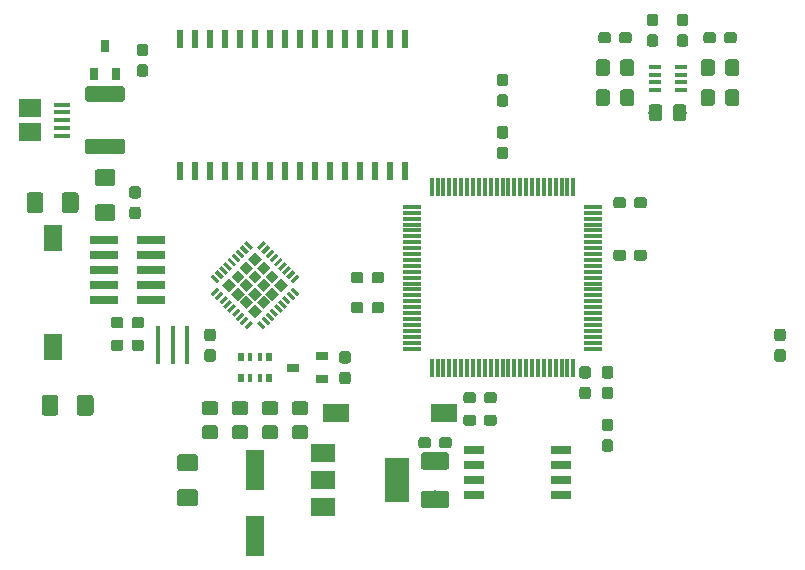
<source format=gtp>
G04 #@! TF.GenerationSoftware,KiCad,Pcbnew,(5.0.0-3-g5ebb6b6)*
G04 #@! TF.CreationDate,2018-11-17T18:38:13+08:00*
G04 #@! TF.ProjectId,M1DKv1-A3P060,4D31444B76312D4133503036302E6B69,rev?*
G04 #@! TF.SameCoordinates,Original*
G04 #@! TF.FileFunction,Paste,Top*
G04 #@! TF.FilePolarity,Positive*
%FSLAX46Y46*%
G04 Gerber Fmt 4.6, Leading zero omitted, Abs format (unit mm)*
G04 Created by KiCad (PCBNEW (5.0.0-3-g5ebb6b6)) date 2018 November 17, Saturday 18:38:13*
%MOMM*%
%LPD*%
G01*
G04 APERTURE LIST*
%ADD10C,0.100000*%
%ADD11C,1.500000*%
%ADD12R,0.600000X1.600000*%
%ADD13R,2.400000X0.740000*%
%ADD14C,1.150000*%
%ADD15C,0.950000*%
%ADD16R,1.500000X0.300000*%
%ADD17R,0.300000X1.500000*%
%ADD18R,1.060000X0.400000*%
%ADD19C,0.300000*%
%ADD20C,0.820000*%
%ADD21C,1.425000*%
%ADD22C,1.300000*%
%ADD23R,1.900000X1.500000*%
%ADD24R,1.350000X0.400000*%
%ADD25R,0.400000X3.200000*%
%ADD26R,1.700000X0.650000*%
%ADD27R,0.700000X1.000000*%
%ADD28R,1.000000X0.700000*%
%ADD29R,0.500000X0.800000*%
%ADD30R,0.400000X0.800000*%
%ADD31R,1.600000X2.180000*%
%ADD32R,2.180000X1.600000*%
%ADD33R,1.600000X3.500000*%
%ADD34R,2.000000X3.800000*%
%ADD35R,2.000000X1.500000*%
G04 APERTURE END LIST*
D10*
G04 #@! TO.C,C16*
G36*
X147507504Y-119621204D02*
X147531773Y-119624804D01*
X147555571Y-119630765D01*
X147578671Y-119639030D01*
X147600849Y-119649520D01*
X147621893Y-119662133D01*
X147641598Y-119676747D01*
X147659777Y-119693223D01*
X147676253Y-119711402D01*
X147690867Y-119731107D01*
X147703480Y-119752151D01*
X147713970Y-119774329D01*
X147722235Y-119797429D01*
X147728196Y-119821227D01*
X147731796Y-119845496D01*
X147733000Y-119870000D01*
X147733000Y-120870000D01*
X147731796Y-120894504D01*
X147728196Y-120918773D01*
X147722235Y-120942571D01*
X147713970Y-120965671D01*
X147703480Y-120987849D01*
X147690867Y-121008893D01*
X147676253Y-121028598D01*
X147659777Y-121046777D01*
X147641598Y-121063253D01*
X147621893Y-121077867D01*
X147600849Y-121090480D01*
X147578671Y-121100970D01*
X147555571Y-121109235D01*
X147531773Y-121115196D01*
X147507504Y-121118796D01*
X147483000Y-121120000D01*
X145633000Y-121120000D01*
X145608496Y-121118796D01*
X145584227Y-121115196D01*
X145560429Y-121109235D01*
X145537329Y-121100970D01*
X145515151Y-121090480D01*
X145494107Y-121077867D01*
X145474402Y-121063253D01*
X145456223Y-121046777D01*
X145439747Y-121028598D01*
X145425133Y-121008893D01*
X145412520Y-120987849D01*
X145402030Y-120965671D01*
X145393765Y-120942571D01*
X145387804Y-120918773D01*
X145384204Y-120894504D01*
X145383000Y-120870000D01*
X145383000Y-119870000D01*
X145384204Y-119845496D01*
X145387804Y-119821227D01*
X145393765Y-119797429D01*
X145402030Y-119774329D01*
X145412520Y-119752151D01*
X145425133Y-119731107D01*
X145439747Y-119711402D01*
X145456223Y-119693223D01*
X145474402Y-119676747D01*
X145494107Y-119662133D01*
X145515151Y-119649520D01*
X145537329Y-119639030D01*
X145560429Y-119630765D01*
X145584227Y-119624804D01*
X145608496Y-119621204D01*
X145633000Y-119620000D01*
X147483000Y-119620000D01*
X147507504Y-119621204D01*
X147507504Y-119621204D01*
G37*
D11*
X146558000Y-120370000D03*
D10*
G36*
X147507504Y-116371204D02*
X147531773Y-116374804D01*
X147555571Y-116380765D01*
X147578671Y-116389030D01*
X147600849Y-116399520D01*
X147621893Y-116412133D01*
X147641598Y-116426747D01*
X147659777Y-116443223D01*
X147676253Y-116461402D01*
X147690867Y-116481107D01*
X147703480Y-116502151D01*
X147713970Y-116524329D01*
X147722235Y-116547429D01*
X147728196Y-116571227D01*
X147731796Y-116595496D01*
X147733000Y-116620000D01*
X147733000Y-117620000D01*
X147731796Y-117644504D01*
X147728196Y-117668773D01*
X147722235Y-117692571D01*
X147713970Y-117715671D01*
X147703480Y-117737849D01*
X147690867Y-117758893D01*
X147676253Y-117778598D01*
X147659777Y-117796777D01*
X147641598Y-117813253D01*
X147621893Y-117827867D01*
X147600849Y-117840480D01*
X147578671Y-117850970D01*
X147555571Y-117859235D01*
X147531773Y-117865196D01*
X147507504Y-117868796D01*
X147483000Y-117870000D01*
X145633000Y-117870000D01*
X145608496Y-117868796D01*
X145584227Y-117865196D01*
X145560429Y-117859235D01*
X145537329Y-117850970D01*
X145515151Y-117840480D01*
X145494107Y-117827867D01*
X145474402Y-117813253D01*
X145456223Y-117796777D01*
X145439747Y-117778598D01*
X145425133Y-117758893D01*
X145412520Y-117737849D01*
X145402030Y-117715671D01*
X145393765Y-117692571D01*
X145387804Y-117668773D01*
X145384204Y-117644504D01*
X145383000Y-117620000D01*
X145383000Y-116620000D01*
X145384204Y-116595496D01*
X145387804Y-116571227D01*
X145393765Y-116547429D01*
X145402030Y-116524329D01*
X145412520Y-116502151D01*
X145425133Y-116481107D01*
X145439747Y-116461402D01*
X145456223Y-116443223D01*
X145474402Y-116426747D01*
X145494107Y-116412133D01*
X145515151Y-116399520D01*
X145537329Y-116389030D01*
X145560429Y-116380765D01*
X145584227Y-116374804D01*
X145608496Y-116371204D01*
X145633000Y-116370000D01*
X147483000Y-116370000D01*
X147507504Y-116371204D01*
X147507504Y-116371204D01*
G37*
D11*
X146558000Y-117120000D03*
G04 #@! TD*
D12*
G04 #@! TO.C,U4*
X124968000Y-92595000D03*
X126238000Y-92595000D03*
X127508000Y-92595000D03*
X128778000Y-92595000D03*
X130048000Y-92595000D03*
X131318000Y-92595000D03*
X132588000Y-92595000D03*
X133868000Y-92595000D03*
X135118000Y-92595000D03*
X136398000Y-92595000D03*
X137668000Y-92595000D03*
X138938000Y-92595000D03*
X140208000Y-92595000D03*
X141478000Y-92595000D03*
X142748000Y-92595000D03*
X144018000Y-92595000D03*
X144018000Y-81395000D03*
X142748000Y-81395000D03*
X141478000Y-81395000D03*
X140208000Y-81395000D03*
X138938000Y-81395000D03*
X137668000Y-81395000D03*
X136398000Y-81395000D03*
X135118000Y-81395000D03*
X133868000Y-81395000D03*
X132588000Y-81395000D03*
X131318000Y-81395000D03*
X130048000Y-81395000D03*
X128778000Y-81395000D03*
X127508000Y-81395000D03*
X126238000Y-81395000D03*
X124968000Y-81395000D03*
G04 #@! TD*
D13*
G04 #@! TO.C,J3*
X118573000Y-98425000D03*
X122473000Y-98425000D03*
X118573000Y-99695000D03*
X122473000Y-99695000D03*
X118573000Y-100965000D03*
X122473000Y-100965000D03*
X118573000Y-102235000D03*
X122473000Y-102235000D03*
X118573000Y-103505000D03*
X122473000Y-103505000D03*
G04 #@! TD*
D10*
G04 #@! TO.C,C13*
G36*
X172062505Y-85661204D02*
X172086773Y-85664804D01*
X172110572Y-85670765D01*
X172133671Y-85679030D01*
X172155850Y-85689520D01*
X172176893Y-85702132D01*
X172196599Y-85716747D01*
X172214777Y-85733223D01*
X172231253Y-85751401D01*
X172245868Y-85771107D01*
X172258480Y-85792150D01*
X172268970Y-85814329D01*
X172277235Y-85837428D01*
X172283196Y-85861227D01*
X172286796Y-85885495D01*
X172288000Y-85909999D01*
X172288000Y-86810001D01*
X172286796Y-86834505D01*
X172283196Y-86858773D01*
X172277235Y-86882572D01*
X172268970Y-86905671D01*
X172258480Y-86927850D01*
X172245868Y-86948893D01*
X172231253Y-86968599D01*
X172214777Y-86986777D01*
X172196599Y-87003253D01*
X172176893Y-87017868D01*
X172155850Y-87030480D01*
X172133671Y-87040970D01*
X172110572Y-87049235D01*
X172086773Y-87055196D01*
X172062505Y-87058796D01*
X172038001Y-87060000D01*
X171387999Y-87060000D01*
X171363495Y-87058796D01*
X171339227Y-87055196D01*
X171315428Y-87049235D01*
X171292329Y-87040970D01*
X171270150Y-87030480D01*
X171249107Y-87017868D01*
X171229401Y-87003253D01*
X171211223Y-86986777D01*
X171194747Y-86968599D01*
X171180132Y-86948893D01*
X171167520Y-86927850D01*
X171157030Y-86905671D01*
X171148765Y-86882572D01*
X171142804Y-86858773D01*
X171139204Y-86834505D01*
X171138000Y-86810001D01*
X171138000Y-85909999D01*
X171139204Y-85885495D01*
X171142804Y-85861227D01*
X171148765Y-85837428D01*
X171157030Y-85814329D01*
X171167520Y-85792150D01*
X171180132Y-85771107D01*
X171194747Y-85751401D01*
X171211223Y-85733223D01*
X171229401Y-85716747D01*
X171249107Y-85702132D01*
X171270150Y-85689520D01*
X171292329Y-85679030D01*
X171315428Y-85670765D01*
X171339227Y-85664804D01*
X171363495Y-85661204D01*
X171387999Y-85660000D01*
X172038001Y-85660000D01*
X172062505Y-85661204D01*
X172062505Y-85661204D01*
G37*
D14*
X171713000Y-86360000D03*
D10*
G36*
X170012505Y-85661204D02*
X170036773Y-85664804D01*
X170060572Y-85670765D01*
X170083671Y-85679030D01*
X170105850Y-85689520D01*
X170126893Y-85702132D01*
X170146599Y-85716747D01*
X170164777Y-85733223D01*
X170181253Y-85751401D01*
X170195868Y-85771107D01*
X170208480Y-85792150D01*
X170218970Y-85814329D01*
X170227235Y-85837428D01*
X170233196Y-85861227D01*
X170236796Y-85885495D01*
X170238000Y-85909999D01*
X170238000Y-86810001D01*
X170236796Y-86834505D01*
X170233196Y-86858773D01*
X170227235Y-86882572D01*
X170218970Y-86905671D01*
X170208480Y-86927850D01*
X170195868Y-86948893D01*
X170181253Y-86968599D01*
X170164777Y-86986777D01*
X170146599Y-87003253D01*
X170126893Y-87017868D01*
X170105850Y-87030480D01*
X170083671Y-87040970D01*
X170060572Y-87049235D01*
X170036773Y-87055196D01*
X170012505Y-87058796D01*
X169988001Y-87060000D01*
X169337999Y-87060000D01*
X169313495Y-87058796D01*
X169289227Y-87055196D01*
X169265428Y-87049235D01*
X169242329Y-87040970D01*
X169220150Y-87030480D01*
X169199107Y-87017868D01*
X169179401Y-87003253D01*
X169161223Y-86986777D01*
X169144747Y-86968599D01*
X169130132Y-86948893D01*
X169117520Y-86927850D01*
X169107030Y-86905671D01*
X169098765Y-86882572D01*
X169092804Y-86858773D01*
X169089204Y-86834505D01*
X169088000Y-86810001D01*
X169088000Y-85909999D01*
X169089204Y-85885495D01*
X169092804Y-85861227D01*
X169098765Y-85837428D01*
X169107030Y-85814329D01*
X169117520Y-85792150D01*
X169130132Y-85771107D01*
X169144747Y-85751401D01*
X169161223Y-85733223D01*
X169179401Y-85716747D01*
X169199107Y-85702132D01*
X169220150Y-85689520D01*
X169242329Y-85679030D01*
X169265428Y-85670765D01*
X169289227Y-85664804D01*
X169313495Y-85661204D01*
X169337999Y-85660000D01*
X169988001Y-85660000D01*
X170012505Y-85661204D01*
X170012505Y-85661204D01*
G37*
D14*
X169663000Y-86360000D03*
G04 #@! TD*
D10*
G04 #@! TO.C,C1*
G36*
X161423779Y-109091144D02*
X161446834Y-109094563D01*
X161469443Y-109100227D01*
X161491387Y-109108079D01*
X161512457Y-109118044D01*
X161532448Y-109130026D01*
X161551168Y-109143910D01*
X161568438Y-109159562D01*
X161584090Y-109176832D01*
X161597974Y-109195552D01*
X161609956Y-109215543D01*
X161619921Y-109236613D01*
X161627773Y-109258557D01*
X161633437Y-109281166D01*
X161636856Y-109304221D01*
X161638000Y-109327500D01*
X161638000Y-109902500D01*
X161636856Y-109925779D01*
X161633437Y-109948834D01*
X161627773Y-109971443D01*
X161619921Y-109993387D01*
X161609956Y-110014457D01*
X161597974Y-110034448D01*
X161584090Y-110053168D01*
X161568438Y-110070438D01*
X161551168Y-110086090D01*
X161532448Y-110099974D01*
X161512457Y-110111956D01*
X161491387Y-110121921D01*
X161469443Y-110129773D01*
X161446834Y-110135437D01*
X161423779Y-110138856D01*
X161400500Y-110140000D01*
X160925500Y-110140000D01*
X160902221Y-110138856D01*
X160879166Y-110135437D01*
X160856557Y-110129773D01*
X160834613Y-110121921D01*
X160813543Y-110111956D01*
X160793552Y-110099974D01*
X160774832Y-110086090D01*
X160757562Y-110070438D01*
X160741910Y-110053168D01*
X160728026Y-110034448D01*
X160716044Y-110014457D01*
X160706079Y-109993387D01*
X160698227Y-109971443D01*
X160692563Y-109948834D01*
X160689144Y-109925779D01*
X160688000Y-109902500D01*
X160688000Y-109327500D01*
X160689144Y-109304221D01*
X160692563Y-109281166D01*
X160698227Y-109258557D01*
X160706079Y-109236613D01*
X160716044Y-109215543D01*
X160728026Y-109195552D01*
X160741910Y-109176832D01*
X160757562Y-109159562D01*
X160774832Y-109143910D01*
X160793552Y-109130026D01*
X160813543Y-109118044D01*
X160834613Y-109108079D01*
X160856557Y-109100227D01*
X160879166Y-109094563D01*
X160902221Y-109091144D01*
X160925500Y-109090000D01*
X161400500Y-109090000D01*
X161423779Y-109091144D01*
X161423779Y-109091144D01*
G37*
D15*
X161163000Y-109615000D03*
D10*
G36*
X161423779Y-110841144D02*
X161446834Y-110844563D01*
X161469443Y-110850227D01*
X161491387Y-110858079D01*
X161512457Y-110868044D01*
X161532448Y-110880026D01*
X161551168Y-110893910D01*
X161568438Y-110909562D01*
X161584090Y-110926832D01*
X161597974Y-110945552D01*
X161609956Y-110965543D01*
X161619921Y-110986613D01*
X161627773Y-111008557D01*
X161633437Y-111031166D01*
X161636856Y-111054221D01*
X161638000Y-111077500D01*
X161638000Y-111652500D01*
X161636856Y-111675779D01*
X161633437Y-111698834D01*
X161627773Y-111721443D01*
X161619921Y-111743387D01*
X161609956Y-111764457D01*
X161597974Y-111784448D01*
X161584090Y-111803168D01*
X161568438Y-111820438D01*
X161551168Y-111836090D01*
X161532448Y-111849974D01*
X161512457Y-111861956D01*
X161491387Y-111871921D01*
X161469443Y-111879773D01*
X161446834Y-111885437D01*
X161423779Y-111888856D01*
X161400500Y-111890000D01*
X160925500Y-111890000D01*
X160902221Y-111888856D01*
X160879166Y-111885437D01*
X160856557Y-111879773D01*
X160834613Y-111871921D01*
X160813543Y-111861956D01*
X160793552Y-111849974D01*
X160774832Y-111836090D01*
X160757562Y-111820438D01*
X160741910Y-111803168D01*
X160728026Y-111784448D01*
X160716044Y-111764457D01*
X160706079Y-111743387D01*
X160698227Y-111721443D01*
X160692563Y-111698834D01*
X160689144Y-111675779D01*
X160688000Y-111652500D01*
X160688000Y-111077500D01*
X160689144Y-111054221D01*
X160692563Y-111031166D01*
X160698227Y-111008557D01*
X160706079Y-110986613D01*
X160716044Y-110965543D01*
X160728026Y-110945552D01*
X160741910Y-110926832D01*
X160757562Y-110909562D01*
X160774832Y-110893910D01*
X160793552Y-110880026D01*
X160813543Y-110868044D01*
X160834613Y-110858079D01*
X160856557Y-110850227D01*
X160879166Y-110844563D01*
X160902221Y-110841144D01*
X160925500Y-110840000D01*
X161400500Y-110840000D01*
X161423779Y-110841144D01*
X161423779Y-110841144D01*
G37*
D15*
X161163000Y-111365000D03*
G04 #@! TD*
D10*
G04 #@! TO.C,R1*
G36*
X176028779Y-107666144D02*
X176051834Y-107669563D01*
X176074443Y-107675227D01*
X176096387Y-107683079D01*
X176117457Y-107693044D01*
X176137448Y-107705026D01*
X176156168Y-107718910D01*
X176173438Y-107734562D01*
X176189090Y-107751832D01*
X176202974Y-107770552D01*
X176214956Y-107790543D01*
X176224921Y-107811613D01*
X176232773Y-107833557D01*
X176238437Y-107856166D01*
X176241856Y-107879221D01*
X176243000Y-107902500D01*
X176243000Y-108477500D01*
X176241856Y-108500779D01*
X176238437Y-108523834D01*
X176232773Y-108546443D01*
X176224921Y-108568387D01*
X176214956Y-108589457D01*
X176202974Y-108609448D01*
X176189090Y-108628168D01*
X176173438Y-108645438D01*
X176156168Y-108661090D01*
X176137448Y-108674974D01*
X176117457Y-108686956D01*
X176096387Y-108696921D01*
X176074443Y-108704773D01*
X176051834Y-108710437D01*
X176028779Y-108713856D01*
X176005500Y-108715000D01*
X175530500Y-108715000D01*
X175507221Y-108713856D01*
X175484166Y-108710437D01*
X175461557Y-108704773D01*
X175439613Y-108696921D01*
X175418543Y-108686956D01*
X175398552Y-108674974D01*
X175379832Y-108661090D01*
X175362562Y-108645438D01*
X175346910Y-108628168D01*
X175333026Y-108609448D01*
X175321044Y-108589457D01*
X175311079Y-108568387D01*
X175303227Y-108546443D01*
X175297563Y-108523834D01*
X175294144Y-108500779D01*
X175293000Y-108477500D01*
X175293000Y-107902500D01*
X175294144Y-107879221D01*
X175297563Y-107856166D01*
X175303227Y-107833557D01*
X175311079Y-107811613D01*
X175321044Y-107790543D01*
X175333026Y-107770552D01*
X175346910Y-107751832D01*
X175362562Y-107734562D01*
X175379832Y-107718910D01*
X175398552Y-107705026D01*
X175418543Y-107693044D01*
X175439613Y-107683079D01*
X175461557Y-107675227D01*
X175484166Y-107669563D01*
X175507221Y-107666144D01*
X175530500Y-107665000D01*
X176005500Y-107665000D01*
X176028779Y-107666144D01*
X176028779Y-107666144D01*
G37*
D15*
X175768000Y-108190000D03*
D10*
G36*
X176028779Y-105916144D02*
X176051834Y-105919563D01*
X176074443Y-105925227D01*
X176096387Y-105933079D01*
X176117457Y-105943044D01*
X176137448Y-105955026D01*
X176156168Y-105968910D01*
X176173438Y-105984562D01*
X176189090Y-106001832D01*
X176202974Y-106020552D01*
X176214956Y-106040543D01*
X176224921Y-106061613D01*
X176232773Y-106083557D01*
X176238437Y-106106166D01*
X176241856Y-106129221D01*
X176243000Y-106152500D01*
X176243000Y-106727500D01*
X176241856Y-106750779D01*
X176238437Y-106773834D01*
X176232773Y-106796443D01*
X176224921Y-106818387D01*
X176214956Y-106839457D01*
X176202974Y-106859448D01*
X176189090Y-106878168D01*
X176173438Y-106895438D01*
X176156168Y-106911090D01*
X176137448Y-106924974D01*
X176117457Y-106936956D01*
X176096387Y-106946921D01*
X176074443Y-106954773D01*
X176051834Y-106960437D01*
X176028779Y-106963856D01*
X176005500Y-106965000D01*
X175530500Y-106965000D01*
X175507221Y-106963856D01*
X175484166Y-106960437D01*
X175461557Y-106954773D01*
X175439613Y-106946921D01*
X175418543Y-106936956D01*
X175398552Y-106924974D01*
X175379832Y-106911090D01*
X175362562Y-106895438D01*
X175346910Y-106878168D01*
X175333026Y-106859448D01*
X175321044Y-106839457D01*
X175311079Y-106818387D01*
X175303227Y-106796443D01*
X175297563Y-106773834D01*
X175294144Y-106750779D01*
X175293000Y-106727500D01*
X175293000Y-106152500D01*
X175294144Y-106129221D01*
X175297563Y-106106166D01*
X175303227Y-106083557D01*
X175311079Y-106061613D01*
X175321044Y-106040543D01*
X175333026Y-106020552D01*
X175346910Y-106001832D01*
X175362562Y-105984562D01*
X175379832Y-105968910D01*
X175398552Y-105955026D01*
X175418543Y-105943044D01*
X175439613Y-105933079D01*
X175461557Y-105925227D01*
X175484166Y-105919563D01*
X175507221Y-105916144D01*
X175530500Y-105915000D01*
X176005500Y-105915000D01*
X176028779Y-105916144D01*
X176028779Y-105916144D01*
G37*
D15*
X175768000Y-106440000D03*
G04 #@! TD*
D10*
G04 #@! TO.C,R2*
G36*
X161423779Y-115286144D02*
X161446834Y-115289563D01*
X161469443Y-115295227D01*
X161491387Y-115303079D01*
X161512457Y-115313044D01*
X161532448Y-115325026D01*
X161551168Y-115338910D01*
X161568438Y-115354562D01*
X161584090Y-115371832D01*
X161597974Y-115390552D01*
X161609956Y-115410543D01*
X161619921Y-115431613D01*
X161627773Y-115453557D01*
X161633437Y-115476166D01*
X161636856Y-115499221D01*
X161638000Y-115522500D01*
X161638000Y-116097500D01*
X161636856Y-116120779D01*
X161633437Y-116143834D01*
X161627773Y-116166443D01*
X161619921Y-116188387D01*
X161609956Y-116209457D01*
X161597974Y-116229448D01*
X161584090Y-116248168D01*
X161568438Y-116265438D01*
X161551168Y-116281090D01*
X161532448Y-116294974D01*
X161512457Y-116306956D01*
X161491387Y-116316921D01*
X161469443Y-116324773D01*
X161446834Y-116330437D01*
X161423779Y-116333856D01*
X161400500Y-116335000D01*
X160925500Y-116335000D01*
X160902221Y-116333856D01*
X160879166Y-116330437D01*
X160856557Y-116324773D01*
X160834613Y-116316921D01*
X160813543Y-116306956D01*
X160793552Y-116294974D01*
X160774832Y-116281090D01*
X160757562Y-116265438D01*
X160741910Y-116248168D01*
X160728026Y-116229448D01*
X160716044Y-116209457D01*
X160706079Y-116188387D01*
X160698227Y-116166443D01*
X160692563Y-116143834D01*
X160689144Y-116120779D01*
X160688000Y-116097500D01*
X160688000Y-115522500D01*
X160689144Y-115499221D01*
X160692563Y-115476166D01*
X160698227Y-115453557D01*
X160706079Y-115431613D01*
X160716044Y-115410543D01*
X160728026Y-115390552D01*
X160741910Y-115371832D01*
X160757562Y-115354562D01*
X160774832Y-115338910D01*
X160793552Y-115325026D01*
X160813543Y-115313044D01*
X160834613Y-115303079D01*
X160856557Y-115295227D01*
X160879166Y-115289563D01*
X160902221Y-115286144D01*
X160925500Y-115285000D01*
X161400500Y-115285000D01*
X161423779Y-115286144D01*
X161423779Y-115286144D01*
G37*
D15*
X161163000Y-115810000D03*
D10*
G36*
X161423779Y-113536144D02*
X161446834Y-113539563D01*
X161469443Y-113545227D01*
X161491387Y-113553079D01*
X161512457Y-113563044D01*
X161532448Y-113575026D01*
X161551168Y-113588910D01*
X161568438Y-113604562D01*
X161584090Y-113621832D01*
X161597974Y-113640552D01*
X161609956Y-113660543D01*
X161619921Y-113681613D01*
X161627773Y-113703557D01*
X161633437Y-113726166D01*
X161636856Y-113749221D01*
X161638000Y-113772500D01*
X161638000Y-114347500D01*
X161636856Y-114370779D01*
X161633437Y-114393834D01*
X161627773Y-114416443D01*
X161619921Y-114438387D01*
X161609956Y-114459457D01*
X161597974Y-114479448D01*
X161584090Y-114498168D01*
X161568438Y-114515438D01*
X161551168Y-114531090D01*
X161532448Y-114544974D01*
X161512457Y-114556956D01*
X161491387Y-114566921D01*
X161469443Y-114574773D01*
X161446834Y-114580437D01*
X161423779Y-114583856D01*
X161400500Y-114585000D01*
X160925500Y-114585000D01*
X160902221Y-114583856D01*
X160879166Y-114580437D01*
X160856557Y-114574773D01*
X160834613Y-114566921D01*
X160813543Y-114556956D01*
X160793552Y-114544974D01*
X160774832Y-114531090D01*
X160757562Y-114515438D01*
X160741910Y-114498168D01*
X160728026Y-114479448D01*
X160716044Y-114459457D01*
X160706079Y-114438387D01*
X160698227Y-114416443D01*
X160692563Y-114393834D01*
X160689144Y-114370779D01*
X160688000Y-114347500D01*
X160688000Y-113772500D01*
X160689144Y-113749221D01*
X160692563Y-113726166D01*
X160698227Y-113703557D01*
X160706079Y-113681613D01*
X160716044Y-113660543D01*
X160728026Y-113640552D01*
X160741910Y-113621832D01*
X160757562Y-113604562D01*
X160774832Y-113588910D01*
X160793552Y-113575026D01*
X160813543Y-113563044D01*
X160834613Y-113553079D01*
X160856557Y-113545227D01*
X160879166Y-113539563D01*
X160902221Y-113536144D01*
X160925500Y-113535000D01*
X161400500Y-113535000D01*
X161423779Y-113536144D01*
X161423779Y-113536144D01*
G37*
D15*
X161163000Y-114060000D03*
G04 #@! TD*
D16*
G04 #@! TO.C,U1*
X144623000Y-95600000D03*
X144623000Y-96100000D03*
X144623000Y-96600000D03*
X144623000Y-97100000D03*
X144623000Y-97600000D03*
X144623000Y-98100000D03*
X144623000Y-98600000D03*
X144623000Y-99100000D03*
X144623000Y-99600000D03*
X144623000Y-100100000D03*
X144623000Y-100600000D03*
X144623000Y-101100000D03*
X144623000Y-101600000D03*
X144623000Y-102100000D03*
X144623000Y-102600000D03*
X144623000Y-103100000D03*
X144623000Y-103600000D03*
X144623000Y-104100000D03*
X144623000Y-104600000D03*
X144623000Y-105100000D03*
X144623000Y-105600000D03*
X144623000Y-106100000D03*
X144623000Y-106600000D03*
X144623000Y-107100000D03*
X144623000Y-107600000D03*
D17*
X146273000Y-109250000D03*
X146773000Y-109250000D03*
X147273000Y-109250000D03*
X147773000Y-109250000D03*
X148273000Y-109250000D03*
X148773000Y-109250000D03*
X149273000Y-109250000D03*
X149773000Y-109250000D03*
X150273000Y-109250000D03*
X150773000Y-109250000D03*
X151273000Y-109250000D03*
X151773000Y-109250000D03*
X152273000Y-109250000D03*
X152773000Y-109250000D03*
X153273000Y-109250000D03*
X153773000Y-109250000D03*
X154273000Y-109250000D03*
X154773000Y-109250000D03*
X155273000Y-109250000D03*
X155773000Y-109250000D03*
X156273000Y-109250000D03*
X156773000Y-109250000D03*
X157273000Y-109250000D03*
X157773000Y-109250000D03*
X158273000Y-109250000D03*
D16*
X159923000Y-107600000D03*
X159923000Y-107100000D03*
X159923000Y-106600000D03*
X159923000Y-106100000D03*
X159923000Y-105600000D03*
X159923000Y-105100000D03*
X159923000Y-104600000D03*
X159923000Y-104100000D03*
X159923000Y-103600000D03*
X159923000Y-103100000D03*
X159923000Y-102600000D03*
X159923000Y-102100000D03*
X159923000Y-101600000D03*
X159923000Y-101100000D03*
X159923000Y-100600000D03*
X159923000Y-100100000D03*
X159923000Y-99600000D03*
X159923000Y-99100000D03*
X159923000Y-98600000D03*
X159923000Y-98100000D03*
X159923000Y-97600000D03*
X159923000Y-97100000D03*
X159923000Y-96600000D03*
X159923000Y-96100000D03*
X159923000Y-95600000D03*
D17*
X158273000Y-93950000D03*
X157773000Y-93950000D03*
X157273000Y-93950000D03*
X156773000Y-93950000D03*
X156273000Y-93950000D03*
X155773000Y-93950000D03*
X155273000Y-93950000D03*
X154773000Y-93950000D03*
X154273000Y-93950000D03*
X153773000Y-93950000D03*
X153273000Y-93950000D03*
X152773000Y-93950000D03*
X152273000Y-93950000D03*
X151773000Y-93950000D03*
X151273000Y-93950000D03*
X150773000Y-93950000D03*
X150273000Y-93950000D03*
X149773000Y-93950000D03*
X149273000Y-93950000D03*
X148773000Y-93950000D03*
X148273000Y-93950000D03*
X147773000Y-93950000D03*
X147273000Y-93950000D03*
X146773000Y-93950000D03*
X146273000Y-93950000D03*
G04 #@! TD*
D10*
G04 #@! TO.C,C2*
G36*
X140278779Y-101126144D02*
X140301834Y-101129563D01*
X140324443Y-101135227D01*
X140346387Y-101143079D01*
X140367457Y-101153044D01*
X140387448Y-101165026D01*
X140406168Y-101178910D01*
X140423438Y-101194562D01*
X140439090Y-101211832D01*
X140452974Y-101230552D01*
X140464956Y-101250543D01*
X140474921Y-101271613D01*
X140482773Y-101293557D01*
X140488437Y-101316166D01*
X140491856Y-101339221D01*
X140493000Y-101362500D01*
X140493000Y-101837500D01*
X140491856Y-101860779D01*
X140488437Y-101883834D01*
X140482773Y-101906443D01*
X140474921Y-101928387D01*
X140464956Y-101949457D01*
X140452974Y-101969448D01*
X140439090Y-101988168D01*
X140423438Y-102005438D01*
X140406168Y-102021090D01*
X140387448Y-102034974D01*
X140367457Y-102046956D01*
X140346387Y-102056921D01*
X140324443Y-102064773D01*
X140301834Y-102070437D01*
X140278779Y-102073856D01*
X140255500Y-102075000D01*
X139680500Y-102075000D01*
X139657221Y-102073856D01*
X139634166Y-102070437D01*
X139611557Y-102064773D01*
X139589613Y-102056921D01*
X139568543Y-102046956D01*
X139548552Y-102034974D01*
X139529832Y-102021090D01*
X139512562Y-102005438D01*
X139496910Y-101988168D01*
X139483026Y-101969448D01*
X139471044Y-101949457D01*
X139461079Y-101928387D01*
X139453227Y-101906443D01*
X139447563Y-101883834D01*
X139444144Y-101860779D01*
X139443000Y-101837500D01*
X139443000Y-101362500D01*
X139444144Y-101339221D01*
X139447563Y-101316166D01*
X139453227Y-101293557D01*
X139461079Y-101271613D01*
X139471044Y-101250543D01*
X139483026Y-101230552D01*
X139496910Y-101211832D01*
X139512562Y-101194562D01*
X139529832Y-101178910D01*
X139548552Y-101165026D01*
X139568543Y-101153044D01*
X139589613Y-101143079D01*
X139611557Y-101135227D01*
X139634166Y-101129563D01*
X139657221Y-101126144D01*
X139680500Y-101125000D01*
X140255500Y-101125000D01*
X140278779Y-101126144D01*
X140278779Y-101126144D01*
G37*
D15*
X139968000Y-101600000D03*
D10*
G36*
X142028779Y-101126144D02*
X142051834Y-101129563D01*
X142074443Y-101135227D01*
X142096387Y-101143079D01*
X142117457Y-101153044D01*
X142137448Y-101165026D01*
X142156168Y-101178910D01*
X142173438Y-101194562D01*
X142189090Y-101211832D01*
X142202974Y-101230552D01*
X142214956Y-101250543D01*
X142224921Y-101271613D01*
X142232773Y-101293557D01*
X142238437Y-101316166D01*
X142241856Y-101339221D01*
X142243000Y-101362500D01*
X142243000Y-101837500D01*
X142241856Y-101860779D01*
X142238437Y-101883834D01*
X142232773Y-101906443D01*
X142224921Y-101928387D01*
X142214956Y-101949457D01*
X142202974Y-101969448D01*
X142189090Y-101988168D01*
X142173438Y-102005438D01*
X142156168Y-102021090D01*
X142137448Y-102034974D01*
X142117457Y-102046956D01*
X142096387Y-102056921D01*
X142074443Y-102064773D01*
X142051834Y-102070437D01*
X142028779Y-102073856D01*
X142005500Y-102075000D01*
X141430500Y-102075000D01*
X141407221Y-102073856D01*
X141384166Y-102070437D01*
X141361557Y-102064773D01*
X141339613Y-102056921D01*
X141318543Y-102046956D01*
X141298552Y-102034974D01*
X141279832Y-102021090D01*
X141262562Y-102005438D01*
X141246910Y-101988168D01*
X141233026Y-101969448D01*
X141221044Y-101949457D01*
X141211079Y-101928387D01*
X141203227Y-101906443D01*
X141197563Y-101883834D01*
X141194144Y-101860779D01*
X141193000Y-101837500D01*
X141193000Y-101362500D01*
X141194144Y-101339221D01*
X141197563Y-101316166D01*
X141203227Y-101293557D01*
X141211079Y-101271613D01*
X141221044Y-101250543D01*
X141233026Y-101230552D01*
X141246910Y-101211832D01*
X141262562Y-101194562D01*
X141279832Y-101178910D01*
X141298552Y-101165026D01*
X141318543Y-101153044D01*
X141339613Y-101143079D01*
X141361557Y-101135227D01*
X141384166Y-101129563D01*
X141407221Y-101126144D01*
X141430500Y-101125000D01*
X142005500Y-101125000D01*
X142028779Y-101126144D01*
X142028779Y-101126144D01*
G37*
D15*
X141718000Y-101600000D03*
G04 #@! TD*
D10*
G04 #@! TO.C,C3*
G36*
X162503779Y-99221144D02*
X162526834Y-99224563D01*
X162549443Y-99230227D01*
X162571387Y-99238079D01*
X162592457Y-99248044D01*
X162612448Y-99260026D01*
X162631168Y-99273910D01*
X162648438Y-99289562D01*
X162664090Y-99306832D01*
X162677974Y-99325552D01*
X162689956Y-99345543D01*
X162699921Y-99366613D01*
X162707773Y-99388557D01*
X162713437Y-99411166D01*
X162716856Y-99434221D01*
X162718000Y-99457500D01*
X162718000Y-99932500D01*
X162716856Y-99955779D01*
X162713437Y-99978834D01*
X162707773Y-100001443D01*
X162699921Y-100023387D01*
X162689956Y-100044457D01*
X162677974Y-100064448D01*
X162664090Y-100083168D01*
X162648438Y-100100438D01*
X162631168Y-100116090D01*
X162612448Y-100129974D01*
X162592457Y-100141956D01*
X162571387Y-100151921D01*
X162549443Y-100159773D01*
X162526834Y-100165437D01*
X162503779Y-100168856D01*
X162480500Y-100170000D01*
X161905500Y-100170000D01*
X161882221Y-100168856D01*
X161859166Y-100165437D01*
X161836557Y-100159773D01*
X161814613Y-100151921D01*
X161793543Y-100141956D01*
X161773552Y-100129974D01*
X161754832Y-100116090D01*
X161737562Y-100100438D01*
X161721910Y-100083168D01*
X161708026Y-100064448D01*
X161696044Y-100044457D01*
X161686079Y-100023387D01*
X161678227Y-100001443D01*
X161672563Y-99978834D01*
X161669144Y-99955779D01*
X161668000Y-99932500D01*
X161668000Y-99457500D01*
X161669144Y-99434221D01*
X161672563Y-99411166D01*
X161678227Y-99388557D01*
X161686079Y-99366613D01*
X161696044Y-99345543D01*
X161708026Y-99325552D01*
X161721910Y-99306832D01*
X161737562Y-99289562D01*
X161754832Y-99273910D01*
X161773552Y-99260026D01*
X161793543Y-99248044D01*
X161814613Y-99238079D01*
X161836557Y-99230227D01*
X161859166Y-99224563D01*
X161882221Y-99221144D01*
X161905500Y-99220000D01*
X162480500Y-99220000D01*
X162503779Y-99221144D01*
X162503779Y-99221144D01*
G37*
D15*
X162193000Y-99695000D03*
D10*
G36*
X164253779Y-99221144D02*
X164276834Y-99224563D01*
X164299443Y-99230227D01*
X164321387Y-99238079D01*
X164342457Y-99248044D01*
X164362448Y-99260026D01*
X164381168Y-99273910D01*
X164398438Y-99289562D01*
X164414090Y-99306832D01*
X164427974Y-99325552D01*
X164439956Y-99345543D01*
X164449921Y-99366613D01*
X164457773Y-99388557D01*
X164463437Y-99411166D01*
X164466856Y-99434221D01*
X164468000Y-99457500D01*
X164468000Y-99932500D01*
X164466856Y-99955779D01*
X164463437Y-99978834D01*
X164457773Y-100001443D01*
X164449921Y-100023387D01*
X164439956Y-100044457D01*
X164427974Y-100064448D01*
X164414090Y-100083168D01*
X164398438Y-100100438D01*
X164381168Y-100116090D01*
X164362448Y-100129974D01*
X164342457Y-100141956D01*
X164321387Y-100151921D01*
X164299443Y-100159773D01*
X164276834Y-100165437D01*
X164253779Y-100168856D01*
X164230500Y-100170000D01*
X163655500Y-100170000D01*
X163632221Y-100168856D01*
X163609166Y-100165437D01*
X163586557Y-100159773D01*
X163564613Y-100151921D01*
X163543543Y-100141956D01*
X163523552Y-100129974D01*
X163504832Y-100116090D01*
X163487562Y-100100438D01*
X163471910Y-100083168D01*
X163458026Y-100064448D01*
X163446044Y-100044457D01*
X163436079Y-100023387D01*
X163428227Y-100001443D01*
X163422563Y-99978834D01*
X163419144Y-99955779D01*
X163418000Y-99932500D01*
X163418000Y-99457500D01*
X163419144Y-99434221D01*
X163422563Y-99411166D01*
X163428227Y-99388557D01*
X163436079Y-99366613D01*
X163446044Y-99345543D01*
X163458026Y-99325552D01*
X163471910Y-99306832D01*
X163487562Y-99289562D01*
X163504832Y-99273910D01*
X163523552Y-99260026D01*
X163543543Y-99248044D01*
X163564613Y-99238079D01*
X163586557Y-99230227D01*
X163609166Y-99224563D01*
X163632221Y-99221144D01*
X163655500Y-99220000D01*
X164230500Y-99220000D01*
X164253779Y-99221144D01*
X164253779Y-99221144D01*
G37*
D15*
X163943000Y-99695000D03*
G04 #@! TD*
D10*
G04 #@! TO.C,C4*
G36*
X152533779Y-84326144D02*
X152556834Y-84329563D01*
X152579443Y-84335227D01*
X152601387Y-84343079D01*
X152622457Y-84353044D01*
X152642448Y-84365026D01*
X152661168Y-84378910D01*
X152678438Y-84394562D01*
X152694090Y-84411832D01*
X152707974Y-84430552D01*
X152719956Y-84450543D01*
X152729921Y-84471613D01*
X152737773Y-84493557D01*
X152743437Y-84516166D01*
X152746856Y-84539221D01*
X152748000Y-84562500D01*
X152748000Y-85137500D01*
X152746856Y-85160779D01*
X152743437Y-85183834D01*
X152737773Y-85206443D01*
X152729921Y-85228387D01*
X152719956Y-85249457D01*
X152707974Y-85269448D01*
X152694090Y-85288168D01*
X152678438Y-85305438D01*
X152661168Y-85321090D01*
X152642448Y-85334974D01*
X152622457Y-85346956D01*
X152601387Y-85356921D01*
X152579443Y-85364773D01*
X152556834Y-85370437D01*
X152533779Y-85373856D01*
X152510500Y-85375000D01*
X152035500Y-85375000D01*
X152012221Y-85373856D01*
X151989166Y-85370437D01*
X151966557Y-85364773D01*
X151944613Y-85356921D01*
X151923543Y-85346956D01*
X151903552Y-85334974D01*
X151884832Y-85321090D01*
X151867562Y-85305438D01*
X151851910Y-85288168D01*
X151838026Y-85269448D01*
X151826044Y-85249457D01*
X151816079Y-85228387D01*
X151808227Y-85206443D01*
X151802563Y-85183834D01*
X151799144Y-85160779D01*
X151798000Y-85137500D01*
X151798000Y-84562500D01*
X151799144Y-84539221D01*
X151802563Y-84516166D01*
X151808227Y-84493557D01*
X151816079Y-84471613D01*
X151826044Y-84450543D01*
X151838026Y-84430552D01*
X151851910Y-84411832D01*
X151867562Y-84394562D01*
X151884832Y-84378910D01*
X151903552Y-84365026D01*
X151923543Y-84353044D01*
X151944613Y-84343079D01*
X151966557Y-84335227D01*
X151989166Y-84329563D01*
X152012221Y-84326144D01*
X152035500Y-84325000D01*
X152510500Y-84325000D01*
X152533779Y-84326144D01*
X152533779Y-84326144D01*
G37*
D15*
X152273000Y-84850000D03*
D10*
G36*
X152533779Y-86076144D02*
X152556834Y-86079563D01*
X152579443Y-86085227D01*
X152601387Y-86093079D01*
X152622457Y-86103044D01*
X152642448Y-86115026D01*
X152661168Y-86128910D01*
X152678438Y-86144562D01*
X152694090Y-86161832D01*
X152707974Y-86180552D01*
X152719956Y-86200543D01*
X152729921Y-86221613D01*
X152737773Y-86243557D01*
X152743437Y-86266166D01*
X152746856Y-86289221D01*
X152748000Y-86312500D01*
X152748000Y-86887500D01*
X152746856Y-86910779D01*
X152743437Y-86933834D01*
X152737773Y-86956443D01*
X152729921Y-86978387D01*
X152719956Y-86999457D01*
X152707974Y-87019448D01*
X152694090Y-87038168D01*
X152678438Y-87055438D01*
X152661168Y-87071090D01*
X152642448Y-87084974D01*
X152622457Y-87096956D01*
X152601387Y-87106921D01*
X152579443Y-87114773D01*
X152556834Y-87120437D01*
X152533779Y-87123856D01*
X152510500Y-87125000D01*
X152035500Y-87125000D01*
X152012221Y-87123856D01*
X151989166Y-87120437D01*
X151966557Y-87114773D01*
X151944613Y-87106921D01*
X151923543Y-87096956D01*
X151903552Y-87084974D01*
X151884832Y-87071090D01*
X151867562Y-87055438D01*
X151851910Y-87038168D01*
X151838026Y-87019448D01*
X151826044Y-86999457D01*
X151816079Y-86978387D01*
X151808227Y-86956443D01*
X151802563Y-86933834D01*
X151799144Y-86910779D01*
X151798000Y-86887500D01*
X151798000Y-86312500D01*
X151799144Y-86289221D01*
X151802563Y-86266166D01*
X151808227Y-86243557D01*
X151816079Y-86221613D01*
X151826044Y-86200543D01*
X151838026Y-86180552D01*
X151851910Y-86161832D01*
X151867562Y-86144562D01*
X151884832Y-86128910D01*
X151903552Y-86115026D01*
X151923543Y-86103044D01*
X151944613Y-86093079D01*
X151966557Y-86085227D01*
X151989166Y-86079563D01*
X152012221Y-86076144D01*
X152035500Y-86075000D01*
X152510500Y-86075000D01*
X152533779Y-86076144D01*
X152533779Y-86076144D01*
G37*
D15*
X152273000Y-86600000D03*
G04 #@! TD*
D10*
G04 #@! TO.C,C5*
G36*
X151553779Y-111286144D02*
X151576834Y-111289563D01*
X151599443Y-111295227D01*
X151621387Y-111303079D01*
X151642457Y-111313044D01*
X151662448Y-111325026D01*
X151681168Y-111338910D01*
X151698438Y-111354562D01*
X151714090Y-111371832D01*
X151727974Y-111390552D01*
X151739956Y-111410543D01*
X151749921Y-111431613D01*
X151757773Y-111453557D01*
X151763437Y-111476166D01*
X151766856Y-111499221D01*
X151768000Y-111522500D01*
X151768000Y-111997500D01*
X151766856Y-112020779D01*
X151763437Y-112043834D01*
X151757773Y-112066443D01*
X151749921Y-112088387D01*
X151739956Y-112109457D01*
X151727974Y-112129448D01*
X151714090Y-112148168D01*
X151698438Y-112165438D01*
X151681168Y-112181090D01*
X151662448Y-112194974D01*
X151642457Y-112206956D01*
X151621387Y-112216921D01*
X151599443Y-112224773D01*
X151576834Y-112230437D01*
X151553779Y-112233856D01*
X151530500Y-112235000D01*
X150955500Y-112235000D01*
X150932221Y-112233856D01*
X150909166Y-112230437D01*
X150886557Y-112224773D01*
X150864613Y-112216921D01*
X150843543Y-112206956D01*
X150823552Y-112194974D01*
X150804832Y-112181090D01*
X150787562Y-112165438D01*
X150771910Y-112148168D01*
X150758026Y-112129448D01*
X150746044Y-112109457D01*
X150736079Y-112088387D01*
X150728227Y-112066443D01*
X150722563Y-112043834D01*
X150719144Y-112020779D01*
X150718000Y-111997500D01*
X150718000Y-111522500D01*
X150719144Y-111499221D01*
X150722563Y-111476166D01*
X150728227Y-111453557D01*
X150736079Y-111431613D01*
X150746044Y-111410543D01*
X150758026Y-111390552D01*
X150771910Y-111371832D01*
X150787562Y-111354562D01*
X150804832Y-111338910D01*
X150823552Y-111325026D01*
X150843543Y-111313044D01*
X150864613Y-111303079D01*
X150886557Y-111295227D01*
X150909166Y-111289563D01*
X150932221Y-111286144D01*
X150955500Y-111285000D01*
X151530500Y-111285000D01*
X151553779Y-111286144D01*
X151553779Y-111286144D01*
G37*
D15*
X151243000Y-111760000D03*
D10*
G36*
X149803779Y-111286144D02*
X149826834Y-111289563D01*
X149849443Y-111295227D01*
X149871387Y-111303079D01*
X149892457Y-111313044D01*
X149912448Y-111325026D01*
X149931168Y-111338910D01*
X149948438Y-111354562D01*
X149964090Y-111371832D01*
X149977974Y-111390552D01*
X149989956Y-111410543D01*
X149999921Y-111431613D01*
X150007773Y-111453557D01*
X150013437Y-111476166D01*
X150016856Y-111499221D01*
X150018000Y-111522500D01*
X150018000Y-111997500D01*
X150016856Y-112020779D01*
X150013437Y-112043834D01*
X150007773Y-112066443D01*
X149999921Y-112088387D01*
X149989956Y-112109457D01*
X149977974Y-112129448D01*
X149964090Y-112148168D01*
X149948438Y-112165438D01*
X149931168Y-112181090D01*
X149912448Y-112194974D01*
X149892457Y-112206956D01*
X149871387Y-112216921D01*
X149849443Y-112224773D01*
X149826834Y-112230437D01*
X149803779Y-112233856D01*
X149780500Y-112235000D01*
X149205500Y-112235000D01*
X149182221Y-112233856D01*
X149159166Y-112230437D01*
X149136557Y-112224773D01*
X149114613Y-112216921D01*
X149093543Y-112206956D01*
X149073552Y-112194974D01*
X149054832Y-112181090D01*
X149037562Y-112165438D01*
X149021910Y-112148168D01*
X149008026Y-112129448D01*
X148996044Y-112109457D01*
X148986079Y-112088387D01*
X148978227Y-112066443D01*
X148972563Y-112043834D01*
X148969144Y-112020779D01*
X148968000Y-111997500D01*
X148968000Y-111522500D01*
X148969144Y-111499221D01*
X148972563Y-111476166D01*
X148978227Y-111453557D01*
X148986079Y-111431613D01*
X148996044Y-111410543D01*
X149008026Y-111390552D01*
X149021910Y-111371832D01*
X149037562Y-111354562D01*
X149054832Y-111338910D01*
X149073552Y-111325026D01*
X149093543Y-111313044D01*
X149114613Y-111303079D01*
X149136557Y-111295227D01*
X149159166Y-111289563D01*
X149182221Y-111286144D01*
X149205500Y-111285000D01*
X149780500Y-111285000D01*
X149803779Y-111286144D01*
X149803779Y-111286144D01*
G37*
D15*
X149493000Y-111760000D03*
G04 #@! TD*
D10*
G04 #@! TO.C,C6*
G36*
X159518779Y-109091144D02*
X159541834Y-109094563D01*
X159564443Y-109100227D01*
X159586387Y-109108079D01*
X159607457Y-109118044D01*
X159627448Y-109130026D01*
X159646168Y-109143910D01*
X159663438Y-109159562D01*
X159679090Y-109176832D01*
X159692974Y-109195552D01*
X159704956Y-109215543D01*
X159714921Y-109236613D01*
X159722773Y-109258557D01*
X159728437Y-109281166D01*
X159731856Y-109304221D01*
X159733000Y-109327500D01*
X159733000Y-109902500D01*
X159731856Y-109925779D01*
X159728437Y-109948834D01*
X159722773Y-109971443D01*
X159714921Y-109993387D01*
X159704956Y-110014457D01*
X159692974Y-110034448D01*
X159679090Y-110053168D01*
X159663438Y-110070438D01*
X159646168Y-110086090D01*
X159627448Y-110099974D01*
X159607457Y-110111956D01*
X159586387Y-110121921D01*
X159564443Y-110129773D01*
X159541834Y-110135437D01*
X159518779Y-110138856D01*
X159495500Y-110140000D01*
X159020500Y-110140000D01*
X158997221Y-110138856D01*
X158974166Y-110135437D01*
X158951557Y-110129773D01*
X158929613Y-110121921D01*
X158908543Y-110111956D01*
X158888552Y-110099974D01*
X158869832Y-110086090D01*
X158852562Y-110070438D01*
X158836910Y-110053168D01*
X158823026Y-110034448D01*
X158811044Y-110014457D01*
X158801079Y-109993387D01*
X158793227Y-109971443D01*
X158787563Y-109948834D01*
X158784144Y-109925779D01*
X158783000Y-109902500D01*
X158783000Y-109327500D01*
X158784144Y-109304221D01*
X158787563Y-109281166D01*
X158793227Y-109258557D01*
X158801079Y-109236613D01*
X158811044Y-109215543D01*
X158823026Y-109195552D01*
X158836910Y-109176832D01*
X158852562Y-109159562D01*
X158869832Y-109143910D01*
X158888552Y-109130026D01*
X158908543Y-109118044D01*
X158929613Y-109108079D01*
X158951557Y-109100227D01*
X158974166Y-109094563D01*
X158997221Y-109091144D01*
X159020500Y-109090000D01*
X159495500Y-109090000D01*
X159518779Y-109091144D01*
X159518779Y-109091144D01*
G37*
D15*
X159258000Y-109615000D03*
D10*
G36*
X159518779Y-110841144D02*
X159541834Y-110844563D01*
X159564443Y-110850227D01*
X159586387Y-110858079D01*
X159607457Y-110868044D01*
X159627448Y-110880026D01*
X159646168Y-110893910D01*
X159663438Y-110909562D01*
X159679090Y-110926832D01*
X159692974Y-110945552D01*
X159704956Y-110965543D01*
X159714921Y-110986613D01*
X159722773Y-111008557D01*
X159728437Y-111031166D01*
X159731856Y-111054221D01*
X159733000Y-111077500D01*
X159733000Y-111652500D01*
X159731856Y-111675779D01*
X159728437Y-111698834D01*
X159722773Y-111721443D01*
X159714921Y-111743387D01*
X159704956Y-111764457D01*
X159692974Y-111784448D01*
X159679090Y-111803168D01*
X159663438Y-111820438D01*
X159646168Y-111836090D01*
X159627448Y-111849974D01*
X159607457Y-111861956D01*
X159586387Y-111871921D01*
X159564443Y-111879773D01*
X159541834Y-111885437D01*
X159518779Y-111888856D01*
X159495500Y-111890000D01*
X159020500Y-111890000D01*
X158997221Y-111888856D01*
X158974166Y-111885437D01*
X158951557Y-111879773D01*
X158929613Y-111871921D01*
X158908543Y-111861956D01*
X158888552Y-111849974D01*
X158869832Y-111836090D01*
X158852562Y-111820438D01*
X158836910Y-111803168D01*
X158823026Y-111784448D01*
X158811044Y-111764457D01*
X158801079Y-111743387D01*
X158793227Y-111721443D01*
X158787563Y-111698834D01*
X158784144Y-111675779D01*
X158783000Y-111652500D01*
X158783000Y-111077500D01*
X158784144Y-111054221D01*
X158787563Y-111031166D01*
X158793227Y-111008557D01*
X158801079Y-110986613D01*
X158811044Y-110965543D01*
X158823026Y-110945552D01*
X158836910Y-110926832D01*
X158852562Y-110909562D01*
X158869832Y-110893910D01*
X158888552Y-110880026D01*
X158908543Y-110868044D01*
X158929613Y-110858079D01*
X158951557Y-110850227D01*
X158974166Y-110844563D01*
X158997221Y-110841144D01*
X159020500Y-110840000D01*
X159495500Y-110840000D01*
X159518779Y-110841144D01*
X159518779Y-110841144D01*
G37*
D15*
X159258000Y-111365000D03*
G04 #@! TD*
D10*
G04 #@! TO.C,C7*
G36*
X164253779Y-94776144D02*
X164276834Y-94779563D01*
X164299443Y-94785227D01*
X164321387Y-94793079D01*
X164342457Y-94803044D01*
X164362448Y-94815026D01*
X164381168Y-94828910D01*
X164398438Y-94844562D01*
X164414090Y-94861832D01*
X164427974Y-94880552D01*
X164439956Y-94900543D01*
X164449921Y-94921613D01*
X164457773Y-94943557D01*
X164463437Y-94966166D01*
X164466856Y-94989221D01*
X164468000Y-95012500D01*
X164468000Y-95487500D01*
X164466856Y-95510779D01*
X164463437Y-95533834D01*
X164457773Y-95556443D01*
X164449921Y-95578387D01*
X164439956Y-95599457D01*
X164427974Y-95619448D01*
X164414090Y-95638168D01*
X164398438Y-95655438D01*
X164381168Y-95671090D01*
X164362448Y-95684974D01*
X164342457Y-95696956D01*
X164321387Y-95706921D01*
X164299443Y-95714773D01*
X164276834Y-95720437D01*
X164253779Y-95723856D01*
X164230500Y-95725000D01*
X163655500Y-95725000D01*
X163632221Y-95723856D01*
X163609166Y-95720437D01*
X163586557Y-95714773D01*
X163564613Y-95706921D01*
X163543543Y-95696956D01*
X163523552Y-95684974D01*
X163504832Y-95671090D01*
X163487562Y-95655438D01*
X163471910Y-95638168D01*
X163458026Y-95619448D01*
X163446044Y-95599457D01*
X163436079Y-95578387D01*
X163428227Y-95556443D01*
X163422563Y-95533834D01*
X163419144Y-95510779D01*
X163418000Y-95487500D01*
X163418000Y-95012500D01*
X163419144Y-94989221D01*
X163422563Y-94966166D01*
X163428227Y-94943557D01*
X163436079Y-94921613D01*
X163446044Y-94900543D01*
X163458026Y-94880552D01*
X163471910Y-94861832D01*
X163487562Y-94844562D01*
X163504832Y-94828910D01*
X163523552Y-94815026D01*
X163543543Y-94803044D01*
X163564613Y-94793079D01*
X163586557Y-94785227D01*
X163609166Y-94779563D01*
X163632221Y-94776144D01*
X163655500Y-94775000D01*
X164230500Y-94775000D01*
X164253779Y-94776144D01*
X164253779Y-94776144D01*
G37*
D15*
X163943000Y-95250000D03*
D10*
G36*
X162503779Y-94776144D02*
X162526834Y-94779563D01*
X162549443Y-94785227D01*
X162571387Y-94793079D01*
X162592457Y-94803044D01*
X162612448Y-94815026D01*
X162631168Y-94828910D01*
X162648438Y-94844562D01*
X162664090Y-94861832D01*
X162677974Y-94880552D01*
X162689956Y-94900543D01*
X162699921Y-94921613D01*
X162707773Y-94943557D01*
X162713437Y-94966166D01*
X162716856Y-94989221D01*
X162718000Y-95012500D01*
X162718000Y-95487500D01*
X162716856Y-95510779D01*
X162713437Y-95533834D01*
X162707773Y-95556443D01*
X162699921Y-95578387D01*
X162689956Y-95599457D01*
X162677974Y-95619448D01*
X162664090Y-95638168D01*
X162648438Y-95655438D01*
X162631168Y-95671090D01*
X162612448Y-95684974D01*
X162592457Y-95696956D01*
X162571387Y-95706921D01*
X162549443Y-95714773D01*
X162526834Y-95720437D01*
X162503779Y-95723856D01*
X162480500Y-95725000D01*
X161905500Y-95725000D01*
X161882221Y-95723856D01*
X161859166Y-95720437D01*
X161836557Y-95714773D01*
X161814613Y-95706921D01*
X161793543Y-95696956D01*
X161773552Y-95684974D01*
X161754832Y-95671090D01*
X161737562Y-95655438D01*
X161721910Y-95638168D01*
X161708026Y-95619448D01*
X161696044Y-95599457D01*
X161686079Y-95578387D01*
X161678227Y-95556443D01*
X161672563Y-95533834D01*
X161669144Y-95510779D01*
X161668000Y-95487500D01*
X161668000Y-95012500D01*
X161669144Y-94989221D01*
X161672563Y-94966166D01*
X161678227Y-94943557D01*
X161686079Y-94921613D01*
X161696044Y-94900543D01*
X161708026Y-94880552D01*
X161721910Y-94861832D01*
X161737562Y-94844562D01*
X161754832Y-94828910D01*
X161773552Y-94815026D01*
X161793543Y-94803044D01*
X161814613Y-94793079D01*
X161836557Y-94785227D01*
X161859166Y-94779563D01*
X161882221Y-94776144D01*
X161905500Y-94775000D01*
X162480500Y-94775000D01*
X162503779Y-94776144D01*
X162503779Y-94776144D01*
G37*
D15*
X162193000Y-95250000D03*
G04 #@! TD*
D10*
G04 #@! TO.C,C8*
G36*
X152533779Y-90521144D02*
X152556834Y-90524563D01*
X152579443Y-90530227D01*
X152601387Y-90538079D01*
X152622457Y-90548044D01*
X152642448Y-90560026D01*
X152661168Y-90573910D01*
X152678438Y-90589562D01*
X152694090Y-90606832D01*
X152707974Y-90625552D01*
X152719956Y-90645543D01*
X152729921Y-90666613D01*
X152737773Y-90688557D01*
X152743437Y-90711166D01*
X152746856Y-90734221D01*
X152748000Y-90757500D01*
X152748000Y-91332500D01*
X152746856Y-91355779D01*
X152743437Y-91378834D01*
X152737773Y-91401443D01*
X152729921Y-91423387D01*
X152719956Y-91444457D01*
X152707974Y-91464448D01*
X152694090Y-91483168D01*
X152678438Y-91500438D01*
X152661168Y-91516090D01*
X152642448Y-91529974D01*
X152622457Y-91541956D01*
X152601387Y-91551921D01*
X152579443Y-91559773D01*
X152556834Y-91565437D01*
X152533779Y-91568856D01*
X152510500Y-91570000D01*
X152035500Y-91570000D01*
X152012221Y-91568856D01*
X151989166Y-91565437D01*
X151966557Y-91559773D01*
X151944613Y-91551921D01*
X151923543Y-91541956D01*
X151903552Y-91529974D01*
X151884832Y-91516090D01*
X151867562Y-91500438D01*
X151851910Y-91483168D01*
X151838026Y-91464448D01*
X151826044Y-91444457D01*
X151816079Y-91423387D01*
X151808227Y-91401443D01*
X151802563Y-91378834D01*
X151799144Y-91355779D01*
X151798000Y-91332500D01*
X151798000Y-90757500D01*
X151799144Y-90734221D01*
X151802563Y-90711166D01*
X151808227Y-90688557D01*
X151816079Y-90666613D01*
X151826044Y-90645543D01*
X151838026Y-90625552D01*
X151851910Y-90606832D01*
X151867562Y-90589562D01*
X151884832Y-90573910D01*
X151903552Y-90560026D01*
X151923543Y-90548044D01*
X151944613Y-90538079D01*
X151966557Y-90530227D01*
X151989166Y-90524563D01*
X152012221Y-90521144D01*
X152035500Y-90520000D01*
X152510500Y-90520000D01*
X152533779Y-90521144D01*
X152533779Y-90521144D01*
G37*
D15*
X152273000Y-91045000D03*
D10*
G36*
X152533779Y-88771144D02*
X152556834Y-88774563D01*
X152579443Y-88780227D01*
X152601387Y-88788079D01*
X152622457Y-88798044D01*
X152642448Y-88810026D01*
X152661168Y-88823910D01*
X152678438Y-88839562D01*
X152694090Y-88856832D01*
X152707974Y-88875552D01*
X152719956Y-88895543D01*
X152729921Y-88916613D01*
X152737773Y-88938557D01*
X152743437Y-88961166D01*
X152746856Y-88984221D01*
X152748000Y-89007500D01*
X152748000Y-89582500D01*
X152746856Y-89605779D01*
X152743437Y-89628834D01*
X152737773Y-89651443D01*
X152729921Y-89673387D01*
X152719956Y-89694457D01*
X152707974Y-89714448D01*
X152694090Y-89733168D01*
X152678438Y-89750438D01*
X152661168Y-89766090D01*
X152642448Y-89779974D01*
X152622457Y-89791956D01*
X152601387Y-89801921D01*
X152579443Y-89809773D01*
X152556834Y-89815437D01*
X152533779Y-89818856D01*
X152510500Y-89820000D01*
X152035500Y-89820000D01*
X152012221Y-89818856D01*
X151989166Y-89815437D01*
X151966557Y-89809773D01*
X151944613Y-89801921D01*
X151923543Y-89791956D01*
X151903552Y-89779974D01*
X151884832Y-89766090D01*
X151867562Y-89750438D01*
X151851910Y-89733168D01*
X151838026Y-89714448D01*
X151826044Y-89694457D01*
X151816079Y-89673387D01*
X151808227Y-89651443D01*
X151802563Y-89628834D01*
X151799144Y-89605779D01*
X151798000Y-89582500D01*
X151798000Y-89007500D01*
X151799144Y-88984221D01*
X151802563Y-88961166D01*
X151808227Y-88938557D01*
X151816079Y-88916613D01*
X151826044Y-88895543D01*
X151838026Y-88875552D01*
X151851910Y-88856832D01*
X151867562Y-88839562D01*
X151884832Y-88823910D01*
X151903552Y-88810026D01*
X151923543Y-88798044D01*
X151944613Y-88788079D01*
X151966557Y-88780227D01*
X151989166Y-88774563D01*
X152012221Y-88771144D01*
X152035500Y-88770000D01*
X152510500Y-88770000D01*
X152533779Y-88771144D01*
X152533779Y-88771144D01*
G37*
D15*
X152273000Y-89295000D03*
G04 #@! TD*
D10*
G04 #@! TO.C,C9*
G36*
X140278779Y-103666144D02*
X140301834Y-103669563D01*
X140324443Y-103675227D01*
X140346387Y-103683079D01*
X140367457Y-103693044D01*
X140387448Y-103705026D01*
X140406168Y-103718910D01*
X140423438Y-103734562D01*
X140439090Y-103751832D01*
X140452974Y-103770552D01*
X140464956Y-103790543D01*
X140474921Y-103811613D01*
X140482773Y-103833557D01*
X140488437Y-103856166D01*
X140491856Y-103879221D01*
X140493000Y-103902500D01*
X140493000Y-104377500D01*
X140491856Y-104400779D01*
X140488437Y-104423834D01*
X140482773Y-104446443D01*
X140474921Y-104468387D01*
X140464956Y-104489457D01*
X140452974Y-104509448D01*
X140439090Y-104528168D01*
X140423438Y-104545438D01*
X140406168Y-104561090D01*
X140387448Y-104574974D01*
X140367457Y-104586956D01*
X140346387Y-104596921D01*
X140324443Y-104604773D01*
X140301834Y-104610437D01*
X140278779Y-104613856D01*
X140255500Y-104615000D01*
X139680500Y-104615000D01*
X139657221Y-104613856D01*
X139634166Y-104610437D01*
X139611557Y-104604773D01*
X139589613Y-104596921D01*
X139568543Y-104586956D01*
X139548552Y-104574974D01*
X139529832Y-104561090D01*
X139512562Y-104545438D01*
X139496910Y-104528168D01*
X139483026Y-104509448D01*
X139471044Y-104489457D01*
X139461079Y-104468387D01*
X139453227Y-104446443D01*
X139447563Y-104423834D01*
X139444144Y-104400779D01*
X139443000Y-104377500D01*
X139443000Y-103902500D01*
X139444144Y-103879221D01*
X139447563Y-103856166D01*
X139453227Y-103833557D01*
X139461079Y-103811613D01*
X139471044Y-103790543D01*
X139483026Y-103770552D01*
X139496910Y-103751832D01*
X139512562Y-103734562D01*
X139529832Y-103718910D01*
X139548552Y-103705026D01*
X139568543Y-103693044D01*
X139589613Y-103683079D01*
X139611557Y-103675227D01*
X139634166Y-103669563D01*
X139657221Y-103666144D01*
X139680500Y-103665000D01*
X140255500Y-103665000D01*
X140278779Y-103666144D01*
X140278779Y-103666144D01*
G37*
D15*
X139968000Y-104140000D03*
D10*
G36*
X142028779Y-103666144D02*
X142051834Y-103669563D01*
X142074443Y-103675227D01*
X142096387Y-103683079D01*
X142117457Y-103693044D01*
X142137448Y-103705026D01*
X142156168Y-103718910D01*
X142173438Y-103734562D01*
X142189090Y-103751832D01*
X142202974Y-103770552D01*
X142214956Y-103790543D01*
X142224921Y-103811613D01*
X142232773Y-103833557D01*
X142238437Y-103856166D01*
X142241856Y-103879221D01*
X142243000Y-103902500D01*
X142243000Y-104377500D01*
X142241856Y-104400779D01*
X142238437Y-104423834D01*
X142232773Y-104446443D01*
X142224921Y-104468387D01*
X142214956Y-104489457D01*
X142202974Y-104509448D01*
X142189090Y-104528168D01*
X142173438Y-104545438D01*
X142156168Y-104561090D01*
X142137448Y-104574974D01*
X142117457Y-104586956D01*
X142096387Y-104596921D01*
X142074443Y-104604773D01*
X142051834Y-104610437D01*
X142028779Y-104613856D01*
X142005500Y-104615000D01*
X141430500Y-104615000D01*
X141407221Y-104613856D01*
X141384166Y-104610437D01*
X141361557Y-104604773D01*
X141339613Y-104596921D01*
X141318543Y-104586956D01*
X141298552Y-104574974D01*
X141279832Y-104561090D01*
X141262562Y-104545438D01*
X141246910Y-104528168D01*
X141233026Y-104509448D01*
X141221044Y-104489457D01*
X141211079Y-104468387D01*
X141203227Y-104446443D01*
X141197563Y-104423834D01*
X141194144Y-104400779D01*
X141193000Y-104377500D01*
X141193000Y-103902500D01*
X141194144Y-103879221D01*
X141197563Y-103856166D01*
X141203227Y-103833557D01*
X141211079Y-103811613D01*
X141221044Y-103790543D01*
X141233026Y-103770552D01*
X141246910Y-103751832D01*
X141262562Y-103734562D01*
X141279832Y-103718910D01*
X141298552Y-103705026D01*
X141318543Y-103693044D01*
X141339613Y-103683079D01*
X141361557Y-103675227D01*
X141384166Y-103669563D01*
X141407221Y-103666144D01*
X141430500Y-103665000D01*
X142005500Y-103665000D01*
X142028779Y-103666144D01*
X142028779Y-103666144D01*
G37*
D15*
X141718000Y-104140000D03*
G04 #@! TD*
D10*
G04 #@! TO.C,C10*
G36*
X151553779Y-113191144D02*
X151576834Y-113194563D01*
X151599443Y-113200227D01*
X151621387Y-113208079D01*
X151642457Y-113218044D01*
X151662448Y-113230026D01*
X151681168Y-113243910D01*
X151698438Y-113259562D01*
X151714090Y-113276832D01*
X151727974Y-113295552D01*
X151739956Y-113315543D01*
X151749921Y-113336613D01*
X151757773Y-113358557D01*
X151763437Y-113381166D01*
X151766856Y-113404221D01*
X151768000Y-113427500D01*
X151768000Y-113902500D01*
X151766856Y-113925779D01*
X151763437Y-113948834D01*
X151757773Y-113971443D01*
X151749921Y-113993387D01*
X151739956Y-114014457D01*
X151727974Y-114034448D01*
X151714090Y-114053168D01*
X151698438Y-114070438D01*
X151681168Y-114086090D01*
X151662448Y-114099974D01*
X151642457Y-114111956D01*
X151621387Y-114121921D01*
X151599443Y-114129773D01*
X151576834Y-114135437D01*
X151553779Y-114138856D01*
X151530500Y-114140000D01*
X150955500Y-114140000D01*
X150932221Y-114138856D01*
X150909166Y-114135437D01*
X150886557Y-114129773D01*
X150864613Y-114121921D01*
X150843543Y-114111956D01*
X150823552Y-114099974D01*
X150804832Y-114086090D01*
X150787562Y-114070438D01*
X150771910Y-114053168D01*
X150758026Y-114034448D01*
X150746044Y-114014457D01*
X150736079Y-113993387D01*
X150728227Y-113971443D01*
X150722563Y-113948834D01*
X150719144Y-113925779D01*
X150718000Y-113902500D01*
X150718000Y-113427500D01*
X150719144Y-113404221D01*
X150722563Y-113381166D01*
X150728227Y-113358557D01*
X150736079Y-113336613D01*
X150746044Y-113315543D01*
X150758026Y-113295552D01*
X150771910Y-113276832D01*
X150787562Y-113259562D01*
X150804832Y-113243910D01*
X150823552Y-113230026D01*
X150843543Y-113218044D01*
X150864613Y-113208079D01*
X150886557Y-113200227D01*
X150909166Y-113194563D01*
X150932221Y-113191144D01*
X150955500Y-113190000D01*
X151530500Y-113190000D01*
X151553779Y-113191144D01*
X151553779Y-113191144D01*
G37*
D15*
X151243000Y-113665000D03*
D10*
G36*
X149803779Y-113191144D02*
X149826834Y-113194563D01*
X149849443Y-113200227D01*
X149871387Y-113208079D01*
X149892457Y-113218044D01*
X149912448Y-113230026D01*
X149931168Y-113243910D01*
X149948438Y-113259562D01*
X149964090Y-113276832D01*
X149977974Y-113295552D01*
X149989956Y-113315543D01*
X149999921Y-113336613D01*
X150007773Y-113358557D01*
X150013437Y-113381166D01*
X150016856Y-113404221D01*
X150018000Y-113427500D01*
X150018000Y-113902500D01*
X150016856Y-113925779D01*
X150013437Y-113948834D01*
X150007773Y-113971443D01*
X149999921Y-113993387D01*
X149989956Y-114014457D01*
X149977974Y-114034448D01*
X149964090Y-114053168D01*
X149948438Y-114070438D01*
X149931168Y-114086090D01*
X149912448Y-114099974D01*
X149892457Y-114111956D01*
X149871387Y-114121921D01*
X149849443Y-114129773D01*
X149826834Y-114135437D01*
X149803779Y-114138856D01*
X149780500Y-114140000D01*
X149205500Y-114140000D01*
X149182221Y-114138856D01*
X149159166Y-114135437D01*
X149136557Y-114129773D01*
X149114613Y-114121921D01*
X149093543Y-114111956D01*
X149073552Y-114099974D01*
X149054832Y-114086090D01*
X149037562Y-114070438D01*
X149021910Y-114053168D01*
X149008026Y-114034448D01*
X148996044Y-114014457D01*
X148986079Y-113993387D01*
X148978227Y-113971443D01*
X148972563Y-113948834D01*
X148969144Y-113925779D01*
X148968000Y-113902500D01*
X148968000Y-113427500D01*
X148969144Y-113404221D01*
X148972563Y-113381166D01*
X148978227Y-113358557D01*
X148986079Y-113336613D01*
X148996044Y-113315543D01*
X149008026Y-113295552D01*
X149021910Y-113276832D01*
X149037562Y-113259562D01*
X149054832Y-113243910D01*
X149073552Y-113230026D01*
X149093543Y-113218044D01*
X149114613Y-113208079D01*
X149136557Y-113200227D01*
X149159166Y-113194563D01*
X149182221Y-113191144D01*
X149205500Y-113190000D01*
X149780500Y-113190000D01*
X149803779Y-113191144D01*
X149803779Y-113191144D01*
G37*
D15*
X149493000Y-113665000D03*
G04 #@! TD*
D10*
G04 #@! TO.C,C11*
G36*
X165567505Y-86931204D02*
X165591773Y-86934804D01*
X165615572Y-86940765D01*
X165638671Y-86949030D01*
X165660850Y-86959520D01*
X165681893Y-86972132D01*
X165701599Y-86986747D01*
X165719777Y-87003223D01*
X165736253Y-87021401D01*
X165750868Y-87041107D01*
X165763480Y-87062150D01*
X165773970Y-87084329D01*
X165782235Y-87107428D01*
X165788196Y-87131227D01*
X165791796Y-87155495D01*
X165793000Y-87179999D01*
X165793000Y-88080001D01*
X165791796Y-88104505D01*
X165788196Y-88128773D01*
X165782235Y-88152572D01*
X165773970Y-88175671D01*
X165763480Y-88197850D01*
X165750868Y-88218893D01*
X165736253Y-88238599D01*
X165719777Y-88256777D01*
X165701599Y-88273253D01*
X165681893Y-88287868D01*
X165660850Y-88300480D01*
X165638671Y-88310970D01*
X165615572Y-88319235D01*
X165591773Y-88325196D01*
X165567505Y-88328796D01*
X165543001Y-88330000D01*
X164892999Y-88330000D01*
X164868495Y-88328796D01*
X164844227Y-88325196D01*
X164820428Y-88319235D01*
X164797329Y-88310970D01*
X164775150Y-88300480D01*
X164754107Y-88287868D01*
X164734401Y-88273253D01*
X164716223Y-88256777D01*
X164699747Y-88238599D01*
X164685132Y-88218893D01*
X164672520Y-88197850D01*
X164662030Y-88175671D01*
X164653765Y-88152572D01*
X164647804Y-88128773D01*
X164644204Y-88104505D01*
X164643000Y-88080001D01*
X164643000Y-87179999D01*
X164644204Y-87155495D01*
X164647804Y-87131227D01*
X164653765Y-87107428D01*
X164662030Y-87084329D01*
X164672520Y-87062150D01*
X164685132Y-87041107D01*
X164699747Y-87021401D01*
X164716223Y-87003223D01*
X164734401Y-86986747D01*
X164754107Y-86972132D01*
X164775150Y-86959520D01*
X164797329Y-86949030D01*
X164820428Y-86940765D01*
X164844227Y-86934804D01*
X164868495Y-86931204D01*
X164892999Y-86930000D01*
X165543001Y-86930000D01*
X165567505Y-86931204D01*
X165567505Y-86931204D01*
G37*
D14*
X165218000Y-87630000D03*
D10*
G36*
X167617505Y-86931204D02*
X167641773Y-86934804D01*
X167665572Y-86940765D01*
X167688671Y-86949030D01*
X167710850Y-86959520D01*
X167731893Y-86972132D01*
X167751599Y-86986747D01*
X167769777Y-87003223D01*
X167786253Y-87021401D01*
X167800868Y-87041107D01*
X167813480Y-87062150D01*
X167823970Y-87084329D01*
X167832235Y-87107428D01*
X167838196Y-87131227D01*
X167841796Y-87155495D01*
X167843000Y-87179999D01*
X167843000Y-88080001D01*
X167841796Y-88104505D01*
X167838196Y-88128773D01*
X167832235Y-88152572D01*
X167823970Y-88175671D01*
X167813480Y-88197850D01*
X167800868Y-88218893D01*
X167786253Y-88238599D01*
X167769777Y-88256777D01*
X167751599Y-88273253D01*
X167731893Y-88287868D01*
X167710850Y-88300480D01*
X167688671Y-88310970D01*
X167665572Y-88319235D01*
X167641773Y-88325196D01*
X167617505Y-88328796D01*
X167593001Y-88330000D01*
X166942999Y-88330000D01*
X166918495Y-88328796D01*
X166894227Y-88325196D01*
X166870428Y-88319235D01*
X166847329Y-88310970D01*
X166825150Y-88300480D01*
X166804107Y-88287868D01*
X166784401Y-88273253D01*
X166766223Y-88256777D01*
X166749747Y-88238599D01*
X166735132Y-88218893D01*
X166722520Y-88197850D01*
X166712030Y-88175671D01*
X166703765Y-88152572D01*
X166697804Y-88128773D01*
X166694204Y-88104505D01*
X166693000Y-88080001D01*
X166693000Y-87179999D01*
X166694204Y-87155495D01*
X166697804Y-87131227D01*
X166703765Y-87107428D01*
X166712030Y-87084329D01*
X166722520Y-87062150D01*
X166735132Y-87041107D01*
X166749747Y-87021401D01*
X166766223Y-87003223D01*
X166784401Y-86986747D01*
X166804107Y-86972132D01*
X166825150Y-86959520D01*
X166847329Y-86949030D01*
X166870428Y-86940765D01*
X166894227Y-86934804D01*
X166918495Y-86931204D01*
X166942999Y-86930000D01*
X167593001Y-86930000D01*
X167617505Y-86931204D01*
X167617505Y-86931204D01*
G37*
D14*
X167268000Y-87630000D03*
G04 #@! TD*
D10*
G04 #@! TO.C,C12*
G36*
X163172505Y-85661204D02*
X163196773Y-85664804D01*
X163220572Y-85670765D01*
X163243671Y-85679030D01*
X163265850Y-85689520D01*
X163286893Y-85702132D01*
X163306599Y-85716747D01*
X163324777Y-85733223D01*
X163341253Y-85751401D01*
X163355868Y-85771107D01*
X163368480Y-85792150D01*
X163378970Y-85814329D01*
X163387235Y-85837428D01*
X163393196Y-85861227D01*
X163396796Y-85885495D01*
X163398000Y-85909999D01*
X163398000Y-86810001D01*
X163396796Y-86834505D01*
X163393196Y-86858773D01*
X163387235Y-86882572D01*
X163378970Y-86905671D01*
X163368480Y-86927850D01*
X163355868Y-86948893D01*
X163341253Y-86968599D01*
X163324777Y-86986777D01*
X163306599Y-87003253D01*
X163286893Y-87017868D01*
X163265850Y-87030480D01*
X163243671Y-87040970D01*
X163220572Y-87049235D01*
X163196773Y-87055196D01*
X163172505Y-87058796D01*
X163148001Y-87060000D01*
X162497999Y-87060000D01*
X162473495Y-87058796D01*
X162449227Y-87055196D01*
X162425428Y-87049235D01*
X162402329Y-87040970D01*
X162380150Y-87030480D01*
X162359107Y-87017868D01*
X162339401Y-87003253D01*
X162321223Y-86986777D01*
X162304747Y-86968599D01*
X162290132Y-86948893D01*
X162277520Y-86927850D01*
X162267030Y-86905671D01*
X162258765Y-86882572D01*
X162252804Y-86858773D01*
X162249204Y-86834505D01*
X162248000Y-86810001D01*
X162248000Y-85909999D01*
X162249204Y-85885495D01*
X162252804Y-85861227D01*
X162258765Y-85837428D01*
X162267030Y-85814329D01*
X162277520Y-85792150D01*
X162290132Y-85771107D01*
X162304747Y-85751401D01*
X162321223Y-85733223D01*
X162339401Y-85716747D01*
X162359107Y-85702132D01*
X162380150Y-85689520D01*
X162402329Y-85679030D01*
X162425428Y-85670765D01*
X162449227Y-85664804D01*
X162473495Y-85661204D01*
X162497999Y-85660000D01*
X163148001Y-85660000D01*
X163172505Y-85661204D01*
X163172505Y-85661204D01*
G37*
D14*
X162823000Y-86360000D03*
D10*
G36*
X161122505Y-85661204D02*
X161146773Y-85664804D01*
X161170572Y-85670765D01*
X161193671Y-85679030D01*
X161215850Y-85689520D01*
X161236893Y-85702132D01*
X161256599Y-85716747D01*
X161274777Y-85733223D01*
X161291253Y-85751401D01*
X161305868Y-85771107D01*
X161318480Y-85792150D01*
X161328970Y-85814329D01*
X161337235Y-85837428D01*
X161343196Y-85861227D01*
X161346796Y-85885495D01*
X161348000Y-85909999D01*
X161348000Y-86810001D01*
X161346796Y-86834505D01*
X161343196Y-86858773D01*
X161337235Y-86882572D01*
X161328970Y-86905671D01*
X161318480Y-86927850D01*
X161305868Y-86948893D01*
X161291253Y-86968599D01*
X161274777Y-86986777D01*
X161256599Y-87003253D01*
X161236893Y-87017868D01*
X161215850Y-87030480D01*
X161193671Y-87040970D01*
X161170572Y-87049235D01*
X161146773Y-87055196D01*
X161122505Y-87058796D01*
X161098001Y-87060000D01*
X160447999Y-87060000D01*
X160423495Y-87058796D01*
X160399227Y-87055196D01*
X160375428Y-87049235D01*
X160352329Y-87040970D01*
X160330150Y-87030480D01*
X160309107Y-87017868D01*
X160289401Y-87003253D01*
X160271223Y-86986777D01*
X160254747Y-86968599D01*
X160240132Y-86948893D01*
X160227520Y-86927850D01*
X160217030Y-86905671D01*
X160208765Y-86882572D01*
X160202804Y-86858773D01*
X160199204Y-86834505D01*
X160198000Y-86810001D01*
X160198000Y-85909999D01*
X160199204Y-85885495D01*
X160202804Y-85861227D01*
X160208765Y-85837428D01*
X160217030Y-85814329D01*
X160227520Y-85792150D01*
X160240132Y-85771107D01*
X160254747Y-85751401D01*
X160271223Y-85733223D01*
X160289401Y-85716747D01*
X160309107Y-85702132D01*
X160330150Y-85689520D01*
X160352329Y-85679030D01*
X160375428Y-85670765D01*
X160399227Y-85664804D01*
X160423495Y-85661204D01*
X160447999Y-85660000D01*
X161098001Y-85660000D01*
X161122505Y-85661204D01*
X161122505Y-85661204D01*
G37*
D14*
X160773000Y-86360000D03*
G04 #@! TD*
D10*
G04 #@! TO.C,R3*
G36*
X170123779Y-80806144D02*
X170146834Y-80809563D01*
X170169443Y-80815227D01*
X170191387Y-80823079D01*
X170212457Y-80833044D01*
X170232448Y-80845026D01*
X170251168Y-80858910D01*
X170268438Y-80874562D01*
X170284090Y-80891832D01*
X170297974Y-80910552D01*
X170309956Y-80930543D01*
X170319921Y-80951613D01*
X170327773Y-80973557D01*
X170333437Y-80996166D01*
X170336856Y-81019221D01*
X170338000Y-81042500D01*
X170338000Y-81517500D01*
X170336856Y-81540779D01*
X170333437Y-81563834D01*
X170327773Y-81586443D01*
X170319921Y-81608387D01*
X170309956Y-81629457D01*
X170297974Y-81649448D01*
X170284090Y-81668168D01*
X170268438Y-81685438D01*
X170251168Y-81701090D01*
X170232448Y-81714974D01*
X170212457Y-81726956D01*
X170191387Y-81736921D01*
X170169443Y-81744773D01*
X170146834Y-81750437D01*
X170123779Y-81753856D01*
X170100500Y-81755000D01*
X169525500Y-81755000D01*
X169502221Y-81753856D01*
X169479166Y-81750437D01*
X169456557Y-81744773D01*
X169434613Y-81736921D01*
X169413543Y-81726956D01*
X169393552Y-81714974D01*
X169374832Y-81701090D01*
X169357562Y-81685438D01*
X169341910Y-81668168D01*
X169328026Y-81649448D01*
X169316044Y-81629457D01*
X169306079Y-81608387D01*
X169298227Y-81586443D01*
X169292563Y-81563834D01*
X169289144Y-81540779D01*
X169288000Y-81517500D01*
X169288000Y-81042500D01*
X169289144Y-81019221D01*
X169292563Y-80996166D01*
X169298227Y-80973557D01*
X169306079Y-80951613D01*
X169316044Y-80930543D01*
X169328026Y-80910552D01*
X169341910Y-80891832D01*
X169357562Y-80874562D01*
X169374832Y-80858910D01*
X169393552Y-80845026D01*
X169413543Y-80833044D01*
X169434613Y-80823079D01*
X169456557Y-80815227D01*
X169479166Y-80809563D01*
X169502221Y-80806144D01*
X169525500Y-80805000D01*
X170100500Y-80805000D01*
X170123779Y-80806144D01*
X170123779Y-80806144D01*
G37*
D15*
X169813000Y-81280000D03*
D10*
G36*
X171873779Y-80806144D02*
X171896834Y-80809563D01*
X171919443Y-80815227D01*
X171941387Y-80823079D01*
X171962457Y-80833044D01*
X171982448Y-80845026D01*
X172001168Y-80858910D01*
X172018438Y-80874562D01*
X172034090Y-80891832D01*
X172047974Y-80910552D01*
X172059956Y-80930543D01*
X172069921Y-80951613D01*
X172077773Y-80973557D01*
X172083437Y-80996166D01*
X172086856Y-81019221D01*
X172088000Y-81042500D01*
X172088000Y-81517500D01*
X172086856Y-81540779D01*
X172083437Y-81563834D01*
X172077773Y-81586443D01*
X172069921Y-81608387D01*
X172059956Y-81629457D01*
X172047974Y-81649448D01*
X172034090Y-81668168D01*
X172018438Y-81685438D01*
X172001168Y-81701090D01*
X171982448Y-81714974D01*
X171962457Y-81726956D01*
X171941387Y-81736921D01*
X171919443Y-81744773D01*
X171896834Y-81750437D01*
X171873779Y-81753856D01*
X171850500Y-81755000D01*
X171275500Y-81755000D01*
X171252221Y-81753856D01*
X171229166Y-81750437D01*
X171206557Y-81744773D01*
X171184613Y-81736921D01*
X171163543Y-81726956D01*
X171143552Y-81714974D01*
X171124832Y-81701090D01*
X171107562Y-81685438D01*
X171091910Y-81668168D01*
X171078026Y-81649448D01*
X171066044Y-81629457D01*
X171056079Y-81608387D01*
X171048227Y-81586443D01*
X171042563Y-81563834D01*
X171039144Y-81540779D01*
X171038000Y-81517500D01*
X171038000Y-81042500D01*
X171039144Y-81019221D01*
X171042563Y-80996166D01*
X171048227Y-80973557D01*
X171056079Y-80951613D01*
X171066044Y-80930543D01*
X171078026Y-80910552D01*
X171091910Y-80891832D01*
X171107562Y-80874562D01*
X171124832Y-80858910D01*
X171143552Y-80845026D01*
X171163543Y-80833044D01*
X171184613Y-80823079D01*
X171206557Y-80815227D01*
X171229166Y-80809563D01*
X171252221Y-80806144D01*
X171275500Y-80805000D01*
X171850500Y-80805000D01*
X171873779Y-80806144D01*
X171873779Y-80806144D01*
G37*
D15*
X171563000Y-81280000D03*
G04 #@! TD*
D10*
G04 #@! TO.C,R4*
G36*
X161233779Y-80806144D02*
X161256834Y-80809563D01*
X161279443Y-80815227D01*
X161301387Y-80823079D01*
X161322457Y-80833044D01*
X161342448Y-80845026D01*
X161361168Y-80858910D01*
X161378438Y-80874562D01*
X161394090Y-80891832D01*
X161407974Y-80910552D01*
X161419956Y-80930543D01*
X161429921Y-80951613D01*
X161437773Y-80973557D01*
X161443437Y-80996166D01*
X161446856Y-81019221D01*
X161448000Y-81042500D01*
X161448000Y-81517500D01*
X161446856Y-81540779D01*
X161443437Y-81563834D01*
X161437773Y-81586443D01*
X161429921Y-81608387D01*
X161419956Y-81629457D01*
X161407974Y-81649448D01*
X161394090Y-81668168D01*
X161378438Y-81685438D01*
X161361168Y-81701090D01*
X161342448Y-81714974D01*
X161322457Y-81726956D01*
X161301387Y-81736921D01*
X161279443Y-81744773D01*
X161256834Y-81750437D01*
X161233779Y-81753856D01*
X161210500Y-81755000D01*
X160635500Y-81755000D01*
X160612221Y-81753856D01*
X160589166Y-81750437D01*
X160566557Y-81744773D01*
X160544613Y-81736921D01*
X160523543Y-81726956D01*
X160503552Y-81714974D01*
X160484832Y-81701090D01*
X160467562Y-81685438D01*
X160451910Y-81668168D01*
X160438026Y-81649448D01*
X160426044Y-81629457D01*
X160416079Y-81608387D01*
X160408227Y-81586443D01*
X160402563Y-81563834D01*
X160399144Y-81540779D01*
X160398000Y-81517500D01*
X160398000Y-81042500D01*
X160399144Y-81019221D01*
X160402563Y-80996166D01*
X160408227Y-80973557D01*
X160416079Y-80951613D01*
X160426044Y-80930543D01*
X160438026Y-80910552D01*
X160451910Y-80891832D01*
X160467562Y-80874562D01*
X160484832Y-80858910D01*
X160503552Y-80845026D01*
X160523543Y-80833044D01*
X160544613Y-80823079D01*
X160566557Y-80815227D01*
X160589166Y-80809563D01*
X160612221Y-80806144D01*
X160635500Y-80805000D01*
X161210500Y-80805000D01*
X161233779Y-80806144D01*
X161233779Y-80806144D01*
G37*
D15*
X160923000Y-81280000D03*
D10*
G36*
X162983779Y-80806144D02*
X163006834Y-80809563D01*
X163029443Y-80815227D01*
X163051387Y-80823079D01*
X163072457Y-80833044D01*
X163092448Y-80845026D01*
X163111168Y-80858910D01*
X163128438Y-80874562D01*
X163144090Y-80891832D01*
X163157974Y-80910552D01*
X163169956Y-80930543D01*
X163179921Y-80951613D01*
X163187773Y-80973557D01*
X163193437Y-80996166D01*
X163196856Y-81019221D01*
X163198000Y-81042500D01*
X163198000Y-81517500D01*
X163196856Y-81540779D01*
X163193437Y-81563834D01*
X163187773Y-81586443D01*
X163179921Y-81608387D01*
X163169956Y-81629457D01*
X163157974Y-81649448D01*
X163144090Y-81668168D01*
X163128438Y-81685438D01*
X163111168Y-81701090D01*
X163092448Y-81714974D01*
X163072457Y-81726956D01*
X163051387Y-81736921D01*
X163029443Y-81744773D01*
X163006834Y-81750437D01*
X162983779Y-81753856D01*
X162960500Y-81755000D01*
X162385500Y-81755000D01*
X162362221Y-81753856D01*
X162339166Y-81750437D01*
X162316557Y-81744773D01*
X162294613Y-81736921D01*
X162273543Y-81726956D01*
X162253552Y-81714974D01*
X162234832Y-81701090D01*
X162217562Y-81685438D01*
X162201910Y-81668168D01*
X162188026Y-81649448D01*
X162176044Y-81629457D01*
X162166079Y-81608387D01*
X162158227Y-81586443D01*
X162152563Y-81563834D01*
X162149144Y-81540779D01*
X162148000Y-81517500D01*
X162148000Y-81042500D01*
X162149144Y-81019221D01*
X162152563Y-80996166D01*
X162158227Y-80973557D01*
X162166079Y-80951613D01*
X162176044Y-80930543D01*
X162188026Y-80910552D01*
X162201910Y-80891832D01*
X162217562Y-80874562D01*
X162234832Y-80858910D01*
X162253552Y-80845026D01*
X162273543Y-80833044D01*
X162294613Y-80823079D01*
X162316557Y-80815227D01*
X162339166Y-80809563D01*
X162362221Y-80806144D01*
X162385500Y-80805000D01*
X162960500Y-80805000D01*
X162983779Y-80806144D01*
X162983779Y-80806144D01*
G37*
D15*
X162673000Y-81280000D03*
G04 #@! TD*
D10*
G04 #@! TO.C,R5*
G36*
X167773779Y-79246144D02*
X167796834Y-79249563D01*
X167819443Y-79255227D01*
X167841387Y-79263079D01*
X167862457Y-79273044D01*
X167882448Y-79285026D01*
X167901168Y-79298910D01*
X167918438Y-79314562D01*
X167934090Y-79331832D01*
X167947974Y-79350552D01*
X167959956Y-79370543D01*
X167969921Y-79391613D01*
X167977773Y-79413557D01*
X167983437Y-79436166D01*
X167986856Y-79459221D01*
X167988000Y-79482500D01*
X167988000Y-80057500D01*
X167986856Y-80080779D01*
X167983437Y-80103834D01*
X167977773Y-80126443D01*
X167969921Y-80148387D01*
X167959956Y-80169457D01*
X167947974Y-80189448D01*
X167934090Y-80208168D01*
X167918438Y-80225438D01*
X167901168Y-80241090D01*
X167882448Y-80254974D01*
X167862457Y-80266956D01*
X167841387Y-80276921D01*
X167819443Y-80284773D01*
X167796834Y-80290437D01*
X167773779Y-80293856D01*
X167750500Y-80295000D01*
X167275500Y-80295000D01*
X167252221Y-80293856D01*
X167229166Y-80290437D01*
X167206557Y-80284773D01*
X167184613Y-80276921D01*
X167163543Y-80266956D01*
X167143552Y-80254974D01*
X167124832Y-80241090D01*
X167107562Y-80225438D01*
X167091910Y-80208168D01*
X167078026Y-80189448D01*
X167066044Y-80169457D01*
X167056079Y-80148387D01*
X167048227Y-80126443D01*
X167042563Y-80103834D01*
X167039144Y-80080779D01*
X167038000Y-80057500D01*
X167038000Y-79482500D01*
X167039144Y-79459221D01*
X167042563Y-79436166D01*
X167048227Y-79413557D01*
X167056079Y-79391613D01*
X167066044Y-79370543D01*
X167078026Y-79350552D01*
X167091910Y-79331832D01*
X167107562Y-79314562D01*
X167124832Y-79298910D01*
X167143552Y-79285026D01*
X167163543Y-79273044D01*
X167184613Y-79263079D01*
X167206557Y-79255227D01*
X167229166Y-79249563D01*
X167252221Y-79246144D01*
X167275500Y-79245000D01*
X167750500Y-79245000D01*
X167773779Y-79246144D01*
X167773779Y-79246144D01*
G37*
D15*
X167513000Y-79770000D03*
D10*
G36*
X167773779Y-80996144D02*
X167796834Y-80999563D01*
X167819443Y-81005227D01*
X167841387Y-81013079D01*
X167862457Y-81023044D01*
X167882448Y-81035026D01*
X167901168Y-81048910D01*
X167918438Y-81064562D01*
X167934090Y-81081832D01*
X167947974Y-81100552D01*
X167959956Y-81120543D01*
X167969921Y-81141613D01*
X167977773Y-81163557D01*
X167983437Y-81186166D01*
X167986856Y-81209221D01*
X167988000Y-81232500D01*
X167988000Y-81807500D01*
X167986856Y-81830779D01*
X167983437Y-81853834D01*
X167977773Y-81876443D01*
X167969921Y-81898387D01*
X167959956Y-81919457D01*
X167947974Y-81939448D01*
X167934090Y-81958168D01*
X167918438Y-81975438D01*
X167901168Y-81991090D01*
X167882448Y-82004974D01*
X167862457Y-82016956D01*
X167841387Y-82026921D01*
X167819443Y-82034773D01*
X167796834Y-82040437D01*
X167773779Y-82043856D01*
X167750500Y-82045000D01*
X167275500Y-82045000D01*
X167252221Y-82043856D01*
X167229166Y-82040437D01*
X167206557Y-82034773D01*
X167184613Y-82026921D01*
X167163543Y-82016956D01*
X167143552Y-82004974D01*
X167124832Y-81991090D01*
X167107562Y-81975438D01*
X167091910Y-81958168D01*
X167078026Y-81939448D01*
X167066044Y-81919457D01*
X167056079Y-81898387D01*
X167048227Y-81876443D01*
X167042563Y-81853834D01*
X167039144Y-81830779D01*
X167038000Y-81807500D01*
X167038000Y-81232500D01*
X167039144Y-81209221D01*
X167042563Y-81186166D01*
X167048227Y-81163557D01*
X167056079Y-81141613D01*
X167066044Y-81120543D01*
X167078026Y-81100552D01*
X167091910Y-81081832D01*
X167107562Y-81064562D01*
X167124832Y-81048910D01*
X167143552Y-81035026D01*
X167163543Y-81023044D01*
X167184613Y-81013079D01*
X167206557Y-81005227D01*
X167229166Y-80999563D01*
X167252221Y-80996144D01*
X167275500Y-80995000D01*
X167750500Y-80995000D01*
X167773779Y-80996144D01*
X167773779Y-80996144D01*
G37*
D15*
X167513000Y-81520000D03*
G04 #@! TD*
D10*
G04 #@! TO.C,R6*
G36*
X165233779Y-80996144D02*
X165256834Y-80999563D01*
X165279443Y-81005227D01*
X165301387Y-81013079D01*
X165322457Y-81023044D01*
X165342448Y-81035026D01*
X165361168Y-81048910D01*
X165378438Y-81064562D01*
X165394090Y-81081832D01*
X165407974Y-81100552D01*
X165419956Y-81120543D01*
X165429921Y-81141613D01*
X165437773Y-81163557D01*
X165443437Y-81186166D01*
X165446856Y-81209221D01*
X165448000Y-81232500D01*
X165448000Y-81807500D01*
X165446856Y-81830779D01*
X165443437Y-81853834D01*
X165437773Y-81876443D01*
X165429921Y-81898387D01*
X165419956Y-81919457D01*
X165407974Y-81939448D01*
X165394090Y-81958168D01*
X165378438Y-81975438D01*
X165361168Y-81991090D01*
X165342448Y-82004974D01*
X165322457Y-82016956D01*
X165301387Y-82026921D01*
X165279443Y-82034773D01*
X165256834Y-82040437D01*
X165233779Y-82043856D01*
X165210500Y-82045000D01*
X164735500Y-82045000D01*
X164712221Y-82043856D01*
X164689166Y-82040437D01*
X164666557Y-82034773D01*
X164644613Y-82026921D01*
X164623543Y-82016956D01*
X164603552Y-82004974D01*
X164584832Y-81991090D01*
X164567562Y-81975438D01*
X164551910Y-81958168D01*
X164538026Y-81939448D01*
X164526044Y-81919457D01*
X164516079Y-81898387D01*
X164508227Y-81876443D01*
X164502563Y-81853834D01*
X164499144Y-81830779D01*
X164498000Y-81807500D01*
X164498000Y-81232500D01*
X164499144Y-81209221D01*
X164502563Y-81186166D01*
X164508227Y-81163557D01*
X164516079Y-81141613D01*
X164526044Y-81120543D01*
X164538026Y-81100552D01*
X164551910Y-81081832D01*
X164567562Y-81064562D01*
X164584832Y-81048910D01*
X164603552Y-81035026D01*
X164623543Y-81023044D01*
X164644613Y-81013079D01*
X164666557Y-81005227D01*
X164689166Y-80999563D01*
X164712221Y-80996144D01*
X164735500Y-80995000D01*
X165210500Y-80995000D01*
X165233779Y-80996144D01*
X165233779Y-80996144D01*
G37*
D15*
X164973000Y-81520000D03*
D10*
G36*
X165233779Y-79246144D02*
X165256834Y-79249563D01*
X165279443Y-79255227D01*
X165301387Y-79263079D01*
X165322457Y-79273044D01*
X165342448Y-79285026D01*
X165361168Y-79298910D01*
X165378438Y-79314562D01*
X165394090Y-79331832D01*
X165407974Y-79350552D01*
X165419956Y-79370543D01*
X165429921Y-79391613D01*
X165437773Y-79413557D01*
X165443437Y-79436166D01*
X165446856Y-79459221D01*
X165448000Y-79482500D01*
X165448000Y-80057500D01*
X165446856Y-80080779D01*
X165443437Y-80103834D01*
X165437773Y-80126443D01*
X165429921Y-80148387D01*
X165419956Y-80169457D01*
X165407974Y-80189448D01*
X165394090Y-80208168D01*
X165378438Y-80225438D01*
X165361168Y-80241090D01*
X165342448Y-80254974D01*
X165322457Y-80266956D01*
X165301387Y-80276921D01*
X165279443Y-80284773D01*
X165256834Y-80290437D01*
X165233779Y-80293856D01*
X165210500Y-80295000D01*
X164735500Y-80295000D01*
X164712221Y-80293856D01*
X164689166Y-80290437D01*
X164666557Y-80284773D01*
X164644613Y-80276921D01*
X164623543Y-80266956D01*
X164603552Y-80254974D01*
X164584832Y-80241090D01*
X164567562Y-80225438D01*
X164551910Y-80208168D01*
X164538026Y-80189448D01*
X164526044Y-80169457D01*
X164516079Y-80148387D01*
X164508227Y-80126443D01*
X164502563Y-80103834D01*
X164499144Y-80080779D01*
X164498000Y-80057500D01*
X164498000Y-79482500D01*
X164499144Y-79459221D01*
X164502563Y-79436166D01*
X164508227Y-79413557D01*
X164516079Y-79391613D01*
X164526044Y-79370543D01*
X164538026Y-79350552D01*
X164551910Y-79331832D01*
X164567562Y-79314562D01*
X164584832Y-79298910D01*
X164603552Y-79285026D01*
X164623543Y-79273044D01*
X164644613Y-79263079D01*
X164666557Y-79255227D01*
X164689166Y-79249563D01*
X164712221Y-79246144D01*
X164735500Y-79245000D01*
X165210500Y-79245000D01*
X165233779Y-79246144D01*
X165233779Y-79246144D01*
G37*
D15*
X164973000Y-79770000D03*
G04 #@! TD*
D18*
G04 #@! TO.C,U2*
X165143000Y-83765000D03*
X165143000Y-84415000D03*
X165143000Y-85075000D03*
X165143000Y-85725000D03*
X167343000Y-85725000D03*
X167343000Y-85075000D03*
X167343000Y-84415000D03*
X167343000Y-83765000D03*
G04 #@! TD*
D10*
G04 #@! TO.C,L1*
G36*
X172062505Y-83121204D02*
X172086773Y-83124804D01*
X172110572Y-83130765D01*
X172133671Y-83139030D01*
X172155850Y-83149520D01*
X172176893Y-83162132D01*
X172196599Y-83176747D01*
X172214777Y-83193223D01*
X172231253Y-83211401D01*
X172245868Y-83231107D01*
X172258480Y-83252150D01*
X172268970Y-83274329D01*
X172277235Y-83297428D01*
X172283196Y-83321227D01*
X172286796Y-83345495D01*
X172288000Y-83369999D01*
X172288000Y-84270001D01*
X172286796Y-84294505D01*
X172283196Y-84318773D01*
X172277235Y-84342572D01*
X172268970Y-84365671D01*
X172258480Y-84387850D01*
X172245868Y-84408893D01*
X172231253Y-84428599D01*
X172214777Y-84446777D01*
X172196599Y-84463253D01*
X172176893Y-84477868D01*
X172155850Y-84490480D01*
X172133671Y-84500970D01*
X172110572Y-84509235D01*
X172086773Y-84515196D01*
X172062505Y-84518796D01*
X172038001Y-84520000D01*
X171387999Y-84520000D01*
X171363495Y-84518796D01*
X171339227Y-84515196D01*
X171315428Y-84509235D01*
X171292329Y-84500970D01*
X171270150Y-84490480D01*
X171249107Y-84477868D01*
X171229401Y-84463253D01*
X171211223Y-84446777D01*
X171194747Y-84428599D01*
X171180132Y-84408893D01*
X171167520Y-84387850D01*
X171157030Y-84365671D01*
X171148765Y-84342572D01*
X171142804Y-84318773D01*
X171139204Y-84294505D01*
X171138000Y-84270001D01*
X171138000Y-83369999D01*
X171139204Y-83345495D01*
X171142804Y-83321227D01*
X171148765Y-83297428D01*
X171157030Y-83274329D01*
X171167520Y-83252150D01*
X171180132Y-83231107D01*
X171194747Y-83211401D01*
X171211223Y-83193223D01*
X171229401Y-83176747D01*
X171249107Y-83162132D01*
X171270150Y-83149520D01*
X171292329Y-83139030D01*
X171315428Y-83130765D01*
X171339227Y-83124804D01*
X171363495Y-83121204D01*
X171387999Y-83120000D01*
X172038001Y-83120000D01*
X172062505Y-83121204D01*
X172062505Y-83121204D01*
G37*
D14*
X171713000Y-83820000D03*
D10*
G36*
X170012505Y-83121204D02*
X170036773Y-83124804D01*
X170060572Y-83130765D01*
X170083671Y-83139030D01*
X170105850Y-83149520D01*
X170126893Y-83162132D01*
X170146599Y-83176747D01*
X170164777Y-83193223D01*
X170181253Y-83211401D01*
X170195868Y-83231107D01*
X170208480Y-83252150D01*
X170218970Y-83274329D01*
X170227235Y-83297428D01*
X170233196Y-83321227D01*
X170236796Y-83345495D01*
X170238000Y-83369999D01*
X170238000Y-84270001D01*
X170236796Y-84294505D01*
X170233196Y-84318773D01*
X170227235Y-84342572D01*
X170218970Y-84365671D01*
X170208480Y-84387850D01*
X170195868Y-84408893D01*
X170181253Y-84428599D01*
X170164777Y-84446777D01*
X170146599Y-84463253D01*
X170126893Y-84477868D01*
X170105850Y-84490480D01*
X170083671Y-84500970D01*
X170060572Y-84509235D01*
X170036773Y-84515196D01*
X170012505Y-84518796D01*
X169988001Y-84520000D01*
X169337999Y-84520000D01*
X169313495Y-84518796D01*
X169289227Y-84515196D01*
X169265428Y-84509235D01*
X169242329Y-84500970D01*
X169220150Y-84490480D01*
X169199107Y-84477868D01*
X169179401Y-84463253D01*
X169161223Y-84446777D01*
X169144747Y-84428599D01*
X169130132Y-84408893D01*
X169117520Y-84387850D01*
X169107030Y-84365671D01*
X169098765Y-84342572D01*
X169092804Y-84318773D01*
X169089204Y-84294505D01*
X169088000Y-84270001D01*
X169088000Y-83369999D01*
X169089204Y-83345495D01*
X169092804Y-83321227D01*
X169098765Y-83297428D01*
X169107030Y-83274329D01*
X169117520Y-83252150D01*
X169130132Y-83231107D01*
X169144747Y-83211401D01*
X169161223Y-83193223D01*
X169179401Y-83176747D01*
X169199107Y-83162132D01*
X169220150Y-83149520D01*
X169242329Y-83139030D01*
X169265428Y-83130765D01*
X169289227Y-83124804D01*
X169313495Y-83121204D01*
X169337999Y-83120000D01*
X169988001Y-83120000D01*
X170012505Y-83121204D01*
X170012505Y-83121204D01*
G37*
D14*
X169663000Y-83820000D03*
G04 #@! TD*
D10*
G04 #@! TO.C,L2*
G36*
X163172505Y-83121204D02*
X163196773Y-83124804D01*
X163220572Y-83130765D01*
X163243671Y-83139030D01*
X163265850Y-83149520D01*
X163286893Y-83162132D01*
X163306599Y-83176747D01*
X163324777Y-83193223D01*
X163341253Y-83211401D01*
X163355868Y-83231107D01*
X163368480Y-83252150D01*
X163378970Y-83274329D01*
X163387235Y-83297428D01*
X163393196Y-83321227D01*
X163396796Y-83345495D01*
X163398000Y-83369999D01*
X163398000Y-84270001D01*
X163396796Y-84294505D01*
X163393196Y-84318773D01*
X163387235Y-84342572D01*
X163378970Y-84365671D01*
X163368480Y-84387850D01*
X163355868Y-84408893D01*
X163341253Y-84428599D01*
X163324777Y-84446777D01*
X163306599Y-84463253D01*
X163286893Y-84477868D01*
X163265850Y-84490480D01*
X163243671Y-84500970D01*
X163220572Y-84509235D01*
X163196773Y-84515196D01*
X163172505Y-84518796D01*
X163148001Y-84520000D01*
X162497999Y-84520000D01*
X162473495Y-84518796D01*
X162449227Y-84515196D01*
X162425428Y-84509235D01*
X162402329Y-84500970D01*
X162380150Y-84490480D01*
X162359107Y-84477868D01*
X162339401Y-84463253D01*
X162321223Y-84446777D01*
X162304747Y-84428599D01*
X162290132Y-84408893D01*
X162277520Y-84387850D01*
X162267030Y-84365671D01*
X162258765Y-84342572D01*
X162252804Y-84318773D01*
X162249204Y-84294505D01*
X162248000Y-84270001D01*
X162248000Y-83369999D01*
X162249204Y-83345495D01*
X162252804Y-83321227D01*
X162258765Y-83297428D01*
X162267030Y-83274329D01*
X162277520Y-83252150D01*
X162290132Y-83231107D01*
X162304747Y-83211401D01*
X162321223Y-83193223D01*
X162339401Y-83176747D01*
X162359107Y-83162132D01*
X162380150Y-83149520D01*
X162402329Y-83139030D01*
X162425428Y-83130765D01*
X162449227Y-83124804D01*
X162473495Y-83121204D01*
X162497999Y-83120000D01*
X163148001Y-83120000D01*
X163172505Y-83121204D01*
X163172505Y-83121204D01*
G37*
D14*
X162823000Y-83820000D03*
D10*
G36*
X161122505Y-83121204D02*
X161146773Y-83124804D01*
X161170572Y-83130765D01*
X161193671Y-83139030D01*
X161215850Y-83149520D01*
X161236893Y-83162132D01*
X161256599Y-83176747D01*
X161274777Y-83193223D01*
X161291253Y-83211401D01*
X161305868Y-83231107D01*
X161318480Y-83252150D01*
X161328970Y-83274329D01*
X161337235Y-83297428D01*
X161343196Y-83321227D01*
X161346796Y-83345495D01*
X161348000Y-83369999D01*
X161348000Y-84270001D01*
X161346796Y-84294505D01*
X161343196Y-84318773D01*
X161337235Y-84342572D01*
X161328970Y-84365671D01*
X161318480Y-84387850D01*
X161305868Y-84408893D01*
X161291253Y-84428599D01*
X161274777Y-84446777D01*
X161256599Y-84463253D01*
X161236893Y-84477868D01*
X161215850Y-84490480D01*
X161193671Y-84500970D01*
X161170572Y-84509235D01*
X161146773Y-84515196D01*
X161122505Y-84518796D01*
X161098001Y-84520000D01*
X160447999Y-84520000D01*
X160423495Y-84518796D01*
X160399227Y-84515196D01*
X160375428Y-84509235D01*
X160352329Y-84500970D01*
X160330150Y-84490480D01*
X160309107Y-84477868D01*
X160289401Y-84463253D01*
X160271223Y-84446777D01*
X160254747Y-84428599D01*
X160240132Y-84408893D01*
X160227520Y-84387850D01*
X160217030Y-84365671D01*
X160208765Y-84342572D01*
X160202804Y-84318773D01*
X160199204Y-84294505D01*
X160198000Y-84270001D01*
X160198000Y-83369999D01*
X160199204Y-83345495D01*
X160202804Y-83321227D01*
X160208765Y-83297428D01*
X160217030Y-83274329D01*
X160227520Y-83252150D01*
X160240132Y-83231107D01*
X160254747Y-83211401D01*
X160271223Y-83193223D01*
X160289401Y-83176747D01*
X160309107Y-83162132D01*
X160330150Y-83149520D01*
X160352329Y-83139030D01*
X160375428Y-83130765D01*
X160399227Y-83124804D01*
X160423495Y-83121204D01*
X160447999Y-83120000D01*
X161098001Y-83120000D01*
X161122505Y-83121204D01*
X161122505Y-83121204D01*
G37*
D14*
X160773000Y-83820000D03*
G04 #@! TD*
D10*
G04 #@! TO.C,R7*
G36*
X119958779Y-104936144D02*
X119981834Y-104939563D01*
X120004443Y-104945227D01*
X120026387Y-104953079D01*
X120047457Y-104963044D01*
X120067448Y-104975026D01*
X120086168Y-104988910D01*
X120103438Y-105004562D01*
X120119090Y-105021832D01*
X120132974Y-105040552D01*
X120144956Y-105060543D01*
X120154921Y-105081613D01*
X120162773Y-105103557D01*
X120168437Y-105126166D01*
X120171856Y-105149221D01*
X120173000Y-105172500D01*
X120173000Y-105647500D01*
X120171856Y-105670779D01*
X120168437Y-105693834D01*
X120162773Y-105716443D01*
X120154921Y-105738387D01*
X120144956Y-105759457D01*
X120132974Y-105779448D01*
X120119090Y-105798168D01*
X120103438Y-105815438D01*
X120086168Y-105831090D01*
X120067448Y-105844974D01*
X120047457Y-105856956D01*
X120026387Y-105866921D01*
X120004443Y-105874773D01*
X119981834Y-105880437D01*
X119958779Y-105883856D01*
X119935500Y-105885000D01*
X119360500Y-105885000D01*
X119337221Y-105883856D01*
X119314166Y-105880437D01*
X119291557Y-105874773D01*
X119269613Y-105866921D01*
X119248543Y-105856956D01*
X119228552Y-105844974D01*
X119209832Y-105831090D01*
X119192562Y-105815438D01*
X119176910Y-105798168D01*
X119163026Y-105779448D01*
X119151044Y-105759457D01*
X119141079Y-105738387D01*
X119133227Y-105716443D01*
X119127563Y-105693834D01*
X119124144Y-105670779D01*
X119123000Y-105647500D01*
X119123000Y-105172500D01*
X119124144Y-105149221D01*
X119127563Y-105126166D01*
X119133227Y-105103557D01*
X119141079Y-105081613D01*
X119151044Y-105060543D01*
X119163026Y-105040552D01*
X119176910Y-105021832D01*
X119192562Y-105004562D01*
X119209832Y-104988910D01*
X119228552Y-104975026D01*
X119248543Y-104963044D01*
X119269613Y-104953079D01*
X119291557Y-104945227D01*
X119314166Y-104939563D01*
X119337221Y-104936144D01*
X119360500Y-104935000D01*
X119935500Y-104935000D01*
X119958779Y-104936144D01*
X119958779Y-104936144D01*
G37*
D15*
X119648000Y-105410000D03*
D10*
G36*
X121708779Y-104936144D02*
X121731834Y-104939563D01*
X121754443Y-104945227D01*
X121776387Y-104953079D01*
X121797457Y-104963044D01*
X121817448Y-104975026D01*
X121836168Y-104988910D01*
X121853438Y-105004562D01*
X121869090Y-105021832D01*
X121882974Y-105040552D01*
X121894956Y-105060543D01*
X121904921Y-105081613D01*
X121912773Y-105103557D01*
X121918437Y-105126166D01*
X121921856Y-105149221D01*
X121923000Y-105172500D01*
X121923000Y-105647500D01*
X121921856Y-105670779D01*
X121918437Y-105693834D01*
X121912773Y-105716443D01*
X121904921Y-105738387D01*
X121894956Y-105759457D01*
X121882974Y-105779448D01*
X121869090Y-105798168D01*
X121853438Y-105815438D01*
X121836168Y-105831090D01*
X121817448Y-105844974D01*
X121797457Y-105856956D01*
X121776387Y-105866921D01*
X121754443Y-105874773D01*
X121731834Y-105880437D01*
X121708779Y-105883856D01*
X121685500Y-105885000D01*
X121110500Y-105885000D01*
X121087221Y-105883856D01*
X121064166Y-105880437D01*
X121041557Y-105874773D01*
X121019613Y-105866921D01*
X120998543Y-105856956D01*
X120978552Y-105844974D01*
X120959832Y-105831090D01*
X120942562Y-105815438D01*
X120926910Y-105798168D01*
X120913026Y-105779448D01*
X120901044Y-105759457D01*
X120891079Y-105738387D01*
X120883227Y-105716443D01*
X120877563Y-105693834D01*
X120874144Y-105670779D01*
X120873000Y-105647500D01*
X120873000Y-105172500D01*
X120874144Y-105149221D01*
X120877563Y-105126166D01*
X120883227Y-105103557D01*
X120891079Y-105081613D01*
X120901044Y-105060543D01*
X120913026Y-105040552D01*
X120926910Y-105021832D01*
X120942562Y-105004562D01*
X120959832Y-104988910D01*
X120978552Y-104975026D01*
X120998543Y-104963044D01*
X121019613Y-104953079D01*
X121041557Y-104945227D01*
X121064166Y-104939563D01*
X121087221Y-104936144D01*
X121110500Y-104935000D01*
X121685500Y-104935000D01*
X121708779Y-104936144D01*
X121708779Y-104936144D01*
G37*
D15*
X121398000Y-105410000D03*
G04 #@! TD*
D19*
G04 #@! TO.C,U3*
X127941565Y-102783008D03*
D10*
G36*
X127782466Y-103154239D02*
X127570334Y-102942107D01*
X128100664Y-102411777D01*
X128312796Y-102623909D01*
X127782466Y-103154239D01*
X127782466Y-103154239D01*
G37*
D19*
X128295119Y-103136561D03*
D10*
G36*
X128136020Y-103507792D02*
X127923888Y-103295660D01*
X128454218Y-102765330D01*
X128666350Y-102977462D01*
X128136020Y-103507792D01*
X128136020Y-103507792D01*
G37*
D19*
X128648672Y-103490115D03*
D10*
G36*
X128489573Y-103861346D02*
X128277441Y-103649214D01*
X128807771Y-103118884D01*
X129019903Y-103331016D01*
X128489573Y-103861346D01*
X128489573Y-103861346D01*
G37*
D19*
X129002225Y-103843668D03*
D10*
G36*
X128843126Y-104214899D02*
X128630994Y-104002767D01*
X129161324Y-103472437D01*
X129373456Y-103684569D01*
X128843126Y-104214899D01*
X128843126Y-104214899D01*
G37*
D19*
X129355779Y-104197221D03*
D10*
G36*
X129196680Y-104568452D02*
X128984548Y-104356320D01*
X129514878Y-103825990D01*
X129727010Y-104038122D01*
X129196680Y-104568452D01*
X129196680Y-104568452D01*
G37*
D19*
X129709332Y-104550775D03*
D10*
G36*
X129550233Y-104922006D02*
X129338101Y-104709874D01*
X129868431Y-104179544D01*
X130080563Y-104391676D01*
X129550233Y-104922006D01*
X129550233Y-104922006D01*
G37*
D19*
X130062885Y-104904328D03*
D10*
G36*
X129903786Y-105275559D02*
X129691654Y-105063427D01*
X130221984Y-104533097D01*
X130434116Y-104745229D01*
X129903786Y-105275559D01*
X129903786Y-105275559D01*
G37*
D19*
X130416439Y-105257881D03*
D10*
G36*
X130257340Y-105629112D02*
X130045208Y-105416980D01*
X130575538Y-104886650D01*
X130787670Y-105098782D01*
X130257340Y-105629112D01*
X130257340Y-105629112D01*
G37*
D19*
X130769992Y-105611435D03*
D10*
G36*
X130610893Y-105982666D02*
X130398761Y-105770534D01*
X130929091Y-105240204D01*
X131141223Y-105452336D01*
X130610893Y-105982666D01*
X130610893Y-105982666D01*
G37*
D19*
X131866008Y-105611435D03*
D10*
G36*
X132237239Y-105770534D02*
X132025107Y-105982666D01*
X131494777Y-105452336D01*
X131706909Y-105240204D01*
X132237239Y-105770534D01*
X132237239Y-105770534D01*
G37*
D19*
X132219561Y-105257881D03*
D10*
G36*
X132590792Y-105416980D02*
X132378660Y-105629112D01*
X131848330Y-105098782D01*
X132060462Y-104886650D01*
X132590792Y-105416980D01*
X132590792Y-105416980D01*
G37*
D19*
X132573115Y-104904328D03*
D10*
G36*
X132944346Y-105063427D02*
X132732214Y-105275559D01*
X132201884Y-104745229D01*
X132414016Y-104533097D01*
X132944346Y-105063427D01*
X132944346Y-105063427D01*
G37*
D19*
X132926668Y-104550775D03*
D10*
G36*
X133297899Y-104709874D02*
X133085767Y-104922006D01*
X132555437Y-104391676D01*
X132767569Y-104179544D01*
X133297899Y-104709874D01*
X133297899Y-104709874D01*
G37*
D19*
X133280221Y-104197221D03*
D10*
G36*
X133651452Y-104356320D02*
X133439320Y-104568452D01*
X132908990Y-104038122D01*
X133121122Y-103825990D01*
X133651452Y-104356320D01*
X133651452Y-104356320D01*
G37*
D19*
X133633775Y-103843668D03*
D10*
G36*
X134005006Y-104002767D02*
X133792874Y-104214899D01*
X133262544Y-103684569D01*
X133474676Y-103472437D01*
X134005006Y-104002767D01*
X134005006Y-104002767D01*
G37*
D19*
X133987328Y-103490115D03*
D10*
G36*
X134358559Y-103649214D02*
X134146427Y-103861346D01*
X133616097Y-103331016D01*
X133828229Y-103118884D01*
X134358559Y-103649214D01*
X134358559Y-103649214D01*
G37*
D19*
X134340881Y-103136561D03*
D10*
G36*
X134712112Y-103295660D02*
X134499980Y-103507792D01*
X133969650Y-102977462D01*
X134181782Y-102765330D01*
X134712112Y-103295660D01*
X134712112Y-103295660D01*
G37*
D19*
X134694435Y-102783008D03*
D10*
G36*
X135065666Y-102942107D02*
X134853534Y-103154239D01*
X134323204Y-102623909D01*
X134535336Y-102411777D01*
X135065666Y-102942107D01*
X135065666Y-102942107D01*
G37*
D19*
X134694435Y-101686992D03*
D10*
G36*
X134535336Y-102058223D02*
X134323204Y-101846091D01*
X134853534Y-101315761D01*
X135065666Y-101527893D01*
X134535336Y-102058223D01*
X134535336Y-102058223D01*
G37*
D19*
X134340881Y-101333439D03*
D10*
G36*
X134181782Y-101704670D02*
X133969650Y-101492538D01*
X134499980Y-100962208D01*
X134712112Y-101174340D01*
X134181782Y-101704670D01*
X134181782Y-101704670D01*
G37*
D19*
X133987328Y-100979885D03*
D10*
G36*
X133828229Y-101351116D02*
X133616097Y-101138984D01*
X134146427Y-100608654D01*
X134358559Y-100820786D01*
X133828229Y-101351116D01*
X133828229Y-101351116D01*
G37*
D19*
X133633775Y-100626332D03*
D10*
G36*
X133474676Y-100997563D02*
X133262544Y-100785431D01*
X133792874Y-100255101D01*
X134005006Y-100467233D01*
X133474676Y-100997563D01*
X133474676Y-100997563D01*
G37*
D19*
X133280221Y-100272779D03*
D10*
G36*
X133121122Y-100644010D02*
X132908990Y-100431878D01*
X133439320Y-99901548D01*
X133651452Y-100113680D01*
X133121122Y-100644010D01*
X133121122Y-100644010D01*
G37*
D19*
X132926668Y-99919225D03*
D10*
G36*
X132767569Y-100290456D02*
X132555437Y-100078324D01*
X133085767Y-99547994D01*
X133297899Y-99760126D01*
X132767569Y-100290456D01*
X132767569Y-100290456D01*
G37*
D19*
X132573115Y-99565672D03*
D10*
G36*
X132414016Y-99936903D02*
X132201884Y-99724771D01*
X132732214Y-99194441D01*
X132944346Y-99406573D01*
X132414016Y-99936903D01*
X132414016Y-99936903D01*
G37*
D19*
X132219561Y-99212119D03*
D10*
G36*
X132060462Y-99583350D02*
X131848330Y-99371218D01*
X132378660Y-98840888D01*
X132590792Y-99053020D01*
X132060462Y-99583350D01*
X132060462Y-99583350D01*
G37*
D19*
X131866008Y-98858565D03*
D10*
G36*
X131706909Y-99229796D02*
X131494777Y-99017664D01*
X132025107Y-98487334D01*
X132237239Y-98699466D01*
X131706909Y-99229796D01*
X131706909Y-99229796D01*
G37*
D19*
X130769992Y-98858565D03*
D10*
G36*
X131141223Y-99017664D02*
X130929091Y-99229796D01*
X130398761Y-98699466D01*
X130610893Y-98487334D01*
X131141223Y-99017664D01*
X131141223Y-99017664D01*
G37*
D19*
X130416439Y-99212119D03*
D10*
G36*
X130787670Y-99371218D02*
X130575538Y-99583350D01*
X130045208Y-99053020D01*
X130257340Y-98840888D01*
X130787670Y-99371218D01*
X130787670Y-99371218D01*
G37*
D19*
X130062885Y-99565672D03*
D10*
G36*
X130434116Y-99724771D02*
X130221984Y-99936903D01*
X129691654Y-99406573D01*
X129903786Y-99194441D01*
X130434116Y-99724771D01*
X130434116Y-99724771D01*
G37*
D19*
X129709332Y-99919225D03*
D10*
G36*
X130080563Y-100078324D02*
X129868431Y-100290456D01*
X129338101Y-99760126D01*
X129550233Y-99547994D01*
X130080563Y-100078324D01*
X130080563Y-100078324D01*
G37*
D19*
X129355779Y-100272779D03*
D10*
G36*
X129727010Y-100431878D02*
X129514878Y-100644010D01*
X128984548Y-100113680D01*
X129196680Y-99901548D01*
X129727010Y-100431878D01*
X129727010Y-100431878D01*
G37*
D19*
X129002225Y-100626332D03*
D10*
G36*
X129373456Y-100785431D02*
X129161324Y-100997563D01*
X128630994Y-100467233D01*
X128843126Y-100255101D01*
X129373456Y-100785431D01*
X129373456Y-100785431D01*
G37*
D19*
X128648672Y-100979885D03*
D10*
G36*
X129019903Y-101138984D02*
X128807771Y-101351116D01*
X128277441Y-100820786D01*
X128489573Y-100608654D01*
X129019903Y-101138984D01*
X129019903Y-101138984D01*
G37*
D19*
X128295119Y-101333439D03*
D10*
G36*
X128666350Y-101492538D02*
X128454218Y-101704670D01*
X127923888Y-101174340D01*
X128136020Y-100962208D01*
X128666350Y-101492538D01*
X128666350Y-101492538D01*
G37*
D19*
X127941565Y-101686992D03*
D10*
G36*
X128312796Y-101846091D02*
X128100664Y-102058223D01*
X127570334Y-101527893D01*
X127782466Y-101315761D01*
X128312796Y-101846091D01*
X128312796Y-101846091D01*
G37*
D20*
X129143647Y-102235000D03*
D10*
G36*
X129143647Y-102814828D02*
X128563819Y-102235000D01*
X129143647Y-101655172D01*
X129723475Y-102235000D01*
X129143647Y-102814828D01*
X129143647Y-102814828D01*
G37*
D20*
X129868431Y-102959784D03*
D10*
G36*
X129868431Y-103539612D02*
X129288603Y-102959784D01*
X129868431Y-102379956D01*
X130448259Y-102959784D01*
X129868431Y-103539612D01*
X129868431Y-103539612D01*
G37*
D20*
X130593216Y-103684569D03*
D10*
G36*
X130593216Y-104264397D02*
X130013388Y-103684569D01*
X130593216Y-103104741D01*
X131173044Y-103684569D01*
X130593216Y-104264397D01*
X130593216Y-104264397D01*
G37*
D20*
X131318000Y-104409353D03*
D10*
G36*
X131318000Y-104989181D02*
X130738172Y-104409353D01*
X131318000Y-103829525D01*
X131897828Y-104409353D01*
X131318000Y-104989181D01*
X131318000Y-104989181D01*
G37*
D20*
X129868431Y-101510216D03*
D10*
G36*
X129868431Y-102090044D02*
X129288603Y-101510216D01*
X129868431Y-100930388D01*
X130448259Y-101510216D01*
X129868431Y-102090044D01*
X129868431Y-102090044D01*
G37*
D20*
X130593216Y-102235000D03*
D10*
G36*
X130593216Y-102814828D02*
X130013388Y-102235000D01*
X130593216Y-101655172D01*
X131173044Y-102235000D01*
X130593216Y-102814828D01*
X130593216Y-102814828D01*
G37*
D20*
X131318000Y-102959784D03*
D10*
G36*
X131318000Y-103539612D02*
X130738172Y-102959784D01*
X131318000Y-102379956D01*
X131897828Y-102959784D01*
X131318000Y-103539612D01*
X131318000Y-103539612D01*
G37*
D20*
X132042784Y-103684569D03*
D10*
G36*
X132042784Y-104264397D02*
X131462956Y-103684569D01*
X132042784Y-103104741D01*
X132622612Y-103684569D01*
X132042784Y-104264397D01*
X132042784Y-104264397D01*
G37*
D20*
X130593216Y-100785431D03*
D10*
G36*
X130593216Y-101365259D02*
X130013388Y-100785431D01*
X130593216Y-100205603D01*
X131173044Y-100785431D01*
X130593216Y-101365259D01*
X130593216Y-101365259D01*
G37*
D20*
X131318000Y-101510216D03*
D10*
G36*
X131318000Y-102090044D02*
X130738172Y-101510216D01*
X131318000Y-100930388D01*
X131897828Y-101510216D01*
X131318000Y-102090044D01*
X131318000Y-102090044D01*
G37*
D20*
X132042784Y-102235000D03*
D10*
G36*
X132042784Y-102814828D02*
X131462956Y-102235000D01*
X132042784Y-101655172D01*
X132622612Y-102235000D01*
X132042784Y-102814828D01*
X132042784Y-102814828D01*
G37*
D20*
X132767569Y-102959784D03*
D10*
G36*
X132767569Y-103539612D02*
X132187741Y-102959784D01*
X132767569Y-102379956D01*
X133347397Y-102959784D01*
X132767569Y-103539612D01*
X132767569Y-103539612D01*
G37*
D20*
X131318000Y-100060647D03*
D10*
G36*
X131318000Y-100640475D02*
X130738172Y-100060647D01*
X131318000Y-99480819D01*
X131897828Y-100060647D01*
X131318000Y-100640475D01*
X131318000Y-100640475D01*
G37*
D20*
X132042784Y-100785431D03*
D10*
G36*
X132042784Y-101365259D02*
X131462956Y-100785431D01*
X132042784Y-100205603D01*
X132622612Y-100785431D01*
X132042784Y-101365259D01*
X132042784Y-101365259D01*
G37*
D20*
X132767569Y-101510216D03*
D10*
G36*
X132767569Y-102090044D02*
X132187741Y-101510216D01*
X132767569Y-100930388D01*
X133347397Y-101510216D01*
X132767569Y-102090044D01*
X132767569Y-102090044D01*
G37*
D20*
X133492353Y-102235000D03*
D10*
G36*
X133492353Y-102814828D02*
X132912525Y-102235000D01*
X133492353Y-101655172D01*
X134072181Y-102235000D01*
X133492353Y-102814828D01*
X133492353Y-102814828D01*
G37*
G04 #@! TD*
G04 #@! TO.C,D1*
G36*
X119267504Y-92416204D02*
X119291773Y-92419804D01*
X119315571Y-92425765D01*
X119338671Y-92434030D01*
X119360849Y-92444520D01*
X119381893Y-92457133D01*
X119401598Y-92471747D01*
X119419777Y-92488223D01*
X119436253Y-92506402D01*
X119450867Y-92526107D01*
X119463480Y-92547151D01*
X119473970Y-92569329D01*
X119482235Y-92592429D01*
X119488196Y-92616227D01*
X119491796Y-92640496D01*
X119493000Y-92665000D01*
X119493000Y-93590000D01*
X119491796Y-93614504D01*
X119488196Y-93638773D01*
X119482235Y-93662571D01*
X119473970Y-93685671D01*
X119463480Y-93707849D01*
X119450867Y-93728893D01*
X119436253Y-93748598D01*
X119419777Y-93766777D01*
X119401598Y-93783253D01*
X119381893Y-93797867D01*
X119360849Y-93810480D01*
X119338671Y-93820970D01*
X119315571Y-93829235D01*
X119291773Y-93835196D01*
X119267504Y-93838796D01*
X119243000Y-93840000D01*
X117993000Y-93840000D01*
X117968496Y-93838796D01*
X117944227Y-93835196D01*
X117920429Y-93829235D01*
X117897329Y-93820970D01*
X117875151Y-93810480D01*
X117854107Y-93797867D01*
X117834402Y-93783253D01*
X117816223Y-93766777D01*
X117799747Y-93748598D01*
X117785133Y-93728893D01*
X117772520Y-93707849D01*
X117762030Y-93685671D01*
X117753765Y-93662571D01*
X117747804Y-93638773D01*
X117744204Y-93614504D01*
X117743000Y-93590000D01*
X117743000Y-92665000D01*
X117744204Y-92640496D01*
X117747804Y-92616227D01*
X117753765Y-92592429D01*
X117762030Y-92569329D01*
X117772520Y-92547151D01*
X117785133Y-92526107D01*
X117799747Y-92506402D01*
X117816223Y-92488223D01*
X117834402Y-92471747D01*
X117854107Y-92457133D01*
X117875151Y-92444520D01*
X117897329Y-92434030D01*
X117920429Y-92425765D01*
X117944227Y-92419804D01*
X117968496Y-92416204D01*
X117993000Y-92415000D01*
X119243000Y-92415000D01*
X119267504Y-92416204D01*
X119267504Y-92416204D01*
G37*
D21*
X118618000Y-93127500D03*
D10*
G36*
X119267504Y-95391204D02*
X119291773Y-95394804D01*
X119315571Y-95400765D01*
X119338671Y-95409030D01*
X119360849Y-95419520D01*
X119381893Y-95432133D01*
X119401598Y-95446747D01*
X119419777Y-95463223D01*
X119436253Y-95481402D01*
X119450867Y-95501107D01*
X119463480Y-95522151D01*
X119473970Y-95544329D01*
X119482235Y-95567429D01*
X119488196Y-95591227D01*
X119491796Y-95615496D01*
X119493000Y-95640000D01*
X119493000Y-96565000D01*
X119491796Y-96589504D01*
X119488196Y-96613773D01*
X119482235Y-96637571D01*
X119473970Y-96660671D01*
X119463480Y-96682849D01*
X119450867Y-96703893D01*
X119436253Y-96723598D01*
X119419777Y-96741777D01*
X119401598Y-96758253D01*
X119381893Y-96772867D01*
X119360849Y-96785480D01*
X119338671Y-96795970D01*
X119315571Y-96804235D01*
X119291773Y-96810196D01*
X119267504Y-96813796D01*
X119243000Y-96815000D01*
X117993000Y-96815000D01*
X117968496Y-96813796D01*
X117944227Y-96810196D01*
X117920429Y-96804235D01*
X117897329Y-96795970D01*
X117875151Y-96785480D01*
X117854107Y-96772867D01*
X117834402Y-96758253D01*
X117816223Y-96741777D01*
X117799747Y-96723598D01*
X117785133Y-96703893D01*
X117772520Y-96682849D01*
X117762030Y-96660671D01*
X117753765Y-96637571D01*
X117747804Y-96613773D01*
X117744204Y-96589504D01*
X117743000Y-96565000D01*
X117743000Y-95640000D01*
X117744204Y-95615496D01*
X117747804Y-95591227D01*
X117753765Y-95567429D01*
X117762030Y-95544329D01*
X117772520Y-95522151D01*
X117785133Y-95501107D01*
X117799747Y-95481402D01*
X117816223Y-95463223D01*
X117834402Y-95446747D01*
X117854107Y-95432133D01*
X117875151Y-95419520D01*
X117897329Y-95409030D01*
X117920429Y-95400765D01*
X117944227Y-95394804D01*
X117968496Y-95391204D01*
X117993000Y-95390000D01*
X119243000Y-95390000D01*
X119267504Y-95391204D01*
X119267504Y-95391204D01*
G37*
D21*
X118618000Y-96102500D03*
G04 #@! TD*
D10*
G04 #@! TO.C,D2*
G36*
X116147504Y-94376204D02*
X116171773Y-94379804D01*
X116195571Y-94385765D01*
X116218671Y-94394030D01*
X116240849Y-94404520D01*
X116261893Y-94417133D01*
X116281598Y-94431747D01*
X116299777Y-94448223D01*
X116316253Y-94466402D01*
X116330867Y-94486107D01*
X116343480Y-94507151D01*
X116353970Y-94529329D01*
X116362235Y-94552429D01*
X116368196Y-94576227D01*
X116371796Y-94600496D01*
X116373000Y-94625000D01*
X116373000Y-95875000D01*
X116371796Y-95899504D01*
X116368196Y-95923773D01*
X116362235Y-95947571D01*
X116353970Y-95970671D01*
X116343480Y-95992849D01*
X116330867Y-96013893D01*
X116316253Y-96033598D01*
X116299777Y-96051777D01*
X116281598Y-96068253D01*
X116261893Y-96082867D01*
X116240849Y-96095480D01*
X116218671Y-96105970D01*
X116195571Y-96114235D01*
X116171773Y-96120196D01*
X116147504Y-96123796D01*
X116123000Y-96125000D01*
X115198000Y-96125000D01*
X115173496Y-96123796D01*
X115149227Y-96120196D01*
X115125429Y-96114235D01*
X115102329Y-96105970D01*
X115080151Y-96095480D01*
X115059107Y-96082867D01*
X115039402Y-96068253D01*
X115021223Y-96051777D01*
X115004747Y-96033598D01*
X114990133Y-96013893D01*
X114977520Y-95992849D01*
X114967030Y-95970671D01*
X114958765Y-95947571D01*
X114952804Y-95923773D01*
X114949204Y-95899504D01*
X114948000Y-95875000D01*
X114948000Y-94625000D01*
X114949204Y-94600496D01*
X114952804Y-94576227D01*
X114958765Y-94552429D01*
X114967030Y-94529329D01*
X114977520Y-94507151D01*
X114990133Y-94486107D01*
X115004747Y-94466402D01*
X115021223Y-94448223D01*
X115039402Y-94431747D01*
X115059107Y-94417133D01*
X115080151Y-94404520D01*
X115102329Y-94394030D01*
X115125429Y-94385765D01*
X115149227Y-94379804D01*
X115173496Y-94376204D01*
X115198000Y-94375000D01*
X116123000Y-94375000D01*
X116147504Y-94376204D01*
X116147504Y-94376204D01*
G37*
D21*
X115660500Y-95250000D03*
D10*
G36*
X113172504Y-94376204D02*
X113196773Y-94379804D01*
X113220571Y-94385765D01*
X113243671Y-94394030D01*
X113265849Y-94404520D01*
X113286893Y-94417133D01*
X113306598Y-94431747D01*
X113324777Y-94448223D01*
X113341253Y-94466402D01*
X113355867Y-94486107D01*
X113368480Y-94507151D01*
X113378970Y-94529329D01*
X113387235Y-94552429D01*
X113393196Y-94576227D01*
X113396796Y-94600496D01*
X113398000Y-94625000D01*
X113398000Y-95875000D01*
X113396796Y-95899504D01*
X113393196Y-95923773D01*
X113387235Y-95947571D01*
X113378970Y-95970671D01*
X113368480Y-95992849D01*
X113355867Y-96013893D01*
X113341253Y-96033598D01*
X113324777Y-96051777D01*
X113306598Y-96068253D01*
X113286893Y-96082867D01*
X113265849Y-96095480D01*
X113243671Y-96105970D01*
X113220571Y-96114235D01*
X113196773Y-96120196D01*
X113172504Y-96123796D01*
X113148000Y-96125000D01*
X112223000Y-96125000D01*
X112198496Y-96123796D01*
X112174227Y-96120196D01*
X112150429Y-96114235D01*
X112127329Y-96105970D01*
X112105151Y-96095480D01*
X112084107Y-96082867D01*
X112064402Y-96068253D01*
X112046223Y-96051777D01*
X112029747Y-96033598D01*
X112015133Y-96013893D01*
X112002520Y-95992849D01*
X111992030Y-95970671D01*
X111983765Y-95947571D01*
X111977804Y-95923773D01*
X111974204Y-95899504D01*
X111973000Y-95875000D01*
X111973000Y-94625000D01*
X111974204Y-94600496D01*
X111977804Y-94576227D01*
X111983765Y-94552429D01*
X111992030Y-94529329D01*
X112002520Y-94507151D01*
X112015133Y-94486107D01*
X112029747Y-94466402D01*
X112046223Y-94448223D01*
X112064402Y-94431747D01*
X112084107Y-94417133D01*
X112105151Y-94404520D01*
X112127329Y-94394030D01*
X112150429Y-94385765D01*
X112174227Y-94379804D01*
X112198496Y-94376204D01*
X112223000Y-94375000D01*
X113148000Y-94375000D01*
X113172504Y-94376204D01*
X113172504Y-94376204D01*
G37*
D21*
X112685500Y-95250000D03*
G04 #@! TD*
D10*
G04 #@! TO.C,F1*
G36*
X120092504Y-89841204D02*
X120116773Y-89844804D01*
X120140571Y-89850765D01*
X120163671Y-89859030D01*
X120185849Y-89869520D01*
X120206893Y-89882133D01*
X120226598Y-89896747D01*
X120244777Y-89913223D01*
X120261253Y-89931402D01*
X120275867Y-89951107D01*
X120288480Y-89972151D01*
X120298970Y-89994329D01*
X120307235Y-90017429D01*
X120313196Y-90041227D01*
X120316796Y-90065496D01*
X120318000Y-90090000D01*
X120318000Y-90890000D01*
X120316796Y-90914504D01*
X120313196Y-90938773D01*
X120307235Y-90962571D01*
X120298970Y-90985671D01*
X120288480Y-91007849D01*
X120275867Y-91028893D01*
X120261253Y-91048598D01*
X120244777Y-91066777D01*
X120226598Y-91083253D01*
X120206893Y-91097867D01*
X120185849Y-91110480D01*
X120163671Y-91120970D01*
X120140571Y-91129235D01*
X120116773Y-91135196D01*
X120092504Y-91138796D01*
X120068000Y-91140000D01*
X117168000Y-91140000D01*
X117143496Y-91138796D01*
X117119227Y-91135196D01*
X117095429Y-91129235D01*
X117072329Y-91120970D01*
X117050151Y-91110480D01*
X117029107Y-91097867D01*
X117009402Y-91083253D01*
X116991223Y-91066777D01*
X116974747Y-91048598D01*
X116960133Y-91028893D01*
X116947520Y-91007849D01*
X116937030Y-90985671D01*
X116928765Y-90962571D01*
X116922804Y-90938773D01*
X116919204Y-90914504D01*
X116918000Y-90890000D01*
X116918000Y-90090000D01*
X116919204Y-90065496D01*
X116922804Y-90041227D01*
X116928765Y-90017429D01*
X116937030Y-89994329D01*
X116947520Y-89972151D01*
X116960133Y-89951107D01*
X116974747Y-89931402D01*
X116991223Y-89913223D01*
X117009402Y-89896747D01*
X117029107Y-89882133D01*
X117050151Y-89869520D01*
X117072329Y-89859030D01*
X117095429Y-89850765D01*
X117119227Y-89844804D01*
X117143496Y-89841204D01*
X117168000Y-89840000D01*
X120068000Y-89840000D01*
X120092504Y-89841204D01*
X120092504Y-89841204D01*
G37*
D22*
X118618000Y-90490000D03*
D10*
G36*
X120092504Y-85391204D02*
X120116773Y-85394804D01*
X120140571Y-85400765D01*
X120163671Y-85409030D01*
X120185849Y-85419520D01*
X120206893Y-85432133D01*
X120226598Y-85446747D01*
X120244777Y-85463223D01*
X120261253Y-85481402D01*
X120275867Y-85501107D01*
X120288480Y-85522151D01*
X120298970Y-85544329D01*
X120307235Y-85567429D01*
X120313196Y-85591227D01*
X120316796Y-85615496D01*
X120318000Y-85640000D01*
X120318000Y-86440000D01*
X120316796Y-86464504D01*
X120313196Y-86488773D01*
X120307235Y-86512571D01*
X120298970Y-86535671D01*
X120288480Y-86557849D01*
X120275867Y-86578893D01*
X120261253Y-86598598D01*
X120244777Y-86616777D01*
X120226598Y-86633253D01*
X120206893Y-86647867D01*
X120185849Y-86660480D01*
X120163671Y-86670970D01*
X120140571Y-86679235D01*
X120116773Y-86685196D01*
X120092504Y-86688796D01*
X120068000Y-86690000D01*
X117168000Y-86690000D01*
X117143496Y-86688796D01*
X117119227Y-86685196D01*
X117095429Y-86679235D01*
X117072329Y-86670970D01*
X117050151Y-86660480D01*
X117029107Y-86647867D01*
X117009402Y-86633253D01*
X116991223Y-86616777D01*
X116974747Y-86598598D01*
X116960133Y-86578893D01*
X116947520Y-86557849D01*
X116937030Y-86535671D01*
X116928765Y-86512571D01*
X116922804Y-86488773D01*
X116919204Y-86464504D01*
X116918000Y-86440000D01*
X116918000Y-85640000D01*
X116919204Y-85615496D01*
X116922804Y-85591227D01*
X116928765Y-85567429D01*
X116937030Y-85544329D01*
X116947520Y-85522151D01*
X116960133Y-85501107D01*
X116974747Y-85481402D01*
X116991223Y-85463223D01*
X117009402Y-85446747D01*
X117029107Y-85432133D01*
X117050151Y-85419520D01*
X117072329Y-85409030D01*
X117095429Y-85400765D01*
X117119227Y-85394804D01*
X117143496Y-85391204D01*
X117168000Y-85390000D01*
X120068000Y-85390000D01*
X120092504Y-85391204D01*
X120092504Y-85391204D01*
G37*
D22*
X118618000Y-86040000D03*
G04 #@! TD*
D23*
G04 #@! TO.C,J4*
X112300500Y-89265000D03*
D24*
X115000500Y-87615000D03*
X115000500Y-86965000D03*
X115000500Y-89565000D03*
X115000500Y-88915000D03*
X115000500Y-88265000D03*
D23*
X112300500Y-87265000D03*
G04 #@! TD*
D10*
G04 #@! TO.C,R8*
G36*
X121708779Y-106841144D02*
X121731834Y-106844563D01*
X121754443Y-106850227D01*
X121776387Y-106858079D01*
X121797457Y-106868044D01*
X121817448Y-106880026D01*
X121836168Y-106893910D01*
X121853438Y-106909562D01*
X121869090Y-106926832D01*
X121882974Y-106945552D01*
X121894956Y-106965543D01*
X121904921Y-106986613D01*
X121912773Y-107008557D01*
X121918437Y-107031166D01*
X121921856Y-107054221D01*
X121923000Y-107077500D01*
X121923000Y-107552500D01*
X121921856Y-107575779D01*
X121918437Y-107598834D01*
X121912773Y-107621443D01*
X121904921Y-107643387D01*
X121894956Y-107664457D01*
X121882974Y-107684448D01*
X121869090Y-107703168D01*
X121853438Y-107720438D01*
X121836168Y-107736090D01*
X121817448Y-107749974D01*
X121797457Y-107761956D01*
X121776387Y-107771921D01*
X121754443Y-107779773D01*
X121731834Y-107785437D01*
X121708779Y-107788856D01*
X121685500Y-107790000D01*
X121110500Y-107790000D01*
X121087221Y-107788856D01*
X121064166Y-107785437D01*
X121041557Y-107779773D01*
X121019613Y-107771921D01*
X120998543Y-107761956D01*
X120978552Y-107749974D01*
X120959832Y-107736090D01*
X120942562Y-107720438D01*
X120926910Y-107703168D01*
X120913026Y-107684448D01*
X120901044Y-107664457D01*
X120891079Y-107643387D01*
X120883227Y-107621443D01*
X120877563Y-107598834D01*
X120874144Y-107575779D01*
X120873000Y-107552500D01*
X120873000Y-107077500D01*
X120874144Y-107054221D01*
X120877563Y-107031166D01*
X120883227Y-107008557D01*
X120891079Y-106986613D01*
X120901044Y-106965543D01*
X120913026Y-106945552D01*
X120926910Y-106926832D01*
X120942562Y-106909562D01*
X120959832Y-106893910D01*
X120978552Y-106880026D01*
X120998543Y-106868044D01*
X121019613Y-106858079D01*
X121041557Y-106850227D01*
X121064166Y-106844563D01*
X121087221Y-106841144D01*
X121110500Y-106840000D01*
X121685500Y-106840000D01*
X121708779Y-106841144D01*
X121708779Y-106841144D01*
G37*
D15*
X121398000Y-107315000D03*
D10*
G36*
X119958779Y-106841144D02*
X119981834Y-106844563D01*
X120004443Y-106850227D01*
X120026387Y-106858079D01*
X120047457Y-106868044D01*
X120067448Y-106880026D01*
X120086168Y-106893910D01*
X120103438Y-106909562D01*
X120119090Y-106926832D01*
X120132974Y-106945552D01*
X120144956Y-106965543D01*
X120154921Y-106986613D01*
X120162773Y-107008557D01*
X120168437Y-107031166D01*
X120171856Y-107054221D01*
X120173000Y-107077500D01*
X120173000Y-107552500D01*
X120171856Y-107575779D01*
X120168437Y-107598834D01*
X120162773Y-107621443D01*
X120154921Y-107643387D01*
X120144956Y-107664457D01*
X120132974Y-107684448D01*
X120119090Y-107703168D01*
X120103438Y-107720438D01*
X120086168Y-107736090D01*
X120067448Y-107749974D01*
X120047457Y-107761956D01*
X120026387Y-107771921D01*
X120004443Y-107779773D01*
X119981834Y-107785437D01*
X119958779Y-107788856D01*
X119935500Y-107790000D01*
X119360500Y-107790000D01*
X119337221Y-107788856D01*
X119314166Y-107785437D01*
X119291557Y-107779773D01*
X119269613Y-107771921D01*
X119248543Y-107761956D01*
X119228552Y-107749974D01*
X119209832Y-107736090D01*
X119192562Y-107720438D01*
X119176910Y-107703168D01*
X119163026Y-107684448D01*
X119151044Y-107664457D01*
X119141079Y-107643387D01*
X119133227Y-107621443D01*
X119127563Y-107598834D01*
X119124144Y-107575779D01*
X119123000Y-107552500D01*
X119123000Y-107077500D01*
X119124144Y-107054221D01*
X119127563Y-107031166D01*
X119133227Y-107008557D01*
X119141079Y-106986613D01*
X119151044Y-106965543D01*
X119163026Y-106945552D01*
X119176910Y-106926832D01*
X119192562Y-106909562D01*
X119209832Y-106893910D01*
X119228552Y-106880026D01*
X119248543Y-106868044D01*
X119269613Y-106858079D01*
X119291557Y-106850227D01*
X119314166Y-106844563D01*
X119337221Y-106841144D01*
X119360500Y-106840000D01*
X119935500Y-106840000D01*
X119958779Y-106841144D01*
X119958779Y-106841144D01*
G37*
D15*
X119648000Y-107315000D03*
G04 #@! TD*
D25*
G04 #@! TO.C,Y1*
X123133000Y-107315000D03*
X124333000Y-107315000D03*
X125533000Y-107315000D03*
G04 #@! TD*
D10*
G04 #@! TO.C,R9*
G36*
X121418779Y-93851144D02*
X121441834Y-93854563D01*
X121464443Y-93860227D01*
X121486387Y-93868079D01*
X121507457Y-93878044D01*
X121527448Y-93890026D01*
X121546168Y-93903910D01*
X121563438Y-93919562D01*
X121579090Y-93936832D01*
X121592974Y-93955552D01*
X121604956Y-93975543D01*
X121614921Y-93996613D01*
X121622773Y-94018557D01*
X121628437Y-94041166D01*
X121631856Y-94064221D01*
X121633000Y-94087500D01*
X121633000Y-94662500D01*
X121631856Y-94685779D01*
X121628437Y-94708834D01*
X121622773Y-94731443D01*
X121614921Y-94753387D01*
X121604956Y-94774457D01*
X121592974Y-94794448D01*
X121579090Y-94813168D01*
X121563438Y-94830438D01*
X121546168Y-94846090D01*
X121527448Y-94859974D01*
X121507457Y-94871956D01*
X121486387Y-94881921D01*
X121464443Y-94889773D01*
X121441834Y-94895437D01*
X121418779Y-94898856D01*
X121395500Y-94900000D01*
X120920500Y-94900000D01*
X120897221Y-94898856D01*
X120874166Y-94895437D01*
X120851557Y-94889773D01*
X120829613Y-94881921D01*
X120808543Y-94871956D01*
X120788552Y-94859974D01*
X120769832Y-94846090D01*
X120752562Y-94830438D01*
X120736910Y-94813168D01*
X120723026Y-94794448D01*
X120711044Y-94774457D01*
X120701079Y-94753387D01*
X120693227Y-94731443D01*
X120687563Y-94708834D01*
X120684144Y-94685779D01*
X120683000Y-94662500D01*
X120683000Y-94087500D01*
X120684144Y-94064221D01*
X120687563Y-94041166D01*
X120693227Y-94018557D01*
X120701079Y-93996613D01*
X120711044Y-93975543D01*
X120723026Y-93955552D01*
X120736910Y-93936832D01*
X120752562Y-93919562D01*
X120769832Y-93903910D01*
X120788552Y-93890026D01*
X120808543Y-93878044D01*
X120829613Y-93868079D01*
X120851557Y-93860227D01*
X120874166Y-93854563D01*
X120897221Y-93851144D01*
X120920500Y-93850000D01*
X121395500Y-93850000D01*
X121418779Y-93851144D01*
X121418779Y-93851144D01*
G37*
D15*
X121158000Y-94375000D03*
D10*
G36*
X121418779Y-95601144D02*
X121441834Y-95604563D01*
X121464443Y-95610227D01*
X121486387Y-95618079D01*
X121507457Y-95628044D01*
X121527448Y-95640026D01*
X121546168Y-95653910D01*
X121563438Y-95669562D01*
X121579090Y-95686832D01*
X121592974Y-95705552D01*
X121604956Y-95725543D01*
X121614921Y-95746613D01*
X121622773Y-95768557D01*
X121628437Y-95791166D01*
X121631856Y-95814221D01*
X121633000Y-95837500D01*
X121633000Y-96412500D01*
X121631856Y-96435779D01*
X121628437Y-96458834D01*
X121622773Y-96481443D01*
X121614921Y-96503387D01*
X121604956Y-96524457D01*
X121592974Y-96544448D01*
X121579090Y-96563168D01*
X121563438Y-96580438D01*
X121546168Y-96596090D01*
X121527448Y-96609974D01*
X121507457Y-96621956D01*
X121486387Y-96631921D01*
X121464443Y-96639773D01*
X121441834Y-96645437D01*
X121418779Y-96648856D01*
X121395500Y-96650000D01*
X120920500Y-96650000D01*
X120897221Y-96648856D01*
X120874166Y-96645437D01*
X120851557Y-96639773D01*
X120829613Y-96631921D01*
X120808543Y-96621956D01*
X120788552Y-96609974D01*
X120769832Y-96596090D01*
X120752562Y-96580438D01*
X120736910Y-96563168D01*
X120723026Y-96544448D01*
X120711044Y-96524457D01*
X120701079Y-96503387D01*
X120693227Y-96481443D01*
X120687563Y-96458834D01*
X120684144Y-96435779D01*
X120683000Y-96412500D01*
X120683000Y-95837500D01*
X120684144Y-95814221D01*
X120687563Y-95791166D01*
X120693227Y-95768557D01*
X120701079Y-95746613D01*
X120711044Y-95725543D01*
X120723026Y-95705552D01*
X120736910Y-95686832D01*
X120752562Y-95669562D01*
X120769832Y-95653910D01*
X120788552Y-95640026D01*
X120808543Y-95628044D01*
X120829613Y-95618079D01*
X120851557Y-95610227D01*
X120874166Y-95604563D01*
X120897221Y-95601144D01*
X120920500Y-95600000D01*
X121395500Y-95600000D01*
X121418779Y-95601144D01*
X121418779Y-95601144D01*
G37*
D15*
X121158000Y-96125000D03*
G04 #@! TD*
D10*
G04 #@! TO.C,C14*
G36*
X127768779Y-107666144D02*
X127791834Y-107669563D01*
X127814443Y-107675227D01*
X127836387Y-107683079D01*
X127857457Y-107693044D01*
X127877448Y-107705026D01*
X127896168Y-107718910D01*
X127913438Y-107734562D01*
X127929090Y-107751832D01*
X127942974Y-107770552D01*
X127954956Y-107790543D01*
X127964921Y-107811613D01*
X127972773Y-107833557D01*
X127978437Y-107856166D01*
X127981856Y-107879221D01*
X127983000Y-107902500D01*
X127983000Y-108477500D01*
X127981856Y-108500779D01*
X127978437Y-108523834D01*
X127972773Y-108546443D01*
X127964921Y-108568387D01*
X127954956Y-108589457D01*
X127942974Y-108609448D01*
X127929090Y-108628168D01*
X127913438Y-108645438D01*
X127896168Y-108661090D01*
X127877448Y-108674974D01*
X127857457Y-108686956D01*
X127836387Y-108696921D01*
X127814443Y-108704773D01*
X127791834Y-108710437D01*
X127768779Y-108713856D01*
X127745500Y-108715000D01*
X127270500Y-108715000D01*
X127247221Y-108713856D01*
X127224166Y-108710437D01*
X127201557Y-108704773D01*
X127179613Y-108696921D01*
X127158543Y-108686956D01*
X127138552Y-108674974D01*
X127119832Y-108661090D01*
X127102562Y-108645438D01*
X127086910Y-108628168D01*
X127073026Y-108609448D01*
X127061044Y-108589457D01*
X127051079Y-108568387D01*
X127043227Y-108546443D01*
X127037563Y-108523834D01*
X127034144Y-108500779D01*
X127033000Y-108477500D01*
X127033000Y-107902500D01*
X127034144Y-107879221D01*
X127037563Y-107856166D01*
X127043227Y-107833557D01*
X127051079Y-107811613D01*
X127061044Y-107790543D01*
X127073026Y-107770552D01*
X127086910Y-107751832D01*
X127102562Y-107734562D01*
X127119832Y-107718910D01*
X127138552Y-107705026D01*
X127158543Y-107693044D01*
X127179613Y-107683079D01*
X127201557Y-107675227D01*
X127224166Y-107669563D01*
X127247221Y-107666144D01*
X127270500Y-107665000D01*
X127745500Y-107665000D01*
X127768779Y-107666144D01*
X127768779Y-107666144D01*
G37*
D15*
X127508000Y-108190000D03*
D10*
G36*
X127768779Y-105916144D02*
X127791834Y-105919563D01*
X127814443Y-105925227D01*
X127836387Y-105933079D01*
X127857457Y-105943044D01*
X127877448Y-105955026D01*
X127896168Y-105968910D01*
X127913438Y-105984562D01*
X127929090Y-106001832D01*
X127942974Y-106020552D01*
X127954956Y-106040543D01*
X127964921Y-106061613D01*
X127972773Y-106083557D01*
X127978437Y-106106166D01*
X127981856Y-106129221D01*
X127983000Y-106152500D01*
X127983000Y-106727500D01*
X127981856Y-106750779D01*
X127978437Y-106773834D01*
X127972773Y-106796443D01*
X127964921Y-106818387D01*
X127954956Y-106839457D01*
X127942974Y-106859448D01*
X127929090Y-106878168D01*
X127913438Y-106895438D01*
X127896168Y-106911090D01*
X127877448Y-106924974D01*
X127857457Y-106936956D01*
X127836387Y-106946921D01*
X127814443Y-106954773D01*
X127791834Y-106960437D01*
X127768779Y-106963856D01*
X127745500Y-106965000D01*
X127270500Y-106965000D01*
X127247221Y-106963856D01*
X127224166Y-106960437D01*
X127201557Y-106954773D01*
X127179613Y-106946921D01*
X127158543Y-106936956D01*
X127138552Y-106924974D01*
X127119832Y-106911090D01*
X127102562Y-106895438D01*
X127086910Y-106878168D01*
X127073026Y-106859448D01*
X127061044Y-106839457D01*
X127051079Y-106818387D01*
X127043227Y-106796443D01*
X127037563Y-106773834D01*
X127034144Y-106750779D01*
X127033000Y-106727500D01*
X127033000Y-106152500D01*
X127034144Y-106129221D01*
X127037563Y-106106166D01*
X127043227Y-106083557D01*
X127051079Y-106061613D01*
X127061044Y-106040543D01*
X127073026Y-106020552D01*
X127086910Y-106001832D01*
X127102562Y-105984562D01*
X127119832Y-105968910D01*
X127138552Y-105955026D01*
X127158543Y-105943044D01*
X127179613Y-105933079D01*
X127201557Y-105925227D01*
X127224166Y-105919563D01*
X127247221Y-105916144D01*
X127270500Y-105915000D01*
X127745500Y-105915000D01*
X127768779Y-105916144D01*
X127768779Y-105916144D01*
G37*
D15*
X127508000Y-106440000D03*
G04 #@! TD*
D26*
G04 #@! TO.C,U5*
X157193000Y-120015000D03*
X157193000Y-118745000D03*
X157193000Y-117475000D03*
X157193000Y-116205000D03*
X149893000Y-116205000D03*
X149893000Y-117475000D03*
X149893000Y-118745000D03*
X149893000Y-120015000D03*
G04 #@! TD*
D10*
G04 #@! TO.C,R10*
G36*
X122053779Y-81786144D02*
X122076834Y-81789563D01*
X122099443Y-81795227D01*
X122121387Y-81803079D01*
X122142457Y-81813044D01*
X122162448Y-81825026D01*
X122181168Y-81838910D01*
X122198438Y-81854562D01*
X122214090Y-81871832D01*
X122227974Y-81890552D01*
X122239956Y-81910543D01*
X122249921Y-81931613D01*
X122257773Y-81953557D01*
X122263437Y-81976166D01*
X122266856Y-81999221D01*
X122268000Y-82022500D01*
X122268000Y-82597500D01*
X122266856Y-82620779D01*
X122263437Y-82643834D01*
X122257773Y-82666443D01*
X122249921Y-82688387D01*
X122239956Y-82709457D01*
X122227974Y-82729448D01*
X122214090Y-82748168D01*
X122198438Y-82765438D01*
X122181168Y-82781090D01*
X122162448Y-82794974D01*
X122142457Y-82806956D01*
X122121387Y-82816921D01*
X122099443Y-82824773D01*
X122076834Y-82830437D01*
X122053779Y-82833856D01*
X122030500Y-82835000D01*
X121555500Y-82835000D01*
X121532221Y-82833856D01*
X121509166Y-82830437D01*
X121486557Y-82824773D01*
X121464613Y-82816921D01*
X121443543Y-82806956D01*
X121423552Y-82794974D01*
X121404832Y-82781090D01*
X121387562Y-82765438D01*
X121371910Y-82748168D01*
X121358026Y-82729448D01*
X121346044Y-82709457D01*
X121336079Y-82688387D01*
X121328227Y-82666443D01*
X121322563Y-82643834D01*
X121319144Y-82620779D01*
X121318000Y-82597500D01*
X121318000Y-82022500D01*
X121319144Y-81999221D01*
X121322563Y-81976166D01*
X121328227Y-81953557D01*
X121336079Y-81931613D01*
X121346044Y-81910543D01*
X121358026Y-81890552D01*
X121371910Y-81871832D01*
X121387562Y-81854562D01*
X121404832Y-81838910D01*
X121423552Y-81825026D01*
X121443543Y-81813044D01*
X121464613Y-81803079D01*
X121486557Y-81795227D01*
X121509166Y-81789563D01*
X121532221Y-81786144D01*
X121555500Y-81785000D01*
X122030500Y-81785000D01*
X122053779Y-81786144D01*
X122053779Y-81786144D01*
G37*
D15*
X121793000Y-82310000D03*
D10*
G36*
X122053779Y-83536144D02*
X122076834Y-83539563D01*
X122099443Y-83545227D01*
X122121387Y-83553079D01*
X122142457Y-83563044D01*
X122162448Y-83575026D01*
X122181168Y-83588910D01*
X122198438Y-83604562D01*
X122214090Y-83621832D01*
X122227974Y-83640552D01*
X122239956Y-83660543D01*
X122249921Y-83681613D01*
X122257773Y-83703557D01*
X122263437Y-83726166D01*
X122266856Y-83749221D01*
X122268000Y-83772500D01*
X122268000Y-84347500D01*
X122266856Y-84370779D01*
X122263437Y-84393834D01*
X122257773Y-84416443D01*
X122249921Y-84438387D01*
X122239956Y-84459457D01*
X122227974Y-84479448D01*
X122214090Y-84498168D01*
X122198438Y-84515438D01*
X122181168Y-84531090D01*
X122162448Y-84544974D01*
X122142457Y-84556956D01*
X122121387Y-84566921D01*
X122099443Y-84574773D01*
X122076834Y-84580437D01*
X122053779Y-84583856D01*
X122030500Y-84585000D01*
X121555500Y-84585000D01*
X121532221Y-84583856D01*
X121509166Y-84580437D01*
X121486557Y-84574773D01*
X121464613Y-84566921D01*
X121443543Y-84556956D01*
X121423552Y-84544974D01*
X121404832Y-84531090D01*
X121387562Y-84515438D01*
X121371910Y-84498168D01*
X121358026Y-84479448D01*
X121346044Y-84459457D01*
X121336079Y-84438387D01*
X121328227Y-84416443D01*
X121322563Y-84393834D01*
X121319144Y-84370779D01*
X121318000Y-84347500D01*
X121318000Y-83772500D01*
X121319144Y-83749221D01*
X121322563Y-83726166D01*
X121328227Y-83703557D01*
X121336079Y-83681613D01*
X121346044Y-83660543D01*
X121358026Y-83640552D01*
X121371910Y-83621832D01*
X121387562Y-83604562D01*
X121404832Y-83588910D01*
X121423552Y-83575026D01*
X121443543Y-83563044D01*
X121464613Y-83553079D01*
X121486557Y-83545227D01*
X121509166Y-83539563D01*
X121532221Y-83536144D01*
X121555500Y-83535000D01*
X122030500Y-83535000D01*
X122053779Y-83536144D01*
X122053779Y-83536144D01*
G37*
D15*
X121793000Y-84060000D03*
G04 #@! TD*
D27*
G04 #@! TO.C,U6*
X117668000Y-84385000D03*
X119568000Y-84385000D03*
X118618000Y-81985000D03*
G04 #@! TD*
D10*
G04 #@! TO.C,D3*
G36*
X127982505Y-112066204D02*
X128006773Y-112069804D01*
X128030572Y-112075765D01*
X128053671Y-112084030D01*
X128075850Y-112094520D01*
X128096893Y-112107132D01*
X128116599Y-112121747D01*
X128134777Y-112138223D01*
X128151253Y-112156401D01*
X128165868Y-112176107D01*
X128178480Y-112197150D01*
X128188970Y-112219329D01*
X128197235Y-112242428D01*
X128203196Y-112266227D01*
X128206796Y-112290495D01*
X128208000Y-112314999D01*
X128208000Y-112965001D01*
X128206796Y-112989505D01*
X128203196Y-113013773D01*
X128197235Y-113037572D01*
X128188970Y-113060671D01*
X128178480Y-113082850D01*
X128165868Y-113103893D01*
X128151253Y-113123599D01*
X128134777Y-113141777D01*
X128116599Y-113158253D01*
X128096893Y-113172868D01*
X128075850Y-113185480D01*
X128053671Y-113195970D01*
X128030572Y-113204235D01*
X128006773Y-113210196D01*
X127982505Y-113213796D01*
X127958001Y-113215000D01*
X127057999Y-113215000D01*
X127033495Y-113213796D01*
X127009227Y-113210196D01*
X126985428Y-113204235D01*
X126962329Y-113195970D01*
X126940150Y-113185480D01*
X126919107Y-113172868D01*
X126899401Y-113158253D01*
X126881223Y-113141777D01*
X126864747Y-113123599D01*
X126850132Y-113103893D01*
X126837520Y-113082850D01*
X126827030Y-113060671D01*
X126818765Y-113037572D01*
X126812804Y-113013773D01*
X126809204Y-112989505D01*
X126808000Y-112965001D01*
X126808000Y-112314999D01*
X126809204Y-112290495D01*
X126812804Y-112266227D01*
X126818765Y-112242428D01*
X126827030Y-112219329D01*
X126837520Y-112197150D01*
X126850132Y-112176107D01*
X126864747Y-112156401D01*
X126881223Y-112138223D01*
X126899401Y-112121747D01*
X126919107Y-112107132D01*
X126940150Y-112094520D01*
X126962329Y-112084030D01*
X126985428Y-112075765D01*
X127009227Y-112069804D01*
X127033495Y-112066204D01*
X127057999Y-112065000D01*
X127958001Y-112065000D01*
X127982505Y-112066204D01*
X127982505Y-112066204D01*
G37*
D14*
X127508000Y-112640000D03*
D10*
G36*
X127982505Y-114116204D02*
X128006773Y-114119804D01*
X128030572Y-114125765D01*
X128053671Y-114134030D01*
X128075850Y-114144520D01*
X128096893Y-114157132D01*
X128116599Y-114171747D01*
X128134777Y-114188223D01*
X128151253Y-114206401D01*
X128165868Y-114226107D01*
X128178480Y-114247150D01*
X128188970Y-114269329D01*
X128197235Y-114292428D01*
X128203196Y-114316227D01*
X128206796Y-114340495D01*
X128208000Y-114364999D01*
X128208000Y-115015001D01*
X128206796Y-115039505D01*
X128203196Y-115063773D01*
X128197235Y-115087572D01*
X128188970Y-115110671D01*
X128178480Y-115132850D01*
X128165868Y-115153893D01*
X128151253Y-115173599D01*
X128134777Y-115191777D01*
X128116599Y-115208253D01*
X128096893Y-115222868D01*
X128075850Y-115235480D01*
X128053671Y-115245970D01*
X128030572Y-115254235D01*
X128006773Y-115260196D01*
X127982505Y-115263796D01*
X127958001Y-115265000D01*
X127057999Y-115265000D01*
X127033495Y-115263796D01*
X127009227Y-115260196D01*
X126985428Y-115254235D01*
X126962329Y-115245970D01*
X126940150Y-115235480D01*
X126919107Y-115222868D01*
X126899401Y-115208253D01*
X126881223Y-115191777D01*
X126864747Y-115173599D01*
X126850132Y-115153893D01*
X126837520Y-115132850D01*
X126827030Y-115110671D01*
X126818765Y-115087572D01*
X126812804Y-115063773D01*
X126809204Y-115039505D01*
X126808000Y-115015001D01*
X126808000Y-114364999D01*
X126809204Y-114340495D01*
X126812804Y-114316227D01*
X126818765Y-114292428D01*
X126827030Y-114269329D01*
X126837520Y-114247150D01*
X126850132Y-114226107D01*
X126864747Y-114206401D01*
X126881223Y-114188223D01*
X126899401Y-114171747D01*
X126919107Y-114157132D01*
X126940150Y-114144520D01*
X126962329Y-114134030D01*
X126985428Y-114125765D01*
X127009227Y-114119804D01*
X127033495Y-114116204D01*
X127057999Y-114115000D01*
X127958001Y-114115000D01*
X127982505Y-114116204D01*
X127982505Y-114116204D01*
G37*
D14*
X127508000Y-114690000D03*
G04 #@! TD*
D10*
G04 #@! TO.C,D4*
G36*
X130522505Y-114116204D02*
X130546773Y-114119804D01*
X130570572Y-114125765D01*
X130593671Y-114134030D01*
X130615850Y-114144520D01*
X130636893Y-114157132D01*
X130656599Y-114171747D01*
X130674777Y-114188223D01*
X130691253Y-114206401D01*
X130705868Y-114226107D01*
X130718480Y-114247150D01*
X130728970Y-114269329D01*
X130737235Y-114292428D01*
X130743196Y-114316227D01*
X130746796Y-114340495D01*
X130748000Y-114364999D01*
X130748000Y-115015001D01*
X130746796Y-115039505D01*
X130743196Y-115063773D01*
X130737235Y-115087572D01*
X130728970Y-115110671D01*
X130718480Y-115132850D01*
X130705868Y-115153893D01*
X130691253Y-115173599D01*
X130674777Y-115191777D01*
X130656599Y-115208253D01*
X130636893Y-115222868D01*
X130615850Y-115235480D01*
X130593671Y-115245970D01*
X130570572Y-115254235D01*
X130546773Y-115260196D01*
X130522505Y-115263796D01*
X130498001Y-115265000D01*
X129597999Y-115265000D01*
X129573495Y-115263796D01*
X129549227Y-115260196D01*
X129525428Y-115254235D01*
X129502329Y-115245970D01*
X129480150Y-115235480D01*
X129459107Y-115222868D01*
X129439401Y-115208253D01*
X129421223Y-115191777D01*
X129404747Y-115173599D01*
X129390132Y-115153893D01*
X129377520Y-115132850D01*
X129367030Y-115110671D01*
X129358765Y-115087572D01*
X129352804Y-115063773D01*
X129349204Y-115039505D01*
X129348000Y-115015001D01*
X129348000Y-114364999D01*
X129349204Y-114340495D01*
X129352804Y-114316227D01*
X129358765Y-114292428D01*
X129367030Y-114269329D01*
X129377520Y-114247150D01*
X129390132Y-114226107D01*
X129404747Y-114206401D01*
X129421223Y-114188223D01*
X129439401Y-114171747D01*
X129459107Y-114157132D01*
X129480150Y-114144520D01*
X129502329Y-114134030D01*
X129525428Y-114125765D01*
X129549227Y-114119804D01*
X129573495Y-114116204D01*
X129597999Y-114115000D01*
X130498001Y-114115000D01*
X130522505Y-114116204D01*
X130522505Y-114116204D01*
G37*
D14*
X130048000Y-114690000D03*
D10*
G36*
X130522505Y-112066204D02*
X130546773Y-112069804D01*
X130570572Y-112075765D01*
X130593671Y-112084030D01*
X130615850Y-112094520D01*
X130636893Y-112107132D01*
X130656599Y-112121747D01*
X130674777Y-112138223D01*
X130691253Y-112156401D01*
X130705868Y-112176107D01*
X130718480Y-112197150D01*
X130728970Y-112219329D01*
X130737235Y-112242428D01*
X130743196Y-112266227D01*
X130746796Y-112290495D01*
X130748000Y-112314999D01*
X130748000Y-112965001D01*
X130746796Y-112989505D01*
X130743196Y-113013773D01*
X130737235Y-113037572D01*
X130728970Y-113060671D01*
X130718480Y-113082850D01*
X130705868Y-113103893D01*
X130691253Y-113123599D01*
X130674777Y-113141777D01*
X130656599Y-113158253D01*
X130636893Y-113172868D01*
X130615850Y-113185480D01*
X130593671Y-113195970D01*
X130570572Y-113204235D01*
X130546773Y-113210196D01*
X130522505Y-113213796D01*
X130498001Y-113215000D01*
X129597999Y-113215000D01*
X129573495Y-113213796D01*
X129549227Y-113210196D01*
X129525428Y-113204235D01*
X129502329Y-113195970D01*
X129480150Y-113185480D01*
X129459107Y-113172868D01*
X129439401Y-113158253D01*
X129421223Y-113141777D01*
X129404747Y-113123599D01*
X129390132Y-113103893D01*
X129377520Y-113082850D01*
X129367030Y-113060671D01*
X129358765Y-113037572D01*
X129352804Y-113013773D01*
X129349204Y-112989505D01*
X129348000Y-112965001D01*
X129348000Y-112314999D01*
X129349204Y-112290495D01*
X129352804Y-112266227D01*
X129358765Y-112242428D01*
X129367030Y-112219329D01*
X129377520Y-112197150D01*
X129390132Y-112176107D01*
X129404747Y-112156401D01*
X129421223Y-112138223D01*
X129439401Y-112121747D01*
X129459107Y-112107132D01*
X129480150Y-112094520D01*
X129502329Y-112084030D01*
X129525428Y-112075765D01*
X129549227Y-112069804D01*
X129573495Y-112066204D01*
X129597999Y-112065000D01*
X130498001Y-112065000D01*
X130522505Y-112066204D01*
X130522505Y-112066204D01*
G37*
D14*
X130048000Y-112640000D03*
G04 #@! TD*
D10*
G04 #@! TO.C,D5*
G36*
X133062505Y-112066204D02*
X133086773Y-112069804D01*
X133110572Y-112075765D01*
X133133671Y-112084030D01*
X133155850Y-112094520D01*
X133176893Y-112107132D01*
X133196599Y-112121747D01*
X133214777Y-112138223D01*
X133231253Y-112156401D01*
X133245868Y-112176107D01*
X133258480Y-112197150D01*
X133268970Y-112219329D01*
X133277235Y-112242428D01*
X133283196Y-112266227D01*
X133286796Y-112290495D01*
X133288000Y-112314999D01*
X133288000Y-112965001D01*
X133286796Y-112989505D01*
X133283196Y-113013773D01*
X133277235Y-113037572D01*
X133268970Y-113060671D01*
X133258480Y-113082850D01*
X133245868Y-113103893D01*
X133231253Y-113123599D01*
X133214777Y-113141777D01*
X133196599Y-113158253D01*
X133176893Y-113172868D01*
X133155850Y-113185480D01*
X133133671Y-113195970D01*
X133110572Y-113204235D01*
X133086773Y-113210196D01*
X133062505Y-113213796D01*
X133038001Y-113215000D01*
X132137999Y-113215000D01*
X132113495Y-113213796D01*
X132089227Y-113210196D01*
X132065428Y-113204235D01*
X132042329Y-113195970D01*
X132020150Y-113185480D01*
X131999107Y-113172868D01*
X131979401Y-113158253D01*
X131961223Y-113141777D01*
X131944747Y-113123599D01*
X131930132Y-113103893D01*
X131917520Y-113082850D01*
X131907030Y-113060671D01*
X131898765Y-113037572D01*
X131892804Y-113013773D01*
X131889204Y-112989505D01*
X131888000Y-112965001D01*
X131888000Y-112314999D01*
X131889204Y-112290495D01*
X131892804Y-112266227D01*
X131898765Y-112242428D01*
X131907030Y-112219329D01*
X131917520Y-112197150D01*
X131930132Y-112176107D01*
X131944747Y-112156401D01*
X131961223Y-112138223D01*
X131979401Y-112121747D01*
X131999107Y-112107132D01*
X132020150Y-112094520D01*
X132042329Y-112084030D01*
X132065428Y-112075765D01*
X132089227Y-112069804D01*
X132113495Y-112066204D01*
X132137999Y-112065000D01*
X133038001Y-112065000D01*
X133062505Y-112066204D01*
X133062505Y-112066204D01*
G37*
D14*
X132588000Y-112640000D03*
D10*
G36*
X133062505Y-114116204D02*
X133086773Y-114119804D01*
X133110572Y-114125765D01*
X133133671Y-114134030D01*
X133155850Y-114144520D01*
X133176893Y-114157132D01*
X133196599Y-114171747D01*
X133214777Y-114188223D01*
X133231253Y-114206401D01*
X133245868Y-114226107D01*
X133258480Y-114247150D01*
X133268970Y-114269329D01*
X133277235Y-114292428D01*
X133283196Y-114316227D01*
X133286796Y-114340495D01*
X133288000Y-114364999D01*
X133288000Y-115015001D01*
X133286796Y-115039505D01*
X133283196Y-115063773D01*
X133277235Y-115087572D01*
X133268970Y-115110671D01*
X133258480Y-115132850D01*
X133245868Y-115153893D01*
X133231253Y-115173599D01*
X133214777Y-115191777D01*
X133196599Y-115208253D01*
X133176893Y-115222868D01*
X133155850Y-115235480D01*
X133133671Y-115245970D01*
X133110572Y-115254235D01*
X133086773Y-115260196D01*
X133062505Y-115263796D01*
X133038001Y-115265000D01*
X132137999Y-115265000D01*
X132113495Y-115263796D01*
X132089227Y-115260196D01*
X132065428Y-115254235D01*
X132042329Y-115245970D01*
X132020150Y-115235480D01*
X131999107Y-115222868D01*
X131979401Y-115208253D01*
X131961223Y-115191777D01*
X131944747Y-115173599D01*
X131930132Y-115153893D01*
X131917520Y-115132850D01*
X131907030Y-115110671D01*
X131898765Y-115087572D01*
X131892804Y-115063773D01*
X131889204Y-115039505D01*
X131888000Y-115015001D01*
X131888000Y-114364999D01*
X131889204Y-114340495D01*
X131892804Y-114316227D01*
X131898765Y-114292428D01*
X131907030Y-114269329D01*
X131917520Y-114247150D01*
X131930132Y-114226107D01*
X131944747Y-114206401D01*
X131961223Y-114188223D01*
X131979401Y-114171747D01*
X131999107Y-114157132D01*
X132020150Y-114144520D01*
X132042329Y-114134030D01*
X132065428Y-114125765D01*
X132089227Y-114119804D01*
X132113495Y-114116204D01*
X132137999Y-114115000D01*
X133038001Y-114115000D01*
X133062505Y-114116204D01*
X133062505Y-114116204D01*
G37*
D14*
X132588000Y-114690000D03*
G04 #@! TD*
D10*
G04 #@! TO.C,D6*
G36*
X135602505Y-114116204D02*
X135626773Y-114119804D01*
X135650572Y-114125765D01*
X135673671Y-114134030D01*
X135695850Y-114144520D01*
X135716893Y-114157132D01*
X135736599Y-114171747D01*
X135754777Y-114188223D01*
X135771253Y-114206401D01*
X135785868Y-114226107D01*
X135798480Y-114247150D01*
X135808970Y-114269329D01*
X135817235Y-114292428D01*
X135823196Y-114316227D01*
X135826796Y-114340495D01*
X135828000Y-114364999D01*
X135828000Y-115015001D01*
X135826796Y-115039505D01*
X135823196Y-115063773D01*
X135817235Y-115087572D01*
X135808970Y-115110671D01*
X135798480Y-115132850D01*
X135785868Y-115153893D01*
X135771253Y-115173599D01*
X135754777Y-115191777D01*
X135736599Y-115208253D01*
X135716893Y-115222868D01*
X135695850Y-115235480D01*
X135673671Y-115245970D01*
X135650572Y-115254235D01*
X135626773Y-115260196D01*
X135602505Y-115263796D01*
X135578001Y-115265000D01*
X134677999Y-115265000D01*
X134653495Y-115263796D01*
X134629227Y-115260196D01*
X134605428Y-115254235D01*
X134582329Y-115245970D01*
X134560150Y-115235480D01*
X134539107Y-115222868D01*
X134519401Y-115208253D01*
X134501223Y-115191777D01*
X134484747Y-115173599D01*
X134470132Y-115153893D01*
X134457520Y-115132850D01*
X134447030Y-115110671D01*
X134438765Y-115087572D01*
X134432804Y-115063773D01*
X134429204Y-115039505D01*
X134428000Y-115015001D01*
X134428000Y-114364999D01*
X134429204Y-114340495D01*
X134432804Y-114316227D01*
X134438765Y-114292428D01*
X134447030Y-114269329D01*
X134457520Y-114247150D01*
X134470132Y-114226107D01*
X134484747Y-114206401D01*
X134501223Y-114188223D01*
X134519401Y-114171747D01*
X134539107Y-114157132D01*
X134560150Y-114144520D01*
X134582329Y-114134030D01*
X134605428Y-114125765D01*
X134629227Y-114119804D01*
X134653495Y-114116204D01*
X134677999Y-114115000D01*
X135578001Y-114115000D01*
X135602505Y-114116204D01*
X135602505Y-114116204D01*
G37*
D14*
X135128000Y-114690000D03*
D10*
G36*
X135602505Y-112066204D02*
X135626773Y-112069804D01*
X135650572Y-112075765D01*
X135673671Y-112084030D01*
X135695850Y-112094520D01*
X135716893Y-112107132D01*
X135736599Y-112121747D01*
X135754777Y-112138223D01*
X135771253Y-112156401D01*
X135785868Y-112176107D01*
X135798480Y-112197150D01*
X135808970Y-112219329D01*
X135817235Y-112242428D01*
X135823196Y-112266227D01*
X135826796Y-112290495D01*
X135828000Y-112314999D01*
X135828000Y-112965001D01*
X135826796Y-112989505D01*
X135823196Y-113013773D01*
X135817235Y-113037572D01*
X135808970Y-113060671D01*
X135798480Y-113082850D01*
X135785868Y-113103893D01*
X135771253Y-113123599D01*
X135754777Y-113141777D01*
X135736599Y-113158253D01*
X135716893Y-113172868D01*
X135695850Y-113185480D01*
X135673671Y-113195970D01*
X135650572Y-113204235D01*
X135626773Y-113210196D01*
X135602505Y-113213796D01*
X135578001Y-113215000D01*
X134677999Y-113215000D01*
X134653495Y-113213796D01*
X134629227Y-113210196D01*
X134605428Y-113204235D01*
X134582329Y-113195970D01*
X134560150Y-113185480D01*
X134539107Y-113172868D01*
X134519401Y-113158253D01*
X134501223Y-113141777D01*
X134484747Y-113123599D01*
X134470132Y-113103893D01*
X134457520Y-113082850D01*
X134447030Y-113060671D01*
X134438765Y-113037572D01*
X134432804Y-113013773D01*
X134429204Y-112989505D01*
X134428000Y-112965001D01*
X134428000Y-112314999D01*
X134429204Y-112290495D01*
X134432804Y-112266227D01*
X134438765Y-112242428D01*
X134447030Y-112219329D01*
X134457520Y-112197150D01*
X134470132Y-112176107D01*
X134484747Y-112156401D01*
X134501223Y-112138223D01*
X134519401Y-112121747D01*
X134539107Y-112107132D01*
X134560150Y-112094520D01*
X134582329Y-112084030D01*
X134605428Y-112075765D01*
X134629227Y-112069804D01*
X134653495Y-112066204D01*
X134677999Y-112065000D01*
X135578001Y-112065000D01*
X135602505Y-112066204D01*
X135602505Y-112066204D01*
G37*
D14*
X135128000Y-112640000D03*
G04 #@! TD*
D28*
G04 #@! TO.C,Q1*
X136963000Y-110170000D03*
X136963000Y-108270000D03*
X134563000Y-109220000D03*
G04 #@! TD*
D10*
G04 #@! TO.C,R11*
G36*
X139198779Y-109571144D02*
X139221834Y-109574563D01*
X139244443Y-109580227D01*
X139266387Y-109588079D01*
X139287457Y-109598044D01*
X139307448Y-109610026D01*
X139326168Y-109623910D01*
X139343438Y-109639562D01*
X139359090Y-109656832D01*
X139372974Y-109675552D01*
X139384956Y-109695543D01*
X139394921Y-109716613D01*
X139402773Y-109738557D01*
X139408437Y-109761166D01*
X139411856Y-109784221D01*
X139413000Y-109807500D01*
X139413000Y-110382500D01*
X139411856Y-110405779D01*
X139408437Y-110428834D01*
X139402773Y-110451443D01*
X139394921Y-110473387D01*
X139384956Y-110494457D01*
X139372974Y-110514448D01*
X139359090Y-110533168D01*
X139343438Y-110550438D01*
X139326168Y-110566090D01*
X139307448Y-110579974D01*
X139287457Y-110591956D01*
X139266387Y-110601921D01*
X139244443Y-110609773D01*
X139221834Y-110615437D01*
X139198779Y-110618856D01*
X139175500Y-110620000D01*
X138700500Y-110620000D01*
X138677221Y-110618856D01*
X138654166Y-110615437D01*
X138631557Y-110609773D01*
X138609613Y-110601921D01*
X138588543Y-110591956D01*
X138568552Y-110579974D01*
X138549832Y-110566090D01*
X138532562Y-110550438D01*
X138516910Y-110533168D01*
X138503026Y-110514448D01*
X138491044Y-110494457D01*
X138481079Y-110473387D01*
X138473227Y-110451443D01*
X138467563Y-110428834D01*
X138464144Y-110405779D01*
X138463000Y-110382500D01*
X138463000Y-109807500D01*
X138464144Y-109784221D01*
X138467563Y-109761166D01*
X138473227Y-109738557D01*
X138481079Y-109716613D01*
X138491044Y-109695543D01*
X138503026Y-109675552D01*
X138516910Y-109656832D01*
X138532562Y-109639562D01*
X138549832Y-109623910D01*
X138568552Y-109610026D01*
X138588543Y-109598044D01*
X138609613Y-109588079D01*
X138631557Y-109580227D01*
X138654166Y-109574563D01*
X138677221Y-109571144D01*
X138700500Y-109570000D01*
X139175500Y-109570000D01*
X139198779Y-109571144D01*
X139198779Y-109571144D01*
G37*
D15*
X138938000Y-110095000D03*
D10*
G36*
X139198779Y-107821144D02*
X139221834Y-107824563D01*
X139244443Y-107830227D01*
X139266387Y-107838079D01*
X139287457Y-107848044D01*
X139307448Y-107860026D01*
X139326168Y-107873910D01*
X139343438Y-107889562D01*
X139359090Y-107906832D01*
X139372974Y-107925552D01*
X139384956Y-107945543D01*
X139394921Y-107966613D01*
X139402773Y-107988557D01*
X139408437Y-108011166D01*
X139411856Y-108034221D01*
X139413000Y-108057500D01*
X139413000Y-108632500D01*
X139411856Y-108655779D01*
X139408437Y-108678834D01*
X139402773Y-108701443D01*
X139394921Y-108723387D01*
X139384956Y-108744457D01*
X139372974Y-108764448D01*
X139359090Y-108783168D01*
X139343438Y-108800438D01*
X139326168Y-108816090D01*
X139307448Y-108829974D01*
X139287457Y-108841956D01*
X139266387Y-108851921D01*
X139244443Y-108859773D01*
X139221834Y-108865437D01*
X139198779Y-108868856D01*
X139175500Y-108870000D01*
X138700500Y-108870000D01*
X138677221Y-108868856D01*
X138654166Y-108865437D01*
X138631557Y-108859773D01*
X138609613Y-108851921D01*
X138588543Y-108841956D01*
X138568552Y-108829974D01*
X138549832Y-108816090D01*
X138532562Y-108800438D01*
X138516910Y-108783168D01*
X138503026Y-108764448D01*
X138491044Y-108744457D01*
X138481079Y-108723387D01*
X138473227Y-108701443D01*
X138467563Y-108678834D01*
X138464144Y-108655779D01*
X138463000Y-108632500D01*
X138463000Y-108057500D01*
X138464144Y-108034221D01*
X138467563Y-108011166D01*
X138473227Y-107988557D01*
X138481079Y-107966613D01*
X138491044Y-107945543D01*
X138503026Y-107925552D01*
X138516910Y-107906832D01*
X138532562Y-107889562D01*
X138549832Y-107873910D01*
X138568552Y-107860026D01*
X138588543Y-107848044D01*
X138609613Y-107838079D01*
X138631557Y-107830227D01*
X138654166Y-107824563D01*
X138677221Y-107821144D01*
X138700500Y-107820000D01*
X139175500Y-107820000D01*
X139198779Y-107821144D01*
X139198779Y-107821144D01*
G37*
D15*
X138938000Y-108345000D03*
G04 #@! TD*
D29*
G04 #@! TO.C,RN1*
X132518000Y-108320000D03*
D30*
X130918000Y-108320000D03*
X131718000Y-108320000D03*
D29*
X130118000Y-108320000D03*
D30*
X131718000Y-110120000D03*
D29*
X132518000Y-110120000D03*
D30*
X130918000Y-110120000D03*
D29*
X130118000Y-110120000D03*
G04 #@! TD*
D10*
G04 #@! TO.C,R12*
G36*
X145993779Y-115096144D02*
X146016834Y-115099563D01*
X146039443Y-115105227D01*
X146061387Y-115113079D01*
X146082457Y-115123044D01*
X146102448Y-115135026D01*
X146121168Y-115148910D01*
X146138438Y-115164562D01*
X146154090Y-115181832D01*
X146167974Y-115200552D01*
X146179956Y-115220543D01*
X146189921Y-115241613D01*
X146197773Y-115263557D01*
X146203437Y-115286166D01*
X146206856Y-115309221D01*
X146208000Y-115332500D01*
X146208000Y-115807500D01*
X146206856Y-115830779D01*
X146203437Y-115853834D01*
X146197773Y-115876443D01*
X146189921Y-115898387D01*
X146179956Y-115919457D01*
X146167974Y-115939448D01*
X146154090Y-115958168D01*
X146138438Y-115975438D01*
X146121168Y-115991090D01*
X146102448Y-116004974D01*
X146082457Y-116016956D01*
X146061387Y-116026921D01*
X146039443Y-116034773D01*
X146016834Y-116040437D01*
X145993779Y-116043856D01*
X145970500Y-116045000D01*
X145395500Y-116045000D01*
X145372221Y-116043856D01*
X145349166Y-116040437D01*
X145326557Y-116034773D01*
X145304613Y-116026921D01*
X145283543Y-116016956D01*
X145263552Y-116004974D01*
X145244832Y-115991090D01*
X145227562Y-115975438D01*
X145211910Y-115958168D01*
X145198026Y-115939448D01*
X145186044Y-115919457D01*
X145176079Y-115898387D01*
X145168227Y-115876443D01*
X145162563Y-115853834D01*
X145159144Y-115830779D01*
X145158000Y-115807500D01*
X145158000Y-115332500D01*
X145159144Y-115309221D01*
X145162563Y-115286166D01*
X145168227Y-115263557D01*
X145176079Y-115241613D01*
X145186044Y-115220543D01*
X145198026Y-115200552D01*
X145211910Y-115181832D01*
X145227562Y-115164562D01*
X145244832Y-115148910D01*
X145263552Y-115135026D01*
X145283543Y-115123044D01*
X145304613Y-115113079D01*
X145326557Y-115105227D01*
X145349166Y-115099563D01*
X145372221Y-115096144D01*
X145395500Y-115095000D01*
X145970500Y-115095000D01*
X145993779Y-115096144D01*
X145993779Y-115096144D01*
G37*
D15*
X145683000Y-115570000D03*
D10*
G36*
X147743779Y-115096144D02*
X147766834Y-115099563D01*
X147789443Y-115105227D01*
X147811387Y-115113079D01*
X147832457Y-115123044D01*
X147852448Y-115135026D01*
X147871168Y-115148910D01*
X147888438Y-115164562D01*
X147904090Y-115181832D01*
X147917974Y-115200552D01*
X147929956Y-115220543D01*
X147939921Y-115241613D01*
X147947773Y-115263557D01*
X147953437Y-115286166D01*
X147956856Y-115309221D01*
X147958000Y-115332500D01*
X147958000Y-115807500D01*
X147956856Y-115830779D01*
X147953437Y-115853834D01*
X147947773Y-115876443D01*
X147939921Y-115898387D01*
X147929956Y-115919457D01*
X147917974Y-115939448D01*
X147904090Y-115958168D01*
X147888438Y-115975438D01*
X147871168Y-115991090D01*
X147852448Y-116004974D01*
X147832457Y-116016956D01*
X147811387Y-116026921D01*
X147789443Y-116034773D01*
X147766834Y-116040437D01*
X147743779Y-116043856D01*
X147720500Y-116045000D01*
X147145500Y-116045000D01*
X147122221Y-116043856D01*
X147099166Y-116040437D01*
X147076557Y-116034773D01*
X147054613Y-116026921D01*
X147033543Y-116016956D01*
X147013552Y-116004974D01*
X146994832Y-115991090D01*
X146977562Y-115975438D01*
X146961910Y-115958168D01*
X146948026Y-115939448D01*
X146936044Y-115919457D01*
X146926079Y-115898387D01*
X146918227Y-115876443D01*
X146912563Y-115853834D01*
X146909144Y-115830779D01*
X146908000Y-115807500D01*
X146908000Y-115332500D01*
X146909144Y-115309221D01*
X146912563Y-115286166D01*
X146918227Y-115263557D01*
X146926079Y-115241613D01*
X146936044Y-115220543D01*
X146948026Y-115200552D01*
X146961910Y-115181832D01*
X146977562Y-115164562D01*
X146994832Y-115148910D01*
X147013552Y-115135026D01*
X147033543Y-115123044D01*
X147054613Y-115113079D01*
X147076557Y-115105227D01*
X147099166Y-115099563D01*
X147122221Y-115096144D01*
X147145500Y-115095000D01*
X147720500Y-115095000D01*
X147743779Y-115096144D01*
X147743779Y-115096144D01*
G37*
D15*
X147433000Y-115570000D03*
G04 #@! TD*
D31*
G04 #@! TO.C,SW2*
X114173000Y-98280000D03*
X114173000Y-107460000D03*
G04 #@! TD*
D32*
G04 #@! TO.C,SW3*
X138158000Y-113030000D03*
X147338000Y-113030000D03*
G04 #@! TD*
D33*
G04 #@! TO.C,C15*
X131318000Y-117850000D03*
X131318000Y-123450000D03*
G04 #@! TD*
D10*
G04 #@! TO.C,D7*
G36*
X126252504Y-116546204D02*
X126276773Y-116549804D01*
X126300571Y-116555765D01*
X126323671Y-116564030D01*
X126345849Y-116574520D01*
X126366893Y-116587133D01*
X126386598Y-116601747D01*
X126404777Y-116618223D01*
X126421253Y-116636402D01*
X126435867Y-116656107D01*
X126448480Y-116677151D01*
X126458970Y-116699329D01*
X126467235Y-116722429D01*
X126473196Y-116746227D01*
X126476796Y-116770496D01*
X126478000Y-116795000D01*
X126478000Y-117720000D01*
X126476796Y-117744504D01*
X126473196Y-117768773D01*
X126467235Y-117792571D01*
X126458970Y-117815671D01*
X126448480Y-117837849D01*
X126435867Y-117858893D01*
X126421253Y-117878598D01*
X126404777Y-117896777D01*
X126386598Y-117913253D01*
X126366893Y-117927867D01*
X126345849Y-117940480D01*
X126323671Y-117950970D01*
X126300571Y-117959235D01*
X126276773Y-117965196D01*
X126252504Y-117968796D01*
X126228000Y-117970000D01*
X124978000Y-117970000D01*
X124953496Y-117968796D01*
X124929227Y-117965196D01*
X124905429Y-117959235D01*
X124882329Y-117950970D01*
X124860151Y-117940480D01*
X124839107Y-117927867D01*
X124819402Y-117913253D01*
X124801223Y-117896777D01*
X124784747Y-117878598D01*
X124770133Y-117858893D01*
X124757520Y-117837849D01*
X124747030Y-117815671D01*
X124738765Y-117792571D01*
X124732804Y-117768773D01*
X124729204Y-117744504D01*
X124728000Y-117720000D01*
X124728000Y-116795000D01*
X124729204Y-116770496D01*
X124732804Y-116746227D01*
X124738765Y-116722429D01*
X124747030Y-116699329D01*
X124757520Y-116677151D01*
X124770133Y-116656107D01*
X124784747Y-116636402D01*
X124801223Y-116618223D01*
X124819402Y-116601747D01*
X124839107Y-116587133D01*
X124860151Y-116574520D01*
X124882329Y-116564030D01*
X124905429Y-116555765D01*
X124929227Y-116549804D01*
X124953496Y-116546204D01*
X124978000Y-116545000D01*
X126228000Y-116545000D01*
X126252504Y-116546204D01*
X126252504Y-116546204D01*
G37*
D21*
X125603000Y-117257500D03*
D10*
G36*
X126252504Y-119521204D02*
X126276773Y-119524804D01*
X126300571Y-119530765D01*
X126323671Y-119539030D01*
X126345849Y-119549520D01*
X126366893Y-119562133D01*
X126386598Y-119576747D01*
X126404777Y-119593223D01*
X126421253Y-119611402D01*
X126435867Y-119631107D01*
X126448480Y-119652151D01*
X126458970Y-119674329D01*
X126467235Y-119697429D01*
X126473196Y-119721227D01*
X126476796Y-119745496D01*
X126478000Y-119770000D01*
X126478000Y-120695000D01*
X126476796Y-120719504D01*
X126473196Y-120743773D01*
X126467235Y-120767571D01*
X126458970Y-120790671D01*
X126448480Y-120812849D01*
X126435867Y-120833893D01*
X126421253Y-120853598D01*
X126404777Y-120871777D01*
X126386598Y-120888253D01*
X126366893Y-120902867D01*
X126345849Y-120915480D01*
X126323671Y-120925970D01*
X126300571Y-120934235D01*
X126276773Y-120940196D01*
X126252504Y-120943796D01*
X126228000Y-120945000D01*
X124978000Y-120945000D01*
X124953496Y-120943796D01*
X124929227Y-120940196D01*
X124905429Y-120934235D01*
X124882329Y-120925970D01*
X124860151Y-120915480D01*
X124839107Y-120902867D01*
X124819402Y-120888253D01*
X124801223Y-120871777D01*
X124784747Y-120853598D01*
X124770133Y-120833893D01*
X124757520Y-120812849D01*
X124747030Y-120790671D01*
X124738765Y-120767571D01*
X124732804Y-120743773D01*
X124729204Y-120719504D01*
X124728000Y-120695000D01*
X124728000Y-119770000D01*
X124729204Y-119745496D01*
X124732804Y-119721227D01*
X124738765Y-119697429D01*
X124747030Y-119674329D01*
X124757520Y-119652151D01*
X124770133Y-119631107D01*
X124784747Y-119611402D01*
X124801223Y-119593223D01*
X124819402Y-119576747D01*
X124839107Y-119562133D01*
X124860151Y-119549520D01*
X124882329Y-119539030D01*
X124905429Y-119530765D01*
X124929227Y-119524804D01*
X124953496Y-119521204D01*
X124978000Y-119520000D01*
X126228000Y-119520000D01*
X126252504Y-119521204D01*
X126252504Y-119521204D01*
G37*
D21*
X125603000Y-120232500D03*
G04 #@! TD*
D10*
G04 #@! TO.C,D8*
G36*
X114442504Y-111521204D02*
X114466773Y-111524804D01*
X114490571Y-111530765D01*
X114513671Y-111539030D01*
X114535849Y-111549520D01*
X114556893Y-111562133D01*
X114576598Y-111576747D01*
X114594777Y-111593223D01*
X114611253Y-111611402D01*
X114625867Y-111631107D01*
X114638480Y-111652151D01*
X114648970Y-111674329D01*
X114657235Y-111697429D01*
X114663196Y-111721227D01*
X114666796Y-111745496D01*
X114668000Y-111770000D01*
X114668000Y-113020000D01*
X114666796Y-113044504D01*
X114663196Y-113068773D01*
X114657235Y-113092571D01*
X114648970Y-113115671D01*
X114638480Y-113137849D01*
X114625867Y-113158893D01*
X114611253Y-113178598D01*
X114594777Y-113196777D01*
X114576598Y-113213253D01*
X114556893Y-113227867D01*
X114535849Y-113240480D01*
X114513671Y-113250970D01*
X114490571Y-113259235D01*
X114466773Y-113265196D01*
X114442504Y-113268796D01*
X114418000Y-113270000D01*
X113493000Y-113270000D01*
X113468496Y-113268796D01*
X113444227Y-113265196D01*
X113420429Y-113259235D01*
X113397329Y-113250970D01*
X113375151Y-113240480D01*
X113354107Y-113227867D01*
X113334402Y-113213253D01*
X113316223Y-113196777D01*
X113299747Y-113178598D01*
X113285133Y-113158893D01*
X113272520Y-113137849D01*
X113262030Y-113115671D01*
X113253765Y-113092571D01*
X113247804Y-113068773D01*
X113244204Y-113044504D01*
X113243000Y-113020000D01*
X113243000Y-111770000D01*
X113244204Y-111745496D01*
X113247804Y-111721227D01*
X113253765Y-111697429D01*
X113262030Y-111674329D01*
X113272520Y-111652151D01*
X113285133Y-111631107D01*
X113299747Y-111611402D01*
X113316223Y-111593223D01*
X113334402Y-111576747D01*
X113354107Y-111562133D01*
X113375151Y-111549520D01*
X113397329Y-111539030D01*
X113420429Y-111530765D01*
X113444227Y-111524804D01*
X113468496Y-111521204D01*
X113493000Y-111520000D01*
X114418000Y-111520000D01*
X114442504Y-111521204D01*
X114442504Y-111521204D01*
G37*
D21*
X113955500Y-112395000D03*
D10*
G36*
X117417504Y-111521204D02*
X117441773Y-111524804D01*
X117465571Y-111530765D01*
X117488671Y-111539030D01*
X117510849Y-111549520D01*
X117531893Y-111562133D01*
X117551598Y-111576747D01*
X117569777Y-111593223D01*
X117586253Y-111611402D01*
X117600867Y-111631107D01*
X117613480Y-111652151D01*
X117623970Y-111674329D01*
X117632235Y-111697429D01*
X117638196Y-111721227D01*
X117641796Y-111745496D01*
X117643000Y-111770000D01*
X117643000Y-113020000D01*
X117641796Y-113044504D01*
X117638196Y-113068773D01*
X117632235Y-113092571D01*
X117623970Y-113115671D01*
X117613480Y-113137849D01*
X117600867Y-113158893D01*
X117586253Y-113178598D01*
X117569777Y-113196777D01*
X117551598Y-113213253D01*
X117531893Y-113227867D01*
X117510849Y-113240480D01*
X117488671Y-113250970D01*
X117465571Y-113259235D01*
X117441773Y-113265196D01*
X117417504Y-113268796D01*
X117393000Y-113270000D01*
X116468000Y-113270000D01*
X116443496Y-113268796D01*
X116419227Y-113265196D01*
X116395429Y-113259235D01*
X116372329Y-113250970D01*
X116350151Y-113240480D01*
X116329107Y-113227867D01*
X116309402Y-113213253D01*
X116291223Y-113196777D01*
X116274747Y-113178598D01*
X116260133Y-113158893D01*
X116247520Y-113137849D01*
X116237030Y-113115671D01*
X116228765Y-113092571D01*
X116222804Y-113068773D01*
X116219204Y-113044504D01*
X116218000Y-113020000D01*
X116218000Y-111770000D01*
X116219204Y-111745496D01*
X116222804Y-111721227D01*
X116228765Y-111697429D01*
X116237030Y-111674329D01*
X116247520Y-111652151D01*
X116260133Y-111631107D01*
X116274747Y-111611402D01*
X116291223Y-111593223D01*
X116309402Y-111576747D01*
X116329107Y-111562133D01*
X116350151Y-111549520D01*
X116372329Y-111539030D01*
X116395429Y-111530765D01*
X116419227Y-111524804D01*
X116443496Y-111521204D01*
X116468000Y-111520000D01*
X117393000Y-111520000D01*
X117417504Y-111521204D01*
X117417504Y-111521204D01*
G37*
D21*
X116930500Y-112395000D03*
G04 #@! TD*
D34*
G04 #@! TO.C,U7*
X143358000Y-118745000D03*
D35*
X137058000Y-118745000D03*
X137058000Y-121045000D03*
X137058000Y-116445000D03*
G04 #@! TD*
M02*

</source>
